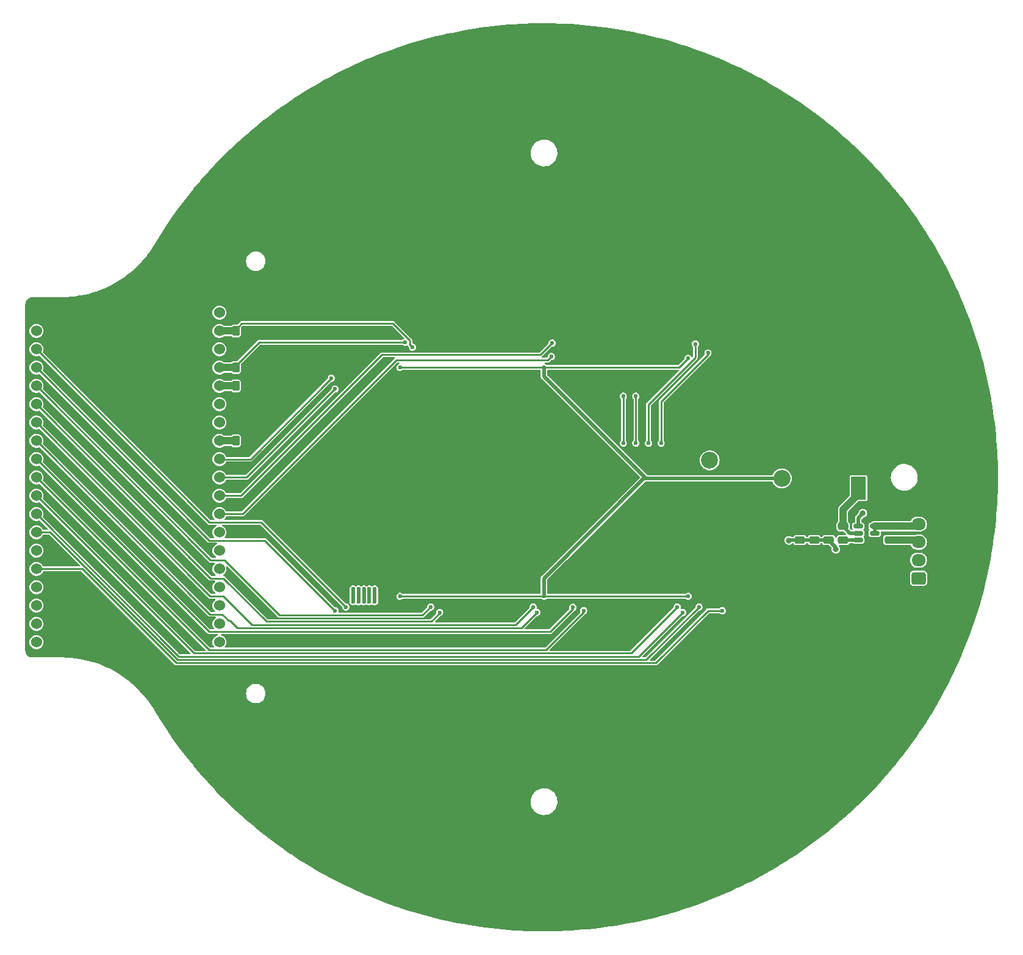
<source format=gbr>
%TF.GenerationSoftware,KiCad,Pcbnew,7.0.8*%
%TF.CreationDate,2023-11-22T21:49:45+11:00*%
%TF.ProjectId,Line 4.3,4c696e65-2034-42e3-932e-6b696361645f,rev?*%
%TF.SameCoordinates,Original*%
%TF.FileFunction,Copper,L1,Top*%
%TF.FilePolarity,Positive*%
%FSLAX46Y46*%
G04 Gerber Fmt 4.6, Leading zero omitted, Abs format (unit mm)*
G04 Created by KiCad (PCBNEW 7.0.8) date 2023-11-22 21:49:45*
%MOMM*%
%LPD*%
G01*
G04 APERTURE LIST*
G04 Aperture macros list*
%AMRoundRect*
0 Rectangle with rounded corners*
0 $1 Rounding radius*
0 $2 $3 $4 $5 $6 $7 $8 $9 X,Y pos of 4 corners*
0 Add a 4 corners polygon primitive as box body*
4,1,4,$2,$3,$4,$5,$6,$7,$8,$9,$2,$3,0*
0 Add four circle primitives for the rounded corners*
1,1,$1+$1,$2,$3*
1,1,$1+$1,$4,$5*
1,1,$1+$1,$6,$7*
1,1,$1+$1,$8,$9*
0 Add four rect primitives between the rounded corners*
20,1,$1+$1,$2,$3,$4,$5,0*
20,1,$1+$1,$4,$5,$6,$7,0*
20,1,$1+$1,$6,$7,$8,$9,0*
20,1,$1+$1,$8,$9,$2,$3,0*%
G04 Aperture macros list end*
%TA.AperFunction,SMDPad,CuDef*%
%ADD10RoundRect,0.250000X-0.262500X-0.450000X0.262500X-0.450000X0.262500X0.450000X-0.262500X0.450000X0*%
%TD*%
%TA.AperFunction,SMDPad,CuDef*%
%ADD11RoundRect,0.250000X-0.475000X0.250000X-0.475000X-0.250000X0.475000X-0.250000X0.475000X0.250000X0*%
%TD*%
%TA.AperFunction,ComponentPad*%
%ADD12R,1.530000X1.530000*%
%TD*%
%TA.AperFunction,ComponentPad*%
%ADD13C,1.530000*%
%TD*%
%TA.AperFunction,SMDPad,CuDef*%
%ADD14RoundRect,0.250000X0.475000X-0.250000X0.475000X0.250000X-0.475000X0.250000X-0.475000X-0.250000X0*%
%TD*%
%TA.AperFunction,SMDPad,CuDef*%
%ADD15R,2.000000X3.200000*%
%TD*%
%TA.AperFunction,SMDPad,CuDef*%
%ADD16RoundRect,0.150000X0.512500X0.150000X-0.512500X0.150000X-0.512500X-0.150000X0.512500X-0.150000X0*%
%TD*%
%TA.AperFunction,ComponentPad*%
%ADD17C,2.340000*%
%TD*%
%TA.AperFunction,ComponentPad*%
%ADD18RoundRect,0.250000X0.725000X-0.600000X0.725000X0.600000X-0.725000X0.600000X-0.725000X-0.600000X0*%
%TD*%
%TA.AperFunction,ComponentPad*%
%ADD19O,1.950000X1.700000*%
%TD*%
%TA.AperFunction,ViaPad*%
%ADD20C,0.600000*%
%TD*%
%TA.AperFunction,ViaPad*%
%ADD21C,0.800000*%
%TD*%
%TA.AperFunction,Conductor*%
%ADD22C,1.000000*%
%TD*%
%TA.AperFunction,Conductor*%
%ADD23C,0.500000*%
%TD*%
%TA.AperFunction,Conductor*%
%ADD24C,0.250000*%
%TD*%
G04 APERTURE END LIST*
D10*
%TO.P,R74,1*%
%TO.N,/SEN24*%
X107217500Y-129690000D03*
%TO.P,R74,2*%
%TO.N,+3V3*%
X109042500Y-129690000D03*
%TD*%
D11*
%TO.P,C2,1*%
%TO.N,Net-(U1-SW)*%
X191500000Y-156800000D03*
%TO.P,C2,2*%
%TO.N,Net-(U1-BST)*%
X191500000Y-158700000D03*
%TD*%
D12*
%TO.P,U9,1,3V3*%
%TO.N,+3V3*%
X79550000Y-127150000D03*
D13*
%TO.P,U9,2,EN*%
%TO.N,unconnected-(U9-EN-Pad2)*%
X79550000Y-129690000D03*
%TO.P,U9,3,SENSOR_VP*%
%TO.N,/SEN20*%
X79550000Y-132230000D03*
%TO.P,U9,4,SENSOR_VN*%
%TO.N,/SEN19*%
X79550000Y-134770000D03*
%TO.P,U9,5,IO34*%
%TO.N,/SEN18*%
X79550000Y-137310000D03*
%TO.P,U9,6,IO35*%
%TO.N,/SEN17*%
X79550000Y-139850000D03*
%TO.P,U9,7,IO32*%
%TO.N,/SEN16*%
X79550000Y-142390000D03*
%TO.P,U9,8,IO33*%
%TO.N,/SEN15*%
X79550000Y-144930000D03*
%TO.P,U9,9,IO25*%
%TO.N,/SEN14*%
X79550000Y-147470000D03*
%TO.P,U9,10,IO26*%
%TO.N,/SEN13*%
X79550000Y-150010000D03*
%TO.P,U9,11,IO27*%
%TO.N,/SEN12*%
X79550000Y-152550000D03*
%TO.P,U9,12,IO14*%
%TO.N,/SEN11*%
X79550000Y-155090000D03*
%TO.P,U9,13,IO12*%
%TO.N,/SEN10*%
X79550000Y-157630000D03*
%TO.P,U9,14,GND1*%
%TO.N,GND*%
X79550000Y-160170000D03*
%TO.P,U9,15,IO13*%
%TO.N,/SEN9*%
X79550000Y-162710000D03*
%TO.P,U9,16,SD2*%
%TO.N,unconnected-(U9-SD2-Pad16)*%
X79550000Y-165250000D03*
%TO.P,U9,17,SD3*%
%TO.N,unconnected-(U9-SD3-Pad17)*%
X79550000Y-167790000D03*
%TO.P,U9,18,CMD*%
%TO.N,unconnected-(U9-CMD-Pad18)*%
X79550000Y-170330000D03*
%TO.P,U9,19,EXT_5V*%
%TO.N,unconnected-(U9-EXT_5V-Pad19)*%
X79550000Y-172870000D03*
%TO.P,U9,20,CLK*%
%TO.N,unconnected-(U9-CLK-Pad20)*%
X104950000Y-172870000D03*
%TO.P,U9,21,SD0*%
%TO.N,unconnected-(U9-SD0-Pad21)*%
X104950000Y-170330000D03*
%TO.P,U9,22,SD1*%
%TO.N,unconnected-(U9-SD1-Pad22)*%
X104950000Y-167790000D03*
%TO.P,U9,23,IO15*%
%TO.N,/SEN8*%
X104950000Y-165250000D03*
%TO.P,U9,24,IO2*%
%TO.N,/SEN7*%
X104950000Y-162710000D03*
%TO.P,U9,25,IO0*%
%TO.N,/SEN6*%
X104950000Y-160170000D03*
%TO.P,U9,26,IO4*%
%TO.N,/SEN5*%
X104950000Y-157630000D03*
%TO.P,U9,27,IO16*%
%TO.N,/SEN4*%
X104950000Y-155090000D03*
%TO.P,U9,28,IO17*%
%TO.N,/SEN3*%
X104950000Y-152550000D03*
%TO.P,U9,29,IO5*%
%TO.N,/SEN2*%
X104950000Y-150010000D03*
%TO.P,U9,30,IO18*%
%TO.N,/SEN1*%
X104950000Y-147470000D03*
%TO.P,U9,31,IO19*%
%TO.N,/SEN21*%
X104950000Y-144930000D03*
%TO.P,U9,32,GND2*%
%TO.N,GND*%
X104950000Y-142390000D03*
%TO.P,U9,33,IO21*%
%TO.N,/SDA*%
X104950000Y-139850000D03*
%TO.P,U9,34,RXD0*%
%TO.N,/SEN22*%
X104950000Y-137310000D03*
%TO.P,U9,35,TXD0*%
%TO.N,/SEN23*%
X104950000Y-134770000D03*
%TO.P,U9,36,IO22*%
%TO.N,/SCL*%
X104950000Y-132230000D03*
%TO.P,U9,37,IO23*%
%TO.N,/SEN24*%
X104950000Y-129690000D03*
%TO.P,U9,38,GND3*%
%TO.N,GND*%
X104950000Y-127150000D03*
%TD*%
D14*
%TO.P,C3,1*%
%TO.N,GND*%
X187500000Y-158700000D03*
%TO.P,C3,2*%
%TO.N,+3V3*%
X187500000Y-156800000D03*
%TD*%
D15*
%TO.P,L1,1*%
%TO.N,Net-(U1-SW)*%
X193650000Y-151500000D03*
%TO.P,L1,2*%
%TO.N,+3V3*%
X185850000Y-151500000D03*
%TD*%
D14*
%TO.P,C4,1*%
%TO.N,GND*%
X185500000Y-158700000D03*
%TO.P,C4,2*%
%TO.N,+3V3*%
X185500000Y-156800000D03*
%TD*%
D10*
%TO.P,R72,1*%
%TO.N,/SEN22*%
X107217500Y-137310000D03*
%TO.P,R72,2*%
%TO.N,+3V3*%
X109042500Y-137310000D03*
%TD*%
%TO.P,R73,1*%
%TO.N,/SEN23*%
X107217500Y-134770000D03*
%TO.P,R73,2*%
%TO.N,+3V3*%
X109042500Y-134770000D03*
%TD*%
D14*
%TO.P,C5,1*%
%TO.N,GND*%
X189500000Y-158700000D03*
%TO.P,C5,2*%
%TO.N,+3V3*%
X189500000Y-156800000D03*
%TD*%
%TO.P,C1,1*%
%TO.N,GND*%
X198000000Y-158700000D03*
%TO.P,C1,2*%
%TO.N,+15V*%
X198000000Y-156800000D03*
%TD*%
D16*
%TO.P,U1,1,FB*%
%TO.N,+3V3*%
X195887500Y-158700000D03*
%TO.P,U1,2,EN*%
%TO.N,+15V*%
X195887500Y-157750000D03*
%TO.P,U1,3,IN*%
X195887500Y-156800000D03*
%TO.P,U1,4,GND*%
%TO.N,GND*%
X193612500Y-156800000D03*
%TO.P,U1,5,SW*%
%TO.N,Net-(U1-SW)*%
X193612500Y-157750000D03*
%TO.P,U1,6,BST*%
%TO.N,Net-(U1-BST)*%
X193612500Y-158700000D03*
%TD*%
D10*
%TO.P,R71,1*%
%TO.N,/SEN21*%
X107217500Y-144930000D03*
%TO.P,R71,2*%
%TO.N,+3V3*%
X109042500Y-144930000D03*
%TD*%
D17*
%TO.P,RV1,1,1*%
%TO.N,+3V3*%
X173000000Y-152650000D03*
%TO.P,RV1,2,2*%
%TO.N,/VREF*%
X183000000Y-150150000D03*
%TO.P,RV1,3,3*%
%TO.N,GND*%
X173000000Y-147650000D03*
%TD*%
D18*
%TO.P,J1,1,Pin_1*%
%TO.N,/SCL*%
X201975000Y-164000000D03*
D19*
%TO.P,J1,2,Pin_2*%
%TO.N,/SDA*%
X201975000Y-161500000D03*
%TO.P,J1,3,Pin_3*%
%TO.N,GND*%
X201975000Y-159000000D03*
%TO.P,J1,4,Pin_4*%
%TO.N,+15V*%
X201975000Y-156500000D03*
%TD*%
D20*
%TO.N,+3V3*%
X90950000Y-145050000D03*
X170064597Y-94243234D03*
X175238174Y-203613800D03*
X209050000Y-154950000D03*
X208319074Y-139498068D03*
X205756766Y-170064597D03*
X111745523Y-104745166D03*
X83152500Y-131097500D03*
X116188174Y-198663800D03*
X160501932Y-208319074D03*
X198663800Y-183811826D03*
X146050000Y-130650000D03*
X101336200Y-116188174D03*
X129935403Y-205756766D03*
X203613800Y-124761826D03*
X104745166Y-188254477D03*
X91680926Y-160501932D03*
X188254477Y-195254834D03*
X126050000Y-130650000D03*
X173950000Y-169350000D03*
X139498068Y-91680926D03*
X145050000Y-209050000D03*
X195254834Y-111745523D03*
X166050000Y-130650000D03*
X183811826Y-101336200D03*
X94243234Y-129935403D03*
X154000000Y-169350000D03*
X101337500Y-146337500D03*
X134150000Y-169350000D03*
X124761826Y-96386200D03*
X154950000Y-90950000D03*
X96386200Y-175238174D03*
%TO.N,GND*%
X124250000Y-167250000D03*
X123500000Y-167250000D03*
X125000000Y-167250000D03*
D21*
X190500000Y-160000000D03*
D20*
X125000000Y-165500000D03*
X126500000Y-167250000D03*
X123500000Y-165500000D03*
X125750000Y-165500000D03*
X124250000Y-165500000D03*
X126500000Y-165500000D03*
D21*
X184000000Y-158750000D03*
X194250000Y-155000000D03*
D20*
X125750000Y-167250000D03*
%TO.N,/SEN2*%
X121000000Y-137750000D03*
%TO.N,/SEN1*%
X120500000Y-136250000D03*
%TO.N,/SEN3*%
X151125000Y-131375000D03*
%TO.N,/SEN4*%
X151000000Y-133250000D03*
%TO.N,/VREF*%
X150000000Y-134750000D03*
X130000000Y-166500000D03*
X130000000Y-134750000D03*
X170000000Y-133500000D03*
X150000000Y-166500000D03*
X170000000Y-166500000D03*
%TO.N,/SEN5*%
X161000000Y-145250000D03*
X161000000Y-138750000D03*
%TO.N,/SEN6*%
X162750000Y-138750000D03*
X162750000Y-145250000D03*
%TO.N,/SEN7*%
X171000000Y-131500000D03*
X164500000Y-145250000D03*
%TO.N,/SEN8*%
X166250000Y-145250000D03*
X172750000Y-132750000D03*
%TO.N,/SEN9*%
X174750000Y-168500000D03*
%TO.N,/SEN10*%
X171500000Y-168000000D03*
%TO.N,/SEN11*%
X169250000Y-168750000D03*
%TO.N,/SEN12*%
X168500000Y-168000000D03*
%TO.N,/SEN13*%
X155500000Y-168500000D03*
%TO.N,/SEN14*%
X154000000Y-168050000D03*
%TO.N,/SEN15*%
X149000000Y-168750000D03*
%TO.N,/SEN16*%
X148500000Y-168000000D03*
%TO.N,/SEN17*%
X135500000Y-168750000D03*
%TO.N,/SEN18*%
X134250000Y-168000000D03*
%TO.N,/SEN19*%
X121000000Y-168500000D03*
%TO.N,/SEN20*%
X122500000Y-168000000D03*
%TO.N,/SEN23*%
X130750000Y-131250000D03*
%TO.N,/SEN24*%
X131750000Y-131950000D03*
%TD*%
D22*
%TO.N,GND*%
X201675000Y-158700000D02*
X201975000Y-159000000D01*
D23*
X184050000Y-158700000D02*
X185500000Y-158700000D01*
X126500000Y-167250000D02*
X126500000Y-165500000D01*
X125750000Y-167250000D02*
X125750000Y-165500000D01*
X193612500Y-156800000D02*
X193612500Y-155637500D01*
X124250000Y-167250000D02*
X124250000Y-165500000D01*
X190500000Y-159700000D02*
X189500000Y-158700000D01*
X184000000Y-158750000D02*
X184050000Y-158700000D01*
X189500000Y-158700000D02*
X185500000Y-158700000D01*
X193612500Y-155637500D02*
X194250000Y-155000000D01*
X123500000Y-167250000D02*
X123500000Y-165500000D01*
X190500000Y-160000000D02*
X190500000Y-159700000D01*
X125000000Y-167250000D02*
X125000000Y-165500000D01*
D22*
X198000000Y-158700000D02*
X201675000Y-158700000D01*
D23*
%TO.N,Net-(U1-BST)*%
X191500000Y-158700000D02*
X193612500Y-158700000D01*
%TO.N,Net-(U1-SW)*%
X193612500Y-157750000D02*
X192450000Y-157750000D01*
D22*
X191500000Y-154500000D02*
X191500000Y-156800000D01*
X193650000Y-152350000D02*
X191500000Y-154500000D01*
D23*
X192450000Y-157750000D02*
X191500000Y-156800000D01*
D22*
X193650000Y-151500000D02*
X193650000Y-152350000D01*
D24*
%TO.N,/SEN2*%
X121000000Y-137750000D02*
X108740000Y-150010000D01*
X108740000Y-150010000D02*
X104950000Y-150010000D01*
%TO.N,/SEN1*%
X120500000Y-136250000D02*
X109250000Y-147500000D01*
X104980000Y-147500000D02*
X104950000Y-147470000D01*
X109250000Y-147500000D02*
X104980000Y-147500000D01*
%TO.N,/SEN3*%
X107950000Y-152550000D02*
X104950000Y-152550000D01*
X149500000Y-133000000D02*
X127500000Y-133000000D01*
X127500000Y-133000000D02*
X107950000Y-152550000D01*
X151125000Y-131375000D02*
X149500000Y-133000000D01*
%TO.N,/SEN4*%
X108160000Y-155090000D02*
X104950000Y-155090000D01*
X151000000Y-133250000D02*
X150500000Y-133750000D01*
X150500000Y-133750000D02*
X129500000Y-133750000D01*
X129500000Y-133750000D02*
X108160000Y-155090000D01*
%TO.N,/VREF*%
X150000000Y-134750000D02*
X130000000Y-134750000D01*
D23*
X150000000Y-134750000D02*
X150000000Y-136000000D01*
X183000000Y-150150000D02*
X163850000Y-150150000D01*
X163850000Y-150150000D02*
X150000000Y-164000000D01*
D24*
X168750000Y-134750000D02*
X170000000Y-133500000D01*
D23*
X164150000Y-150150000D02*
X183000000Y-150150000D01*
D24*
X130000000Y-166500000D02*
X150000000Y-166500000D01*
D23*
X150000000Y-136000000D02*
X164150000Y-150150000D01*
X150000000Y-164000000D02*
X150000000Y-166500000D01*
D24*
X150000000Y-134750000D02*
X168750000Y-134750000D01*
X150000000Y-166500000D02*
X170000000Y-166500000D01*
%TO.N,/SEN5*%
X161000000Y-138750000D02*
X161000000Y-145250000D01*
%TO.N,/SEN6*%
X162750000Y-138750000D02*
X162750000Y-145250000D01*
%TO.N,/SEN7*%
X164500000Y-145250000D02*
X164500000Y-139883884D01*
X171000000Y-133383884D02*
X171000000Y-131500000D01*
X164500000Y-139883884D02*
X171000000Y-133383884D01*
%TO.N,/SEN8*%
X166250000Y-145250000D02*
X166250000Y-139500000D01*
X172750000Y-133000000D02*
X172750000Y-132750000D01*
X166250000Y-139500000D02*
X172750000Y-133000000D01*
%TO.N,/SEN9*%
X85897208Y-162710000D02*
X79550000Y-162710000D01*
X172750000Y-168500000D02*
X165490000Y-175760000D01*
X98947208Y-175760000D02*
X85897208Y-162710000D01*
X165490000Y-175760000D02*
X98947208Y-175760000D01*
X174750000Y-168500000D02*
X172750000Y-168500000D01*
%TO.N,/SEN10*%
X99133604Y-175310000D02*
X81453604Y-157630000D01*
X171500000Y-168000000D02*
X164190000Y-175310000D01*
X81453604Y-157630000D02*
X79550000Y-157630000D01*
X164190000Y-175310000D02*
X99133604Y-175310000D01*
%TO.N,/SEN11*%
X99320000Y-174860000D02*
X79550000Y-155090000D01*
X169250000Y-168750000D02*
X163140000Y-174860000D01*
X163140000Y-174860000D02*
X99320000Y-174860000D01*
%TO.N,/SEN12*%
X168500000Y-168000000D02*
X162090000Y-174410000D01*
X101410000Y-174410000D02*
X79550000Y-152550000D01*
X162090000Y-174410000D02*
X101410000Y-174410000D01*
%TO.N,/SEN13*%
X155500000Y-168500000D02*
X155500000Y-168733884D01*
X155500000Y-168733884D02*
X150273884Y-173960000D01*
X103500000Y-173960000D02*
X79550000Y-150010000D01*
X150273884Y-173960000D02*
X103500000Y-173960000D01*
%TO.N,/SEN14*%
X150830000Y-171420000D02*
X103500000Y-171420000D01*
X103500000Y-171420000D02*
X79550000Y-147470000D01*
X154000000Y-168250000D02*
X150830000Y-171420000D01*
X154000000Y-168050000D02*
X154000000Y-168250000D01*
%TO.N,/SEN15*%
X106212654Y-169885308D02*
X105327346Y-169000000D01*
X105327346Y-169000000D02*
X103620000Y-169000000D01*
X149000000Y-168750000D02*
X146850000Y-170900000D01*
X103620000Y-169000000D02*
X79550000Y-144930000D01*
X146850000Y-170900000D02*
X107400000Y-170900000D01*
X107400000Y-170900000D02*
X106385308Y-169885308D01*
X106385308Y-169885308D02*
X106212654Y-169885308D01*
%TO.N,/SEN16*%
X105500000Y-166500000D02*
X103660000Y-166500000D01*
X146050000Y-170450000D02*
X109450000Y-170450000D01*
X148500000Y-168000000D02*
X146050000Y-170450000D01*
X103660000Y-166500000D02*
X79550000Y-142390000D01*
X109450000Y-170450000D02*
X105500000Y-166500000D01*
%TO.N,/SEN17*%
X103700000Y-164000000D02*
X79550000Y-139850000D01*
X134383884Y-170000000D02*
X111500000Y-170000000D01*
X111500000Y-170000000D02*
X105500000Y-164000000D01*
X135500000Y-168750000D02*
X135500000Y-168883884D01*
X105500000Y-164000000D02*
X103700000Y-164000000D01*
X135500000Y-168883884D02*
X134383884Y-170000000D01*
%TO.N,/SEN18*%
X134250000Y-168000000D02*
X133125000Y-169125000D01*
X105634692Y-161500000D02*
X103740000Y-161500000D01*
X113259692Y-169125000D02*
X105634692Y-161500000D01*
X103740000Y-161500000D02*
X79550000Y-137310000D01*
X133125000Y-169125000D02*
X113259692Y-169125000D01*
D22*
%TO.N,+15V*%
X201675000Y-156800000D02*
X201975000Y-156500000D01*
D23*
X195887500Y-156800000D02*
X195887500Y-157700000D01*
D22*
X195887500Y-156800000D02*
X201675000Y-156800000D01*
D24*
%TO.N,/SEN19*%
X111250000Y-158750000D02*
X103530000Y-158750000D01*
X121000000Y-168500000D02*
X111250000Y-158750000D01*
X103530000Y-158750000D02*
X79550000Y-134770000D01*
%TO.N,/SEN20*%
X122500000Y-168000000D02*
X110750000Y-156250000D01*
X103570000Y-156250000D02*
X79550000Y-132230000D01*
X110750000Y-156250000D02*
X103570000Y-156250000D01*
D22*
%TO.N,/SEN21*%
X107217500Y-144930000D02*
X104950000Y-144930000D01*
%TO.N,/SEN22*%
X107217500Y-137310000D02*
X104950000Y-137310000D01*
D24*
%TO.N,/SEN23*%
X110468750Y-131275000D02*
X107217500Y-134526250D01*
X130750000Y-131250000D02*
X126333884Y-131250000D01*
X126308884Y-131275000D02*
X110468750Y-131275000D01*
X107217500Y-134526250D02*
X107217500Y-134770000D01*
X126333884Y-131250000D02*
X126308884Y-131275000D01*
D22*
X107217500Y-134770000D02*
X104950000Y-134770000D01*
D24*
%TO.N,/SEN24*%
X131375000Y-130991116D02*
X129048884Y-128665000D01*
X131341942Y-131541942D02*
X131375000Y-131508884D01*
D22*
X107217500Y-129690000D02*
X104950000Y-129690000D01*
D24*
X107217500Y-129486250D02*
X107217500Y-129690000D01*
X131750000Y-131950000D02*
X131341942Y-131541942D01*
X131375000Y-131508884D02*
X131375000Y-130991116D01*
X129048884Y-128665000D02*
X108038750Y-128665000D01*
X108038750Y-128665000D02*
X107217500Y-129486250D01*
%TD*%
%TA.AperFunction,Conductor*%
%TO.N,+3V3*%
G36*
X150652630Y-87008325D02*
G01*
X151328058Y-87016050D01*
X152230688Y-87044445D01*
X152907627Y-87069223D01*
X153807331Y-87120091D01*
X154485369Y-87162005D01*
X155381768Y-87235231D01*
X156060313Y-87294338D01*
X156952820Y-87389786D01*
X157631369Y-87466129D01*
X158485574Y-87579168D01*
X158519559Y-87583666D01*
X159197706Y-87677289D01*
X160081206Y-87816786D01*
X160758193Y-87927666D01*
X161636463Y-88088961D01*
X162311906Y-88217107D01*
X163184440Y-88400035D01*
X163857888Y-88545438D01*
X164724297Y-88749845D01*
X165395091Y-88912432D01*
X166254928Y-89138149D01*
X166922644Y-89317883D01*
X167758336Y-89559773D01*
X167775396Y-89564711D01*
X168439540Y-89761523D01*
X169191698Y-89999791D01*
X169284632Y-90029231D01*
X169944921Y-90243107D01*
X170781806Y-90531453D01*
X171437653Y-90762268D01*
X172266143Y-91071128D01*
X172916837Y-91318691D01*
X173736434Y-91647826D01*
X174381655Y-91912067D01*
X175139520Y-92238669D01*
X175191800Y-92261199D01*
X175831103Y-92541991D01*
X176631467Y-92910925D01*
X177264315Y-93208086D01*
X178016329Y-93577826D01*
X178054341Y-93596516D01*
X178680385Y-93909934D01*
X179459669Y-94317610D01*
X180078375Y-94647068D01*
X180846544Y-95073748D01*
X181457405Y-95419021D01*
X182054545Y-95770541D01*
X182213896Y-95864347D01*
X182816688Y-96225356D01*
X183561145Y-96689069D01*
X184155256Y-97065496D01*
X184887276Y-97547302D01*
X185039946Y-97649503D01*
X185472370Y-97938978D01*
X186191472Y-98438516D01*
X186767137Y-98845210D01*
X187473022Y-99362230D01*
X187609807Y-99464118D01*
X188038757Y-99783631D01*
X188730912Y-100317716D01*
X189286443Y-100753658D01*
X189964536Y-101304511D01*
X190509395Y-101754672D01*
X191173038Y-102321937D01*
X191706844Y-102786041D01*
X192355663Y-103369361D01*
X192532859Y-103531422D01*
X192878047Y-103847125D01*
X192955547Y-103920390D01*
X193511697Y-104446155D01*
X194022239Y-104937229D01*
X194557569Y-105469305D01*
X194640358Y-105551590D01*
X195138770Y-106055735D01*
X195736190Y-106680014D01*
X195740897Y-106684932D01*
X195896546Y-106850500D01*
X196226869Y-107201872D01*
X196812778Y-107845633D01*
X197285867Y-108374935D01*
X197855172Y-109032800D01*
X198315116Y-109574204D01*
X198867519Y-110245798D01*
X199313925Y-110798873D01*
X199849084Y-111483743D01*
X200281757Y-112048283D01*
X200799323Y-112745951D01*
X201217892Y-113321510D01*
X201717637Y-114031630D01*
X202121812Y-114617842D01*
X202603415Y-115339927D01*
X202992907Y-115936404D01*
X203456173Y-116670137D01*
X203830639Y-117276378D01*
X204275240Y-118021212D01*
X204634537Y-118637014D01*
X205060179Y-119392425D01*
X205404036Y-120017360D01*
X205810492Y-120782911D01*
X206138663Y-121416564D01*
X206525714Y-122191811D01*
X206837943Y-122833715D01*
X207205400Y-123618257D01*
X207501466Y-124267982D01*
X207849066Y-125061231D01*
X208128806Y-125718449D01*
X208456368Y-126519961D01*
X208719558Y-127184174D01*
X209026869Y-127993401D01*
X209273375Y-128664301D01*
X209560258Y-129480742D01*
X209789871Y-130157798D01*
X210056178Y-130981002D01*
X210268744Y-131663786D01*
X210514329Y-132493274D01*
X210709680Y-133181270D01*
X210934399Y-134016536D01*
X211112430Y-134709397D01*
X211316133Y-135549857D01*
X211476707Y-136247076D01*
X211659305Y-137092339D01*
X211802304Y-137793425D01*
X211812861Y-137848998D01*
X211963658Y-138642824D01*
X212034908Y-139043329D01*
X212089025Y-139347536D01*
X212229042Y-140200536D01*
X212336654Y-140908224D01*
X212455281Y-141764478D01*
X212545061Y-142474642D01*
X212642220Y-143333589D01*
X212714114Y-144045796D01*
X212789740Y-144906851D01*
X212843709Y-145620762D01*
X212897752Y-146483280D01*
X212933757Y-147198465D01*
X212966195Y-148062023D01*
X212984202Y-148777837D01*
X212995018Y-149641975D01*
X212995018Y-150358024D01*
X212984202Y-151222162D01*
X212966195Y-151937976D01*
X212933757Y-152801534D01*
X212897752Y-153516719D01*
X212843709Y-154379237D01*
X212789740Y-155093148D01*
X212714114Y-155954203D01*
X212642220Y-156666410D01*
X212545061Y-157525357D01*
X212455281Y-158235521D01*
X212336654Y-159091775D01*
X212229042Y-159799463D01*
X212089025Y-160652463D01*
X212042579Y-160913547D01*
X211963657Y-161357177D01*
X211876174Y-161817710D01*
X211802304Y-162206574D01*
X211659305Y-162907660D01*
X211476707Y-163752923D01*
X211316133Y-164450142D01*
X211112430Y-165290602D01*
X210934399Y-165983463D01*
X210709680Y-166818729D01*
X210514329Y-167506725D01*
X210268744Y-168336213D01*
X210056178Y-169018997D01*
X209789871Y-169842201D01*
X209560258Y-170519257D01*
X209273375Y-171335698D01*
X209026869Y-172006598D01*
X208719558Y-172815825D01*
X208456368Y-173480038D01*
X208128806Y-174281550D01*
X207849066Y-174938768D01*
X207501466Y-175732017D01*
X207205400Y-176381742D01*
X206837943Y-177166284D01*
X206525714Y-177808188D01*
X206138663Y-178583435D01*
X205810492Y-179217088D01*
X205404036Y-179982639D01*
X205060179Y-180607574D01*
X204634537Y-181362985D01*
X204275240Y-181978787D01*
X203830639Y-182723621D01*
X203456173Y-183329862D01*
X202992907Y-184063595D01*
X202603415Y-184660072D01*
X202121812Y-185382157D01*
X201717637Y-185968369D01*
X201217892Y-186678489D01*
X200799323Y-187254048D01*
X200281757Y-187951716D01*
X199849084Y-188516256D01*
X199313925Y-189201126D01*
X198867519Y-189754201D01*
X198315116Y-190425795D01*
X197855172Y-190967199D01*
X197285867Y-191625064D01*
X196812778Y-192154366D01*
X196226869Y-192798127D01*
X195740920Y-193315043D01*
X195138771Y-193944263D01*
X194640358Y-194448409D01*
X194022239Y-195062770D01*
X193511697Y-195553844D01*
X192878056Y-196152866D01*
X192355663Y-196630638D01*
X191706844Y-197213958D01*
X191173038Y-197678062D01*
X190509395Y-198245327D01*
X189964536Y-198695488D01*
X189286443Y-199246341D01*
X188730912Y-199682283D01*
X188038757Y-200216368D01*
X187472973Y-200637805D01*
X186767137Y-201154789D01*
X186191472Y-201561483D01*
X185472370Y-202061021D01*
X184887260Y-202452708D01*
X184155267Y-202934496D01*
X183561099Y-203310959D01*
X182816687Y-203774644D01*
X182213896Y-204135652D01*
X181457421Y-204580969D01*
X180846464Y-204926296D01*
X180078363Y-205352938D01*
X179459669Y-205682389D01*
X178680385Y-206090065D01*
X178054341Y-206403483D01*
X177264350Y-206791896D01*
X176631439Y-207089087D01*
X175831145Y-207457989D01*
X175191838Y-207738784D01*
X174381678Y-208087922D01*
X173736425Y-208352177D01*
X172916878Y-208681292D01*
X172266089Y-208928891D01*
X171437657Y-209237729D01*
X170781806Y-209468546D01*
X169944921Y-209756892D01*
X169284632Y-209970768D01*
X168439574Y-210238465D01*
X167775396Y-210435288D01*
X166922681Y-210682106D01*
X166254914Y-210861854D01*
X165395135Y-211087555D01*
X164724234Y-211250168D01*
X163857919Y-211454554D01*
X163184402Y-211599972D01*
X162311937Y-211782886D01*
X161636394Y-211911050D01*
X160758195Y-212072333D01*
X160081107Y-212183229D01*
X159197734Y-212322706D01*
X158519559Y-212416333D01*
X157631391Y-212533867D01*
X156952815Y-212610214D01*
X156060314Y-212705660D01*
X155381682Y-212764775D01*
X154485390Y-212837992D01*
X153807280Y-212879911D01*
X152907662Y-212930774D01*
X152230544Y-212955559D01*
X151328077Y-212983949D01*
X150652605Y-212991674D01*
X149747650Y-212997482D01*
X149074269Y-212988246D01*
X148167407Y-212971365D01*
X147496676Y-212945283D01*
X146588276Y-212905613D01*
X145920757Y-212862822D01*
X145011326Y-212800271D01*
X144347521Y-212740924D01*
X143437490Y-212655402D01*
X142777891Y-212579667D01*
X141867827Y-212471102D01*
X141212895Y-212379162D01*
X140303251Y-212247481D01*
X139653724Y-212139579D01*
X138744735Y-211984675D01*
X138101306Y-211861083D01*
X137193321Y-211682857D01*
X136556416Y-211543824D01*
X135649989Y-211342222D01*
X135020131Y-211188036D01*
X134115661Y-210962971D01*
X133493627Y-210794012D01*
X132591300Y-210545342D01*
X131977725Y-210361992D01*
X131077924Y-210089612D01*
X130473251Y-209892227D01*
X129576468Y-209596065D01*
X129216751Y-209468546D01*
X128981245Y-209385059D01*
X128087840Y-209064999D01*
X127502908Y-208840928D01*
X126613013Y-208496759D01*
X126038987Y-208260146D01*
X125152884Y-207891693D01*
X124590319Y-207643073D01*
X123708457Y-207250218D01*
X123157825Y-206990128D01*
X122280531Y-206572688D01*
X121944464Y-206403483D01*
X121742854Y-206301975D01*
X120870037Y-205859543D01*
X120346048Y-205578987D01*
X119477882Y-205111242D01*
X118968447Y-204821764D01*
X118104917Y-204328241D01*
X117610979Y-204030893D01*
X116752046Y-203511057D01*
X116274374Y-203206877D01*
X115420089Y-202660183D01*
X114959744Y-202350496D01*
X114716643Y-202186207D01*
X114109911Y-201776173D01*
X113667929Y-201462411D01*
X112822295Y-200859556D01*
X112400099Y-200543576D01*
X111558101Y-199910942D01*
X111535715Y-199893293D01*
X111157006Y-199594710D01*
X110318098Y-198930910D01*
X109939724Y-198616845D01*
X109103045Y-197920058D01*
X108749335Y-197611116D01*
X107913774Y-196879080D01*
X107586856Y-196578715D01*
X107242955Y-196261864D01*
X106750954Y-195808562D01*
X106453772Y-195521404D01*
X105985488Y-195067765D01*
X148145788Y-195067765D01*
X148175414Y-195337020D01*
X148243927Y-195599085D01*
X148243928Y-195599088D01*
X148349870Y-195848390D01*
X148421999Y-195966577D01*
X148490983Y-196079612D01*
X148580252Y-196186880D01*
X148664255Y-196287820D01*
X148865998Y-196468582D01*
X149088624Y-196615870D01*
X149091913Y-196618046D01*
X149224100Y-196680012D01*
X149337176Y-196733020D01*
X149482628Y-196776780D01*
X149596555Y-196811056D01*
X149596559Y-196811057D01*
X149596569Y-196811060D01*
X149763840Y-196835677D01*
X149864560Y-196850500D01*
X149864561Y-196850500D01*
X150067633Y-196850500D01*
X150125495Y-196846264D01*
X150270156Y-196835677D01*
X150534553Y-196776780D01*
X150787558Y-196680014D01*
X151023777Y-196547441D01*
X151238177Y-196381888D01*
X151426186Y-196186881D01*
X151583799Y-195966579D01*
X151707656Y-195725675D01*
X151795118Y-195469305D01*
X151844319Y-195202933D01*
X151854212Y-194932235D01*
X151824586Y-194662982D01*
X151756072Y-194400912D01*
X151650130Y-194151610D01*
X151509018Y-193920390D01*
X151335745Y-193712180D01*
X151230754Y-193618108D01*
X151134007Y-193531422D01*
X151134004Y-193531420D01*
X151134002Y-193531418D01*
X150984489Y-193432501D01*
X150908086Y-193381953D01*
X150662822Y-193266979D01*
X150403444Y-193188943D01*
X150403428Y-193188939D01*
X150135440Y-193149500D01*
X150135439Y-193149500D01*
X149932369Y-193149500D01*
X149932367Y-193149500D01*
X149729848Y-193164322D01*
X149465450Y-193223219D01*
X149212439Y-193319987D01*
X148976219Y-193452561D01*
X148761826Y-193618108D01*
X148573814Y-193813119D01*
X148416199Y-194033422D01*
X148292342Y-194274328D01*
X148204884Y-194530687D01*
X148204881Y-194530698D01*
X148155680Y-194797069D01*
X148145788Y-195067765D01*
X105985488Y-195067765D01*
X105615366Y-194709218D01*
X105351720Y-194441322D01*
X105312044Y-194400914D01*
X104734904Y-193813119D01*
X104507714Y-193581735D01*
X104282372Y-193340936D01*
X103428691Y-192426816D01*
X103248318Y-192224083D01*
X102378980Y-191245191D01*
X102253182Y-191096428D01*
X101359222Y-190037581D01*
X101303141Y-189967774D01*
X100370931Y-188805829D01*
X99415266Y-187551585D01*
X98491291Y-186273816D01*
X97599584Y-184973323D01*
X96740705Y-183650920D01*
X95915771Y-182308378D01*
X95915192Y-182307435D01*
X95915150Y-182307368D01*
X95914935Y-182307006D01*
X95914934Y-182307006D01*
X95895390Y-182274177D01*
X95894704Y-182273183D01*
X95726047Y-181990861D01*
X95317159Y-181377028D01*
X95035600Y-180996314D01*
X95024957Y-180981275D01*
X95023202Y-180979549D01*
X94878610Y-180784037D01*
X94791674Y-180677828D01*
X94411438Y-180213295D01*
X94218592Y-180000004D01*
X108644341Y-180000004D01*
X108664935Y-180235400D01*
X108726098Y-180463667D01*
X108825959Y-180677818D01*
X108825963Y-180677826D01*
X108825964Y-180677828D01*
X108825965Y-180677829D01*
X108961505Y-180871401D01*
X109128599Y-181038495D01*
X109322171Y-181174035D01*
X109322172Y-181174035D01*
X109322173Y-181174036D01*
X109322181Y-181174040D01*
X109536333Y-181273901D01*
X109536337Y-181273903D01*
X109764592Y-181335063D01*
X109764596Y-181335063D01*
X109764599Y-181335064D01*
X109941028Y-181350500D01*
X109941034Y-181350500D01*
X110058972Y-181350500D01*
X110235400Y-181335064D01*
X110235401Y-181335063D01*
X110235408Y-181335063D01*
X110463663Y-181273903D01*
X110677829Y-181174035D01*
X110871401Y-181038495D01*
X111038495Y-180871401D01*
X111174035Y-180677830D01*
X111273903Y-180463663D01*
X111335063Y-180235408D01*
X111336998Y-180213295D01*
X111355659Y-180000004D01*
X111355659Y-179999995D01*
X111335064Y-179764599D01*
X111335063Y-179764596D01*
X111335063Y-179764592D01*
X111273903Y-179536337D01*
X111174035Y-179322171D01*
X111038495Y-179128599D01*
X110871401Y-178961505D01*
X110871397Y-178961502D01*
X110871396Y-178961501D01*
X110677826Y-178825963D01*
X110677818Y-178825959D01*
X110463666Y-178726098D01*
X110463667Y-178726098D01*
X110387578Y-178705710D01*
X110235408Y-178664937D01*
X110235407Y-178664936D01*
X110235400Y-178664935D01*
X110058972Y-178649500D01*
X110058966Y-178649500D01*
X109941034Y-178649500D01*
X109941028Y-178649500D01*
X109764599Y-178664935D01*
X109536332Y-178726098D01*
X109322181Y-178825959D01*
X109322173Y-178825963D01*
X109128603Y-178961501D01*
X108961501Y-179128603D01*
X108825964Y-179322171D01*
X108726097Y-179536337D01*
X108664935Y-179764599D01*
X108644341Y-179999995D01*
X108644341Y-180000004D01*
X94218592Y-180000004D01*
X94218588Y-180000000D01*
X93916796Y-179666213D01*
X93395862Y-179144090D01*
X93395859Y-179144087D01*
X92849900Y-178648195D01*
X92849893Y-178648189D01*
X92849893Y-178648188D01*
X92280233Y-178179730D01*
X91688232Y-177739821D01*
X91075331Y-177329536D01*
X91075330Y-177329536D01*
X90443021Y-176949869D01*
X90443020Y-176949869D01*
X90443015Y-176949866D01*
X89792802Y-176601724D01*
X89792796Y-176601721D01*
X89126275Y-176285956D01*
X88445022Y-176003316D01*
X88005819Y-175845919D01*
X87750709Y-175754496D01*
X87045009Y-175540095D01*
X86691133Y-175451319D01*
X86329644Y-175360633D01*
X86329645Y-175360633D01*
X86329635Y-175360631D01*
X86329627Y-175360629D01*
X85606290Y-175216533D01*
X85606280Y-175216531D01*
X85606281Y-175216531D01*
X84979483Y-175123417D01*
X84876746Y-175108155D01*
X84708896Y-175091598D01*
X84634738Y-175084284D01*
X84633520Y-175083751D01*
X84613907Y-175082229D01*
X84350339Y-175056232D01*
X84142758Y-175035757D01*
X84142750Y-175035756D01*
X84142744Y-175035756D01*
X84142743Y-175035756D01*
X83881420Y-175022898D01*
X83878231Y-175021685D01*
X83833093Y-175020521D01*
X83512216Y-175004734D01*
X83406099Y-174999514D01*
X83037423Y-174999500D01*
X79002162Y-174999500D01*
X78997845Y-174999311D01*
X78954554Y-174995523D01*
X78826201Y-174982881D01*
X78810284Y-174979985D01*
X78763909Y-174967560D01*
X78741669Y-174961601D01*
X78701271Y-174949347D01*
X78646739Y-174932804D01*
X78633639Y-174927791D01*
X78564308Y-174895462D01*
X78561893Y-174894255D01*
X78477009Y-174848883D01*
X78471946Y-174845773D01*
X78404777Y-174798740D01*
X78401765Y-174796455D01*
X78328723Y-174736512D01*
X78325121Y-174733247D01*
X78266751Y-174674877D01*
X78263486Y-174671275D01*
X78203543Y-174598233D01*
X78201258Y-174595221D01*
X78158740Y-174534500D01*
X78154222Y-174528048D01*
X78151115Y-174522989D01*
X78141769Y-174505504D01*
X78105733Y-174438085D01*
X78104536Y-174435690D01*
X78072207Y-174366359D01*
X78067194Y-174353259D01*
X78038400Y-174258339D01*
X78020012Y-174189710D01*
X78017118Y-174173804D01*
X78004482Y-174045519D01*
X78000687Y-174002140D01*
X78000500Y-173997840D01*
X78000500Y-172870003D01*
X78579828Y-172870003D01*
X78598468Y-173059266D01*
X78598469Y-173059271D01*
X78653678Y-173241269D01*
X78653680Y-173241274D01*
X78743329Y-173408996D01*
X78743331Y-173408999D01*
X78863985Y-173556015D01*
X79011001Y-173676669D01*
X79178731Y-173766322D01*
X79305520Y-173804782D01*
X79360728Y-173821530D01*
X79360733Y-173821531D01*
X79549997Y-173840172D01*
X79550000Y-173840172D01*
X79550003Y-173840172D01*
X79739266Y-173821531D01*
X79739271Y-173821530D01*
X79921269Y-173766322D01*
X80088999Y-173676669D01*
X80236015Y-173556015D01*
X80356669Y-173408999D01*
X80446322Y-173241269D01*
X80501530Y-173059271D01*
X80501531Y-173059266D01*
X80520172Y-172870003D01*
X80520172Y-172869996D01*
X80501531Y-172680733D01*
X80501530Y-172680728D01*
X80484782Y-172625520D01*
X80446322Y-172498731D01*
X80356669Y-172331001D01*
X80236015Y-172183985D01*
X80088999Y-172063331D01*
X80088998Y-172063330D01*
X80088996Y-172063329D01*
X79921274Y-171973680D01*
X79921269Y-171973678D01*
X79739271Y-171918469D01*
X79739266Y-171918468D01*
X79550003Y-171899828D01*
X79549997Y-171899828D01*
X79360733Y-171918468D01*
X79360728Y-171918469D01*
X79178730Y-171973678D01*
X79178725Y-171973680D01*
X79011003Y-172063329D01*
X79011001Y-172063330D01*
X78863989Y-172183981D01*
X78863981Y-172183989D01*
X78743330Y-172331001D01*
X78743329Y-172331003D01*
X78653680Y-172498725D01*
X78653678Y-172498730D01*
X78598469Y-172680728D01*
X78598468Y-172680733D01*
X78579828Y-172869996D01*
X78579828Y-172870003D01*
X78000500Y-172870003D01*
X78000500Y-170330003D01*
X78579828Y-170330003D01*
X78598468Y-170519266D01*
X78598469Y-170519271D01*
X78653678Y-170701269D01*
X78653680Y-170701274D01*
X78743329Y-170868996D01*
X78743331Y-170868999D01*
X78863985Y-171016015D01*
X79011001Y-171136669D01*
X79178731Y-171226322D01*
X79305520Y-171264782D01*
X79360728Y-171281530D01*
X79360733Y-171281531D01*
X79549997Y-171300172D01*
X79550000Y-171300172D01*
X79550003Y-171300172D01*
X79739266Y-171281531D01*
X79739271Y-171281530D01*
X79921269Y-171226322D01*
X80088999Y-171136669D01*
X80236015Y-171016015D01*
X80356669Y-170868999D01*
X80446322Y-170701269D01*
X80501530Y-170519271D01*
X80501531Y-170519266D01*
X80520172Y-170330003D01*
X80520172Y-170329996D01*
X80501531Y-170140733D01*
X80501530Y-170140728D01*
X80461878Y-170010013D01*
X80446322Y-169958731D01*
X80356669Y-169791001D01*
X80236015Y-169643985D01*
X80088999Y-169523331D01*
X80088998Y-169523330D01*
X80088996Y-169523329D01*
X79921274Y-169433680D01*
X79921269Y-169433678D01*
X79739271Y-169378469D01*
X79739266Y-169378468D01*
X79550003Y-169359828D01*
X79549997Y-169359828D01*
X79360733Y-169378468D01*
X79360728Y-169378469D01*
X79178730Y-169433678D01*
X79178725Y-169433680D01*
X79011003Y-169523329D01*
X79011001Y-169523330D01*
X78863989Y-169643981D01*
X78863981Y-169643989D01*
X78743330Y-169791001D01*
X78743329Y-169791003D01*
X78653680Y-169958725D01*
X78653678Y-169958730D01*
X78598469Y-170140728D01*
X78598468Y-170140733D01*
X78579828Y-170329996D01*
X78579828Y-170330003D01*
X78000500Y-170330003D01*
X78000500Y-167790003D01*
X78579828Y-167790003D01*
X78598468Y-167979266D01*
X78598469Y-167979271D01*
X78653678Y-168161269D01*
X78653680Y-168161274D01*
X78743329Y-168328996D01*
X78743330Y-168328998D01*
X78786946Y-168382144D01*
X78863985Y-168476015D01*
X79011001Y-168596669D01*
X79031345Y-168607543D01*
X79148020Y-168669907D01*
X79178731Y-168686322D01*
X79297243Y-168722272D01*
X79360728Y-168741530D01*
X79360733Y-168741531D01*
X79549997Y-168760172D01*
X79550000Y-168760172D01*
X79550003Y-168760172D01*
X79739266Y-168741531D01*
X79739271Y-168741530D01*
X79773677Y-168731093D01*
X79921269Y-168686322D01*
X80088999Y-168596669D01*
X80236015Y-168476015D01*
X80356669Y-168328999D01*
X80446322Y-168161269D01*
X80501530Y-167979271D01*
X80501531Y-167979266D01*
X80520172Y-167790003D01*
X80520172Y-167789996D01*
X80501531Y-167600733D01*
X80501530Y-167600728D01*
X80480501Y-167531406D01*
X80446322Y-167418731D01*
X80432278Y-167392457D01*
X80356670Y-167251003D01*
X80356669Y-167251001D01*
X80355845Y-167249997D01*
X80236015Y-167103985D01*
X80088999Y-166983331D01*
X80088998Y-166983330D01*
X80088996Y-166983329D01*
X79921274Y-166893680D01*
X79921269Y-166893678D01*
X79739271Y-166838469D01*
X79739266Y-166838468D01*
X79550003Y-166819828D01*
X79549997Y-166819828D01*
X79360733Y-166838468D01*
X79360728Y-166838469D01*
X79178730Y-166893678D01*
X79178725Y-166893680D01*
X79011003Y-166983329D01*
X79011001Y-166983330D01*
X78863989Y-167103981D01*
X78863981Y-167103989D01*
X78743330Y-167251001D01*
X78743329Y-167251003D01*
X78653680Y-167418725D01*
X78653678Y-167418730D01*
X78598469Y-167600728D01*
X78598468Y-167600733D01*
X78579828Y-167789996D01*
X78579828Y-167790003D01*
X78000500Y-167790003D01*
X78000500Y-165250003D01*
X78579828Y-165250003D01*
X78598468Y-165439266D01*
X78598469Y-165439271D01*
X78653678Y-165621269D01*
X78653680Y-165621274D01*
X78743329Y-165788996D01*
X78743331Y-165788999D01*
X78863985Y-165936015D01*
X78863989Y-165936018D01*
X79011001Y-166056669D01*
X79011003Y-166056670D01*
X79177200Y-166145504D01*
X79178731Y-166146322D01*
X79296063Y-166181914D01*
X79360728Y-166201530D01*
X79360733Y-166201531D01*
X79549997Y-166220172D01*
X79550000Y-166220172D01*
X79550003Y-166220172D01*
X79739266Y-166201531D01*
X79739271Y-166201530D01*
X79921269Y-166146322D01*
X80088999Y-166056669D01*
X80236015Y-165936015D01*
X80356669Y-165788999D01*
X80446322Y-165621269D01*
X80501530Y-165439271D01*
X80501531Y-165439266D01*
X80520172Y-165250003D01*
X80520172Y-165249996D01*
X80501531Y-165060733D01*
X80501530Y-165060728D01*
X80459494Y-164922154D01*
X80446322Y-164878731D01*
X80356669Y-164711001D01*
X80236015Y-164563985D01*
X80088999Y-164443331D01*
X80088998Y-164443330D01*
X80088996Y-164443329D01*
X79921274Y-164353680D01*
X79921269Y-164353678D01*
X79739271Y-164298469D01*
X79739266Y-164298468D01*
X79550003Y-164279828D01*
X79549997Y-164279828D01*
X79360733Y-164298468D01*
X79360728Y-164298469D01*
X79178730Y-164353678D01*
X79178725Y-164353680D01*
X79011003Y-164443329D01*
X79011001Y-164443330D01*
X78863989Y-164563981D01*
X78863981Y-164563989D01*
X78743330Y-164711001D01*
X78743329Y-164711003D01*
X78653680Y-164878725D01*
X78653678Y-164878730D01*
X78598469Y-165060728D01*
X78598468Y-165060733D01*
X78579828Y-165249996D01*
X78579828Y-165250003D01*
X78000500Y-165250003D01*
X78000500Y-162710003D01*
X78579828Y-162710003D01*
X78598468Y-162899266D01*
X78598469Y-162899271D01*
X78653678Y-163081269D01*
X78653680Y-163081274D01*
X78710254Y-163187116D01*
X78743331Y-163248999D01*
X78863985Y-163396015D01*
X79011001Y-163516669D01*
X79178731Y-163606322D01*
X79294145Y-163641332D01*
X79360728Y-163661530D01*
X79360733Y-163661531D01*
X79549997Y-163680172D01*
X79550000Y-163680172D01*
X79550003Y-163680172D01*
X79739266Y-163661531D01*
X79739271Y-163661530D01*
X79748007Y-163658880D01*
X79921269Y-163606322D01*
X80088999Y-163516669D01*
X80236015Y-163396015D01*
X80356669Y-163248999D01*
X80389746Y-163187116D01*
X80442815Y-163087832D01*
X80486920Y-163045425D01*
X80530125Y-163035500D01*
X85721374Y-163035500D01*
X85779565Y-163054407D01*
X85791378Y-163064496D01*
X98705465Y-175978584D01*
X98708383Y-175981769D01*
X98726464Y-176003316D01*
X98734753Y-176013194D01*
X98770281Y-176033706D01*
X98773920Y-176036025D01*
X98807519Y-176059551D01*
X98807521Y-176059552D01*
X98807524Y-176059554D01*
X98808975Y-176059942D01*
X98832867Y-176069840D01*
X98833394Y-176070143D01*
X98834163Y-176070588D01*
X98874559Y-176077710D01*
X98878756Y-176078640D01*
X98918401Y-176089264D01*
X98959281Y-176085687D01*
X98963582Y-176085500D01*
X165473626Y-176085500D01*
X165477926Y-176085687D01*
X165518807Y-176089264D01*
X165558452Y-176078640D01*
X165562650Y-176077710D01*
X165603045Y-176070588D01*
X165603047Y-176070587D01*
X165604345Y-176069838D01*
X165628236Y-176059942D01*
X165628464Y-176059880D01*
X165629684Y-176059554D01*
X165663303Y-176036012D01*
X165666911Y-176033714D01*
X165702455Y-176013194D01*
X165728827Y-175981763D01*
X165731726Y-175978598D01*
X172855831Y-168854496D01*
X172910348Y-168826719D01*
X172925835Y-168825500D01*
X174324579Y-168825500D01*
X174382770Y-168844407D01*
X174399399Y-168859670D01*
X174418871Y-168882142D01*
X174418872Y-168882143D01*
X174510416Y-168940975D01*
X174539947Y-168959953D01*
X174646403Y-168991211D01*
X174678035Y-169000499D01*
X174678036Y-169000499D01*
X174678039Y-169000500D01*
X174678041Y-169000500D01*
X174821959Y-169000500D01*
X174821961Y-169000500D01*
X174960053Y-168959953D01*
X175081128Y-168882143D01*
X175175377Y-168773373D01*
X175235165Y-168642457D01*
X175241992Y-168594971D01*
X175255647Y-168500002D01*
X175255647Y-168499997D01*
X175235165Y-168357543D01*
X175196725Y-168273373D01*
X175175377Y-168226627D01*
X175081128Y-168117857D01*
X175081127Y-168117856D01*
X175081126Y-168117855D01*
X174960057Y-168040049D01*
X174960054Y-168040047D01*
X174960053Y-168040047D01*
X174958609Y-168039623D01*
X174821964Y-167999500D01*
X174821961Y-167999500D01*
X174678039Y-167999500D01*
X174678035Y-167999500D01*
X174539949Y-168040046D01*
X174539942Y-168040049D01*
X174418872Y-168117856D01*
X174418871Y-168117857D01*
X174399399Y-168140330D01*
X174347003Y-168171927D01*
X174324579Y-168174500D01*
X172766362Y-168174500D01*
X172762061Y-168174312D01*
X172721193Y-168170737D01*
X172721186Y-168170737D01*
X172681575Y-168181351D01*
X172677360Y-168182285D01*
X172636958Y-168189410D01*
X172636951Y-168189413D01*
X172635632Y-168190175D01*
X172611790Y-168200050D01*
X172610326Y-168200442D01*
X172610312Y-168200448D01*
X172576720Y-168223969D01*
X172573079Y-168226289D01*
X172537546Y-168246804D01*
X172511186Y-168278218D01*
X172508268Y-168281402D01*
X165384170Y-175405504D01*
X165329653Y-175433281D01*
X165314166Y-175434500D01*
X164764834Y-175434500D01*
X164706643Y-175415593D01*
X164670679Y-175366093D01*
X164670679Y-175304907D01*
X164694830Y-175265496D01*
X171430830Y-168529496D01*
X171485347Y-168501719D01*
X171500834Y-168500500D01*
X171571959Y-168500500D01*
X171571961Y-168500500D01*
X171710053Y-168459953D01*
X171831128Y-168382143D01*
X171925377Y-168273373D01*
X171985165Y-168142457D01*
X172005647Y-168000000D01*
X172005575Y-167999500D01*
X171985165Y-167857543D01*
X171948211Y-167776627D01*
X171925377Y-167726627D01*
X171831128Y-167617857D01*
X171831127Y-167617856D01*
X171831126Y-167617855D01*
X171710057Y-167540049D01*
X171710054Y-167540047D01*
X171710053Y-167540047D01*
X171710050Y-167540046D01*
X171571964Y-167499500D01*
X171571961Y-167499500D01*
X171428039Y-167499500D01*
X171428035Y-167499500D01*
X171289949Y-167540046D01*
X171289942Y-167540049D01*
X171168873Y-167617855D01*
X171074622Y-167726628D01*
X171014834Y-167857543D01*
X170994353Y-167999997D01*
X170994353Y-168004312D01*
X170975446Y-168062503D01*
X170965357Y-168074316D01*
X164084170Y-174955504D01*
X164029653Y-174983281D01*
X164014166Y-174984500D01*
X163714834Y-174984500D01*
X163656643Y-174965593D01*
X163620679Y-174916093D01*
X163620679Y-174854907D01*
X163644830Y-174815496D01*
X169180830Y-169279496D01*
X169235347Y-169251719D01*
X169250834Y-169250500D01*
X169321959Y-169250500D01*
X169321961Y-169250500D01*
X169460053Y-169209953D01*
X169581128Y-169132143D01*
X169675377Y-169023373D01*
X169735165Y-168892457D01*
X169749950Y-168789623D01*
X169755647Y-168750002D01*
X169755647Y-168749997D01*
X169735165Y-168607543D01*
X169700080Y-168530719D01*
X169675377Y-168476627D01*
X169581128Y-168367857D01*
X169581127Y-168367856D01*
X169581126Y-168367855D01*
X169460057Y-168290049D01*
X169460054Y-168290047D01*
X169460053Y-168290047D01*
X169460050Y-168290046D01*
X169321964Y-168249500D01*
X169321961Y-168249500D01*
X169178039Y-168249500D01*
X169178035Y-168249500D01*
X169106531Y-168270496D01*
X169045371Y-168268748D01*
X168996918Y-168231385D01*
X168979680Y-168172678D01*
X168983652Y-168147608D01*
X168985162Y-168142461D01*
X168985165Y-168142457D01*
X168999889Y-168040047D01*
X169005647Y-168000002D01*
X169005647Y-167999997D01*
X168985165Y-167857543D01*
X168948211Y-167776627D01*
X168925377Y-167726627D01*
X168831128Y-167617857D01*
X168831127Y-167617856D01*
X168831126Y-167617855D01*
X168710057Y-167540049D01*
X168710054Y-167540047D01*
X168710053Y-167540047D01*
X168710050Y-167540046D01*
X168571964Y-167499500D01*
X168571961Y-167499500D01*
X168428039Y-167499500D01*
X168428035Y-167499500D01*
X168289949Y-167540046D01*
X168289942Y-167540049D01*
X168168873Y-167617855D01*
X168074622Y-167726628D01*
X168014834Y-167857543D01*
X167994353Y-167999997D01*
X167994353Y-168004312D01*
X167975446Y-168062503D01*
X167965357Y-168074316D01*
X161984170Y-174055504D01*
X161929653Y-174083281D01*
X161914166Y-174084500D01*
X150848718Y-174084500D01*
X150790527Y-174065593D01*
X150754563Y-174016093D01*
X150754563Y-173954907D01*
X150778714Y-173915496D01*
X155718583Y-168975626D01*
X155721760Y-168972713D01*
X155753194Y-168946339D01*
X155754135Y-168944708D01*
X155757694Y-168940975D01*
X155758765Y-168939700D01*
X155758845Y-168939767D01*
X155786355Y-168910916D01*
X155831125Y-168882145D01*
X155831125Y-168882144D01*
X155831128Y-168882143D01*
X155925377Y-168773373D01*
X155985165Y-168642457D01*
X155991992Y-168594971D01*
X156005647Y-168500002D01*
X156005647Y-168499997D01*
X155985165Y-168357543D01*
X155946725Y-168273373D01*
X155925377Y-168226627D01*
X155831128Y-168117857D01*
X155831127Y-168117856D01*
X155831126Y-168117855D01*
X155710057Y-168040049D01*
X155710054Y-168040047D01*
X155710053Y-168040047D01*
X155708609Y-168039623D01*
X155571964Y-167999500D01*
X155571961Y-167999500D01*
X155428039Y-167999500D01*
X155428035Y-167999500D01*
X155289949Y-168040046D01*
X155289942Y-168040049D01*
X155168873Y-168117855D01*
X155074622Y-168226628D01*
X155014834Y-168357543D01*
X154994353Y-168499997D01*
X154994353Y-168500002D01*
X155014833Y-168642452D01*
X155014835Y-168642458D01*
X155022731Y-168659749D01*
X155029703Y-168720536D01*
X155002680Y-168770876D01*
X150168054Y-173605504D01*
X150113537Y-173633281D01*
X150098050Y-173634500D01*
X105780923Y-173634500D01*
X105722732Y-173615593D01*
X105686768Y-173566093D01*
X105686768Y-173504907D01*
X105704395Y-173472695D01*
X105722289Y-173450890D01*
X105756669Y-173408999D01*
X105846322Y-173241269D01*
X105901530Y-173059271D01*
X105901531Y-173059266D01*
X105920172Y-172870003D01*
X105920172Y-172869996D01*
X105901531Y-172680733D01*
X105901530Y-172680728D01*
X105884782Y-172625520D01*
X105846322Y-172498731D01*
X105756669Y-172331001D01*
X105636015Y-172183985D01*
X105488999Y-172063331D01*
X105488998Y-172063330D01*
X105488996Y-172063329D01*
X105321274Y-171973680D01*
X105321269Y-171973678D01*
X105207731Y-171939237D01*
X105157534Y-171904252D01*
X105137488Y-171846444D01*
X105155249Y-171787893D01*
X105204034Y-171750964D01*
X105236469Y-171745500D01*
X150813626Y-171745500D01*
X150817926Y-171745687D01*
X150858807Y-171749264D01*
X150898452Y-171738640D01*
X150902650Y-171737710D01*
X150943045Y-171730588D01*
X150943047Y-171730587D01*
X150944345Y-171729838D01*
X150968236Y-171719942D01*
X150968464Y-171719880D01*
X150969684Y-171719554D01*
X151003303Y-171696012D01*
X151006911Y-171693714D01*
X151042455Y-171673194D01*
X151068838Y-171641750D01*
X151071726Y-171638598D01*
X154179608Y-168530716D01*
X154208493Y-168510665D01*
X154210049Y-168509953D01*
X154210053Y-168509953D01*
X154331128Y-168432143D01*
X154425377Y-168323373D01*
X154485165Y-168192457D01*
X154502151Y-168074315D01*
X154505647Y-168050002D01*
X154505647Y-168049997D01*
X154485165Y-167907543D01*
X154475524Y-167886433D01*
X154425377Y-167776627D01*
X154331128Y-167667857D01*
X154331127Y-167667856D01*
X154331126Y-167667855D01*
X154210057Y-167590049D01*
X154210054Y-167590047D01*
X154210053Y-167590047D01*
X154210050Y-167590046D01*
X154071964Y-167549500D01*
X154071961Y-167549500D01*
X153928039Y-167549500D01*
X153928035Y-167549500D01*
X153789949Y-167590046D01*
X153789942Y-167590049D01*
X153668873Y-167667855D01*
X153574622Y-167776628D01*
X153514834Y-167907543D01*
X153494353Y-168049997D01*
X153494353Y-168050002D01*
X153514834Y-168192455D01*
X153516829Y-168199249D01*
X153513670Y-168200176D01*
X153519092Y-168247224D01*
X153492058Y-168297614D01*
X150724170Y-171065504D01*
X150669653Y-171093281D01*
X150654166Y-171094500D01*
X147354834Y-171094500D01*
X147296643Y-171075593D01*
X147260679Y-171026093D01*
X147260679Y-170964907D01*
X147284830Y-170925496D01*
X148043207Y-170167120D01*
X148930831Y-169279496D01*
X148985348Y-169251719D01*
X149000835Y-169250500D01*
X149071959Y-169250500D01*
X149071961Y-169250500D01*
X149210053Y-169209953D01*
X149331128Y-169132143D01*
X149425377Y-169023373D01*
X149485165Y-168892457D01*
X149499950Y-168789623D01*
X149505647Y-168750002D01*
X149505647Y-168749997D01*
X149485165Y-168607543D01*
X149450080Y-168530719D01*
X149425377Y-168476627D01*
X149331128Y-168367857D01*
X149331127Y-168367856D01*
X149331126Y-168367855D01*
X149210057Y-168290049D01*
X149210054Y-168290047D01*
X149210053Y-168290047D01*
X149210050Y-168290046D01*
X149071957Y-168249498D01*
X149069837Y-168249194D01*
X149068232Y-168248405D01*
X149065167Y-168247505D01*
X149065322Y-168246974D01*
X149014929Y-168222198D01*
X148986376Y-168168084D01*
X148985934Y-168137113D01*
X149005647Y-168000002D01*
X149005647Y-167999997D01*
X148985165Y-167857543D01*
X148948211Y-167776627D01*
X148925377Y-167726627D01*
X148831128Y-167617857D01*
X148831127Y-167617856D01*
X148831126Y-167617855D01*
X148710057Y-167540049D01*
X148710054Y-167540047D01*
X148710053Y-167540047D01*
X148710050Y-167540046D01*
X148571964Y-167499500D01*
X148571961Y-167499500D01*
X148428039Y-167499500D01*
X148428035Y-167499500D01*
X148289949Y-167540046D01*
X148289942Y-167540049D01*
X148168873Y-167617855D01*
X148074622Y-167726628D01*
X148014834Y-167857543D01*
X147994353Y-167999997D01*
X147994353Y-168004311D01*
X147975446Y-168062502D01*
X147965357Y-168074315D01*
X145944170Y-170095504D01*
X145889653Y-170123281D01*
X145874166Y-170124500D01*
X134958718Y-170124500D01*
X134900527Y-170105593D01*
X134864563Y-170056093D01*
X134864563Y-169994907D01*
X134888714Y-169955496D01*
X135234931Y-169609279D01*
X135584886Y-169259323D01*
X135626996Y-169234340D01*
X135710053Y-169209953D01*
X135831128Y-169132143D01*
X135925377Y-169023373D01*
X135985165Y-168892457D01*
X135999950Y-168789623D01*
X136005647Y-168750002D01*
X136005647Y-168749997D01*
X135985165Y-168607543D01*
X135950080Y-168530719D01*
X135925377Y-168476627D01*
X135831128Y-168367857D01*
X135831127Y-168367856D01*
X135831126Y-168367855D01*
X135710057Y-168290049D01*
X135710054Y-168290047D01*
X135710053Y-168290047D01*
X135710050Y-168290046D01*
X135571964Y-168249500D01*
X135571961Y-168249500D01*
X135428039Y-168249500D01*
X135428035Y-168249500D01*
X135289949Y-168290046D01*
X135289942Y-168290049D01*
X135168873Y-168367855D01*
X135074622Y-168476628D01*
X135014834Y-168607543D01*
X134994353Y-168749997D01*
X134994353Y-168750003D01*
X135009826Y-168857625D01*
X134999393Y-168917915D01*
X134981838Y-168941717D01*
X134278055Y-169645503D01*
X134223538Y-169673281D01*
X134208051Y-169674500D01*
X111675835Y-169674500D01*
X111617644Y-169655593D01*
X111605831Y-169645504D01*
X105741741Y-163781414D01*
X105738822Y-163778229D01*
X105712456Y-163746806D01*
X105689818Y-163733736D01*
X105676918Y-163726288D01*
X105673288Y-163723975D01*
X105639684Y-163700446D01*
X105639679Y-163700443D01*
X105638224Y-163700054D01*
X105614348Y-163690164D01*
X105613045Y-163689411D01*
X105576323Y-163682936D01*
X105572648Y-163682288D01*
X105568433Y-163681353D01*
X105543441Y-163674656D01*
X105492127Y-163641332D01*
X105470201Y-163584210D01*
X105486037Y-163525110D01*
X105506256Y-163502506D01*
X105636015Y-163396015D01*
X105756669Y-163248999D01*
X105846322Y-163081269D01*
X105901530Y-162899271D01*
X105901531Y-162899266D01*
X105920172Y-162710003D01*
X105920172Y-162709996D01*
X105901531Y-162520733D01*
X105901530Y-162520732D01*
X105901530Y-162520729D01*
X105888431Y-162477547D01*
X105889632Y-162416375D01*
X105926560Y-162367591D01*
X105985111Y-162349829D01*
X106042919Y-162369875D01*
X106053172Y-162378806D01*
X113017960Y-169343596D01*
X113020879Y-169346782D01*
X113047237Y-169378194D01*
X113082775Y-169398711D01*
X113086408Y-169401026D01*
X113120008Y-169424553D01*
X113121458Y-169424941D01*
X113145341Y-169434834D01*
X113146647Y-169435588D01*
X113187058Y-169442713D01*
X113191247Y-169443641D01*
X113230885Y-169454263D01*
X113271757Y-169450687D01*
X113276057Y-169450500D01*
X133108626Y-169450500D01*
X133112926Y-169450687D01*
X133153807Y-169454264D01*
X133193452Y-169443640D01*
X133197650Y-169442710D01*
X133238045Y-169435588D01*
X133238047Y-169435587D01*
X133239345Y-169434838D01*
X133263236Y-169424942D01*
X133263464Y-169424880D01*
X133264684Y-169424554D01*
X133298303Y-169401012D01*
X133301911Y-169398714D01*
X133337455Y-169378194D01*
X133363843Y-169346744D01*
X133366720Y-169343604D01*
X134180831Y-168529496D01*
X134235347Y-168501719D01*
X134250834Y-168500500D01*
X134321959Y-168500500D01*
X134321961Y-168500500D01*
X134460053Y-168459953D01*
X134581128Y-168382143D01*
X134675377Y-168273373D01*
X134735165Y-168142457D01*
X134755647Y-168000000D01*
X134755575Y-167999500D01*
X134735165Y-167857543D01*
X134698211Y-167776627D01*
X134675377Y-167726627D01*
X134581128Y-167617857D01*
X134581127Y-167617856D01*
X134581126Y-167617855D01*
X134460057Y-167540049D01*
X134460054Y-167540047D01*
X134460053Y-167540047D01*
X134460050Y-167540046D01*
X134321964Y-167499500D01*
X134321961Y-167499500D01*
X134178039Y-167499500D01*
X134178035Y-167499500D01*
X134039949Y-167540046D01*
X134039942Y-167540049D01*
X133918873Y-167617855D01*
X133824622Y-167726628D01*
X133764834Y-167857543D01*
X133744353Y-167999997D01*
X133744353Y-168004312D01*
X133725446Y-168062503D01*
X133715357Y-168074315D01*
X133541268Y-168248405D01*
X133182130Y-168607544D01*
X133019171Y-168770503D01*
X132964654Y-168798281D01*
X132949167Y-168799500D01*
X121567493Y-168799500D01*
X121509302Y-168780593D01*
X121473338Y-168731093D01*
X121473338Y-168669907D01*
X121477440Y-168659373D01*
X121483773Y-168645504D01*
X121485165Y-168642457D01*
X121491992Y-168594971D01*
X121505647Y-168500002D01*
X121505647Y-168499997D01*
X121485165Y-168357543D01*
X121446725Y-168273373D01*
X121425377Y-168226627D01*
X121331128Y-168117857D01*
X121331127Y-168117856D01*
X121331126Y-168117855D01*
X121210057Y-168040049D01*
X121210054Y-168040047D01*
X121210053Y-168040047D01*
X121208609Y-168039623D01*
X121071964Y-167999500D01*
X121071961Y-167999500D01*
X121000835Y-167999500D01*
X120942644Y-167980593D01*
X120930831Y-167970504D01*
X111491741Y-158531414D01*
X111488822Y-158528229D01*
X111462456Y-158496806D01*
X111439818Y-158483736D01*
X111426918Y-158476288D01*
X111423288Y-158473975D01*
X111389684Y-158450446D01*
X111389679Y-158450443D01*
X111388224Y-158450054D01*
X111364348Y-158440164D01*
X111363045Y-158439411D01*
X111322652Y-158432289D01*
X111318436Y-158431354D01*
X111292153Y-158424312D01*
X111278807Y-158420736D01*
X111278806Y-158420736D01*
X111274381Y-158421123D01*
X111237926Y-158424312D01*
X111233626Y-158424500D01*
X105756302Y-158424500D01*
X105698111Y-158405593D01*
X105662147Y-158356093D01*
X105662147Y-158294907D01*
X105679774Y-158262695D01*
X105698000Y-158240487D01*
X105756669Y-158168999D01*
X105846322Y-158001269D01*
X105901530Y-157819271D01*
X105901531Y-157819266D01*
X105920172Y-157630003D01*
X105920172Y-157629996D01*
X105901531Y-157440733D01*
X105901530Y-157440728D01*
X105862117Y-157310802D01*
X105846322Y-157258731D01*
X105839738Y-157246414D01*
X105770775Y-157117392D01*
X105756669Y-157091001D01*
X105636015Y-156943985D01*
X105488999Y-156823331D01*
X105488998Y-156823330D01*
X105488996Y-156823329D01*
X105373902Y-156761810D01*
X105331495Y-156717705D01*
X105323112Y-156657096D01*
X105351954Y-156603136D01*
X105407006Y-156576434D01*
X105420570Y-156575500D01*
X110574166Y-156575500D01*
X110632357Y-156594407D01*
X110644169Y-156604495D01*
X121965358Y-167925685D01*
X121993134Y-167980200D01*
X121994353Y-167995687D01*
X121994353Y-168000002D01*
X122014834Y-168142456D01*
X122063720Y-168249500D01*
X122074623Y-168273373D01*
X122156493Y-168367857D01*
X122168873Y-168382144D01*
X122289942Y-168459950D01*
X122289947Y-168459953D01*
X122358903Y-168480200D01*
X122428035Y-168500499D01*
X122428036Y-168500499D01*
X122428039Y-168500500D01*
X122428041Y-168500500D01*
X122571959Y-168500500D01*
X122571961Y-168500500D01*
X122710053Y-168459953D01*
X122831128Y-168382143D01*
X122925377Y-168273373D01*
X122985165Y-168142457D01*
X123005647Y-168000000D01*
X123005575Y-167999500D01*
X122985165Y-167857543D01*
X122948211Y-167776627D01*
X122925377Y-167726627D01*
X122831128Y-167617857D01*
X122831127Y-167617856D01*
X122831126Y-167617855D01*
X122710057Y-167540049D01*
X122710054Y-167540047D01*
X122710053Y-167540047D01*
X122710050Y-167540046D01*
X122571964Y-167499500D01*
X122571961Y-167499500D01*
X122500835Y-167499500D01*
X122442644Y-167480593D01*
X122430831Y-167470504D01*
X122210329Y-167250002D01*
X122994353Y-167250002D01*
X123014834Y-167392456D01*
X123026834Y-167418731D01*
X123074623Y-167523373D01*
X123156493Y-167617857D01*
X123168873Y-167632144D01*
X123224441Y-167667855D01*
X123289947Y-167709953D01*
X123396403Y-167741211D01*
X123428035Y-167750499D01*
X123428036Y-167750499D01*
X123428039Y-167750500D01*
X123428041Y-167750500D01*
X123571959Y-167750500D01*
X123571961Y-167750500D01*
X123710053Y-167709953D01*
X123821478Y-167638344D01*
X123880652Y-167622790D01*
X123928521Y-167638344D01*
X124039947Y-167709953D01*
X124146403Y-167741211D01*
X124178035Y-167750499D01*
X124178036Y-167750499D01*
X124178039Y-167750500D01*
X124178041Y-167750500D01*
X124321959Y-167750500D01*
X124321961Y-167750500D01*
X124460053Y-167709953D01*
X124571478Y-167638344D01*
X124630652Y-167622790D01*
X124678521Y-167638344D01*
X124789947Y-167709953D01*
X124896403Y-167741211D01*
X124928035Y-167750499D01*
X124928036Y-167750499D01*
X124928039Y-167750500D01*
X124928041Y-167750500D01*
X125071959Y-167750500D01*
X125071961Y-167750500D01*
X125210053Y-167709953D01*
X125321478Y-167638344D01*
X125380652Y-167622790D01*
X125428521Y-167638344D01*
X125539947Y-167709953D01*
X125646403Y-167741211D01*
X125678035Y-167750499D01*
X125678036Y-167750499D01*
X125678039Y-167750500D01*
X125678041Y-167750500D01*
X125821959Y-167750500D01*
X125821961Y-167750500D01*
X125960053Y-167709953D01*
X126071478Y-167638344D01*
X126130652Y-167622790D01*
X126178521Y-167638344D01*
X126289947Y-167709953D01*
X126396403Y-167741211D01*
X126428035Y-167750499D01*
X126428036Y-167750499D01*
X126428039Y-167750500D01*
X126428041Y-167750500D01*
X126571959Y-167750500D01*
X126571961Y-167750500D01*
X126710053Y-167709953D01*
X126831128Y-167632143D01*
X126925377Y-167523373D01*
X126985165Y-167392457D01*
X127005647Y-167250000D01*
X126985165Y-167107543D01*
X126959447Y-167051229D01*
X126950500Y-167010102D01*
X126950500Y-165739897D01*
X126959446Y-165698771D01*
X126985165Y-165642457D01*
X126985165Y-165642455D01*
X126985166Y-165642454D01*
X127005647Y-165500002D01*
X127005647Y-165499997D01*
X126985165Y-165357543D01*
X126925377Y-165226627D01*
X126831128Y-165117857D01*
X126831127Y-165117856D01*
X126831126Y-165117855D01*
X126710057Y-165040049D01*
X126710054Y-165040047D01*
X126710053Y-165040047D01*
X126710050Y-165040046D01*
X126571964Y-164999500D01*
X126571961Y-164999500D01*
X126428039Y-164999500D01*
X126428035Y-164999500D01*
X126289949Y-165040046D01*
X126289942Y-165040049D01*
X126178523Y-165111654D01*
X126119348Y-165127209D01*
X126071477Y-165111654D01*
X125960057Y-165040049D01*
X125960054Y-165040047D01*
X125960053Y-165040047D01*
X125960050Y-165040046D01*
X125821964Y-164999500D01*
X125821961Y-164999500D01*
X125678039Y-164999500D01*
X125678035Y-164999500D01*
X125539949Y-165040046D01*
X125539942Y-165040049D01*
X125428523Y-165111654D01*
X125369348Y-165127209D01*
X125321477Y-165111654D01*
X125210057Y-165040049D01*
X125210054Y-165040047D01*
X125210053Y-165040047D01*
X125210050Y-165040046D01*
X125071964Y-164999500D01*
X125071961Y-164999500D01*
X124928039Y-164999500D01*
X124928035Y-164999500D01*
X124789949Y-165040046D01*
X124789942Y-165040049D01*
X124678523Y-165111654D01*
X124619348Y-165127209D01*
X124571477Y-165111654D01*
X124460057Y-165040049D01*
X124460054Y-165040047D01*
X124460053Y-165040047D01*
X124460050Y-165040046D01*
X124321964Y-164999500D01*
X124321961Y-164999500D01*
X124178039Y-164999500D01*
X124178035Y-164999500D01*
X124039949Y-165040046D01*
X124039942Y-165040049D01*
X123928523Y-165111654D01*
X123869348Y-165127209D01*
X123821477Y-165111654D01*
X123710057Y-165040049D01*
X123710054Y-165040047D01*
X123710053Y-165040047D01*
X123710050Y-165040046D01*
X123571964Y-164999500D01*
X123571961Y-164999500D01*
X123428039Y-164999500D01*
X123428035Y-164999500D01*
X123289949Y-165040046D01*
X123289942Y-165040049D01*
X123168873Y-165117855D01*
X123074622Y-165226628D01*
X123014834Y-165357543D01*
X122994353Y-165499997D01*
X122994353Y-165500002D01*
X123014833Y-165642454D01*
X123028286Y-165671911D01*
X123040553Y-165698771D01*
X123049500Y-165739897D01*
X123049500Y-167010102D01*
X123040553Y-167051229D01*
X123014834Y-167107543D01*
X122994353Y-167249997D01*
X122994353Y-167250002D01*
X122210329Y-167250002D01*
X110991741Y-156031414D01*
X110988822Y-156028229D01*
X110962456Y-155996806D01*
X110939818Y-155983736D01*
X110926918Y-155976288D01*
X110923288Y-155973975D01*
X110889684Y-155950446D01*
X110889679Y-155950443D01*
X110888224Y-155950054D01*
X110864348Y-155940164D01*
X110863045Y-155939411D01*
X110822652Y-155932289D01*
X110818436Y-155931354D01*
X110792153Y-155924312D01*
X110778807Y-155920736D01*
X110778806Y-155920736D01*
X110774381Y-155921123D01*
X110737926Y-155924312D01*
X110733626Y-155924500D01*
X105723474Y-155924500D01*
X105665283Y-155905593D01*
X105629319Y-155856093D01*
X105629319Y-155794907D01*
X105646944Y-155762696D01*
X105756669Y-155628999D01*
X105793547Y-155560005D01*
X105842815Y-155467832D01*
X105886920Y-155425425D01*
X105930125Y-155415500D01*
X108143626Y-155415500D01*
X108147926Y-155415687D01*
X108188807Y-155419264D01*
X108228452Y-155408640D01*
X108232650Y-155407710D01*
X108273045Y-155400588D01*
X108274345Y-155399838D01*
X108298236Y-155389942D01*
X108298464Y-155389880D01*
X108299684Y-155389554D01*
X108333303Y-155366012D01*
X108336911Y-155363714D01*
X108372455Y-155343194D01*
X108398838Y-155311750D01*
X108401726Y-155308598D01*
X129605831Y-134104496D01*
X129660348Y-134076719D01*
X129675835Y-134075500D01*
X129832068Y-134075500D01*
X129890259Y-134094407D01*
X129926223Y-134143907D01*
X129926223Y-134205093D01*
X129890259Y-134254593D01*
X129859959Y-134269490D01*
X129789949Y-134290046D01*
X129789942Y-134290049D01*
X129668873Y-134367855D01*
X129574622Y-134476628D01*
X129514834Y-134607543D01*
X129494353Y-134749997D01*
X129494353Y-134750002D01*
X129514834Y-134892456D01*
X129545346Y-134959266D01*
X129574623Y-135023373D01*
X129636174Y-135094407D01*
X129668873Y-135132144D01*
X129789942Y-135209950D01*
X129789947Y-135209953D01*
X129868061Y-135232889D01*
X129928035Y-135250499D01*
X129928036Y-135250499D01*
X129928039Y-135250500D01*
X129928041Y-135250500D01*
X130071959Y-135250500D01*
X130071961Y-135250500D01*
X130210053Y-135209953D01*
X130331128Y-135132143D01*
X130350601Y-135109670D01*
X130402997Y-135078073D01*
X130425421Y-135075500D01*
X149450500Y-135075500D01*
X149508691Y-135094407D01*
X149544655Y-135143907D01*
X149549500Y-135174500D01*
X149549500Y-135971913D01*
X149549189Y-135977459D01*
X149544730Y-136017034D01*
X149544730Y-136017036D01*
X149555788Y-136075479D01*
X149564652Y-136134287D01*
X149566840Y-136141381D01*
X149566417Y-136141511D01*
X149567109Y-136143613D01*
X149567526Y-136143468D01*
X149569975Y-136150468D01*
X149597777Y-136203073D01*
X149623574Y-136256641D01*
X149627753Y-136262770D01*
X149627389Y-136263017D01*
X149628677Y-136264831D01*
X149629030Y-136264571D01*
X149633431Y-136270535D01*
X149675496Y-136312600D01*
X149715944Y-136356194D01*
X149721743Y-136360818D01*
X149721467Y-136361163D01*
X149732600Y-136369704D01*
X163292891Y-149929995D01*
X163320668Y-149984512D01*
X163311097Y-150044944D01*
X163292891Y-150070003D01*
X149701301Y-163661593D01*
X149697160Y-163665294D01*
X149666031Y-163690119D01*
X149632519Y-163739271D01*
X149597207Y-163787116D01*
X149593742Y-163793674D01*
X149593353Y-163793468D01*
X149592350Y-163795455D01*
X149592746Y-163795646D01*
X149589528Y-163802327D01*
X149571992Y-163859177D01*
X149552355Y-163915297D01*
X149550976Y-163922587D01*
X149550544Y-163922505D01*
X149550171Y-163924700D01*
X149550605Y-163924766D01*
X149549500Y-163932099D01*
X149549500Y-163991572D01*
X149547276Y-164051010D01*
X149548107Y-164058385D01*
X149547668Y-164058434D01*
X149549500Y-164072344D01*
X149549500Y-166075500D01*
X149530593Y-166133691D01*
X149481093Y-166169655D01*
X149450500Y-166174500D01*
X130425421Y-166174500D01*
X130367230Y-166155593D01*
X130350601Y-166140330D01*
X130331128Y-166117857D01*
X130331127Y-166117856D01*
X130210057Y-166040049D01*
X130210054Y-166040047D01*
X130210053Y-166040047D01*
X130210050Y-166040046D01*
X130071964Y-165999500D01*
X130071961Y-165999500D01*
X129928039Y-165999500D01*
X129928035Y-165999500D01*
X129789949Y-166040046D01*
X129789942Y-166040049D01*
X129668873Y-166117855D01*
X129574622Y-166226628D01*
X129514834Y-166357543D01*
X129494353Y-166499997D01*
X129494353Y-166500002D01*
X129514834Y-166642456D01*
X129549601Y-166718584D01*
X129574623Y-166773373D01*
X129636174Y-166844407D01*
X129668873Y-166882144D01*
X129789942Y-166959950D01*
X129789947Y-166959953D01*
X129896403Y-166991211D01*
X129928035Y-167000499D01*
X129928036Y-167000499D01*
X129928039Y-167000500D01*
X129928041Y-167000500D01*
X130071959Y-167000500D01*
X130071961Y-167000500D01*
X130210053Y-166959953D01*
X130331128Y-166882143D01*
X130350601Y-166859670D01*
X130402997Y-166828073D01*
X130425421Y-166825500D01*
X149574579Y-166825500D01*
X149632770Y-166844407D01*
X149649399Y-166859670D01*
X149668871Y-166882142D01*
X149668872Y-166882143D01*
X149782384Y-166955093D01*
X149789947Y-166959953D01*
X149896403Y-166991211D01*
X149928035Y-167000499D01*
X149928036Y-167000499D01*
X149928039Y-167000500D01*
X149928041Y-167000500D01*
X150071959Y-167000500D01*
X150071961Y-167000500D01*
X150210053Y-166959953D01*
X150331128Y-166882143D01*
X150350601Y-166859670D01*
X150402997Y-166828073D01*
X150425421Y-166825500D01*
X169574579Y-166825500D01*
X169632770Y-166844407D01*
X169649399Y-166859670D01*
X169668871Y-166882142D01*
X169668872Y-166882143D01*
X169782384Y-166955093D01*
X169789947Y-166959953D01*
X169896403Y-166991211D01*
X169928035Y-167000499D01*
X169928036Y-167000499D01*
X169928039Y-167000500D01*
X169928041Y-167000500D01*
X170071959Y-167000500D01*
X170071961Y-167000500D01*
X170210053Y-166959953D01*
X170331128Y-166882143D01*
X170425377Y-166773373D01*
X170485165Y-166642457D01*
X170505647Y-166500000D01*
X170485165Y-166357543D01*
X170425377Y-166226627D01*
X170331128Y-166117857D01*
X170331127Y-166117856D01*
X170331126Y-166117855D01*
X170210057Y-166040049D01*
X170210054Y-166040047D01*
X170210053Y-166040047D01*
X170210050Y-166040046D01*
X170071964Y-165999500D01*
X170071961Y-165999500D01*
X169928039Y-165999500D01*
X169928035Y-165999500D01*
X169789949Y-166040046D01*
X169789942Y-166040049D01*
X169668872Y-166117856D01*
X169668871Y-166117857D01*
X169649399Y-166140330D01*
X169597003Y-166171927D01*
X169574579Y-166174500D01*
X150549500Y-166174500D01*
X150491309Y-166155593D01*
X150455345Y-166106093D01*
X150450500Y-166075500D01*
X150450500Y-164654274D01*
X200799500Y-164654274D01*
X200802353Y-164684694D01*
X200802355Y-164684703D01*
X200847207Y-164812883D01*
X200927845Y-164922144D01*
X200927847Y-164922146D01*
X200927850Y-164922150D01*
X200927853Y-164922152D01*
X200927855Y-164922154D01*
X201037116Y-165002792D01*
X201037117Y-165002792D01*
X201037118Y-165002793D01*
X201165301Y-165047646D01*
X201195725Y-165050499D01*
X201195727Y-165050500D01*
X201195734Y-165050500D01*
X202754273Y-165050500D01*
X202754273Y-165050499D01*
X202784699Y-165047646D01*
X202912882Y-165002793D01*
X203022150Y-164922150D01*
X203102793Y-164812882D01*
X203147646Y-164684699D01*
X203150499Y-164654273D01*
X203150500Y-164654273D01*
X203150500Y-163345727D01*
X203150499Y-163345725D01*
X203147646Y-163315305D01*
X203147646Y-163315301D01*
X203102793Y-163187118D01*
X203024673Y-163081269D01*
X203022154Y-163077855D01*
X203022152Y-163077853D01*
X203022150Y-163077850D01*
X203022146Y-163077847D01*
X203022144Y-163077845D01*
X202912883Y-162997207D01*
X202784703Y-162952355D01*
X202784694Y-162952353D01*
X202754274Y-162949500D01*
X202754266Y-162949500D01*
X201195734Y-162949500D01*
X201195725Y-162949500D01*
X201165305Y-162952353D01*
X201165296Y-162952355D01*
X201037116Y-162997207D01*
X200927855Y-163077845D01*
X200927845Y-163077855D01*
X200847207Y-163187116D01*
X200802355Y-163315296D01*
X200802353Y-163315305D01*
X200799500Y-163345725D01*
X200799500Y-164654274D01*
X150450500Y-164654274D01*
X150450500Y-164227611D01*
X150469407Y-164169420D01*
X150479496Y-164157607D01*
X153137100Y-161500003D01*
X200794417Y-161500003D01*
X200814698Y-161705929D01*
X200814699Y-161705934D01*
X200874768Y-161903954D01*
X200972316Y-162086452D01*
X201078220Y-162215496D01*
X201103590Y-162246410D01*
X201103595Y-162246414D01*
X201263547Y-162377683D01*
X201263548Y-162377683D01*
X201263550Y-162377685D01*
X201446046Y-162475232D01*
X201583997Y-162517078D01*
X201644065Y-162535300D01*
X201644071Y-162535301D01*
X201773312Y-162548029D01*
X201798392Y-162550500D01*
X201798393Y-162550500D01*
X202151607Y-162550500D01*
X202151608Y-162550500D01*
X202181554Y-162547550D01*
X202305928Y-162535301D01*
X202305934Y-162535300D01*
X202320396Y-162530913D01*
X202503954Y-162475232D01*
X202686450Y-162377685D01*
X202846410Y-162246410D01*
X202977685Y-162086450D01*
X203075232Y-161903954D01*
X203135300Y-161705934D01*
X203135301Y-161705929D01*
X203155583Y-161500003D01*
X203155583Y-161499996D01*
X203135301Y-161294070D01*
X203135300Y-161294065D01*
X203103554Y-161189412D01*
X203075232Y-161096046D01*
X202977685Y-160913550D01*
X202930463Y-160856010D01*
X202846414Y-160753595D01*
X202846410Y-160753590D01*
X202846404Y-160753585D01*
X202686452Y-160622316D01*
X202503954Y-160524768D01*
X202305934Y-160464699D01*
X202305928Y-160464698D01*
X202161689Y-160450492D01*
X202151608Y-160449500D01*
X201798392Y-160449500D01*
X201788928Y-160450432D01*
X201644071Y-160464698D01*
X201644065Y-160464699D01*
X201446045Y-160524768D01*
X201263547Y-160622316D01*
X201103595Y-160753585D01*
X201103585Y-160753595D01*
X200972316Y-160913547D01*
X200874768Y-161096045D01*
X200814699Y-161294065D01*
X200814698Y-161294070D01*
X200794417Y-161499996D01*
X200794417Y-161500003D01*
X153137100Y-161500003D01*
X155887103Y-158750000D01*
X183394318Y-158750000D01*
X183414955Y-158906758D01*
X183414957Y-158906766D01*
X183475462Y-159052838D01*
X183475462Y-159052839D01*
X183571713Y-159178276D01*
X183571718Y-159178282D01*
X183697159Y-159274536D01*
X183843238Y-159335044D01*
X183960809Y-159350522D01*
X183999999Y-159355682D01*
X184000000Y-159355682D01*
X184000001Y-159355682D01*
X184031352Y-159351554D01*
X184156762Y-159335044D01*
X184302841Y-159274536D01*
X184428282Y-159178282D01*
X184428281Y-159178282D01*
X184433430Y-159174332D01*
X184434490Y-159175713D01*
X184481584Y-159151719D01*
X184497071Y-159150500D01*
X184563091Y-159150500D01*
X184621282Y-159169407D01*
X184642746Y-159190712D01*
X184702846Y-159272145D01*
X184702850Y-159272150D01*
X184702853Y-159272152D01*
X184702855Y-159272154D01*
X184812116Y-159352792D01*
X184812117Y-159352792D01*
X184812118Y-159352793D01*
X184940301Y-159397646D01*
X184970725Y-159400499D01*
X184970727Y-159400500D01*
X184970734Y-159400500D01*
X186029273Y-159400500D01*
X186029273Y-159400499D01*
X186059699Y-159397646D01*
X186187882Y-159352793D01*
X186297150Y-159272150D01*
X186336769Y-159218468D01*
X186357254Y-159190712D01*
X186407021Y-159155119D01*
X186436909Y-159150500D01*
X186563091Y-159150500D01*
X186621282Y-159169407D01*
X186642746Y-159190712D01*
X186702846Y-159272145D01*
X186702850Y-159272150D01*
X186702853Y-159272152D01*
X186702855Y-159272154D01*
X186812116Y-159352792D01*
X186812117Y-159352792D01*
X186812118Y-159352793D01*
X186940301Y-159397646D01*
X186970725Y-159400499D01*
X186970727Y-159400500D01*
X186970734Y-159400500D01*
X188029273Y-159400500D01*
X188029273Y-159400499D01*
X188059699Y-159397646D01*
X188187882Y-159352793D01*
X188297150Y-159272150D01*
X188336769Y-159218468D01*
X188357254Y-159190712D01*
X188407021Y-159155119D01*
X188436909Y-159150500D01*
X188563091Y-159150500D01*
X188621282Y-159169407D01*
X188642746Y-159190712D01*
X188702846Y-159272145D01*
X188702850Y-159272150D01*
X188702853Y-159272152D01*
X188702855Y-159272154D01*
X188812116Y-159352792D01*
X188812117Y-159352792D01*
X188812118Y-159352793D01*
X188940301Y-159397646D01*
X188970725Y-159400499D01*
X188970727Y-159400500D01*
X188970734Y-159400500D01*
X189522389Y-159400500D01*
X189580580Y-159419407D01*
X189592392Y-159429496D01*
X189749348Y-159586452D01*
X189894885Y-159731988D01*
X189922663Y-159786505D01*
X189916351Y-159839866D01*
X189914957Y-159843230D01*
X189914956Y-159843235D01*
X189894318Y-159999999D01*
X189894318Y-160000000D01*
X189914955Y-160156758D01*
X189914957Y-160156766D01*
X189975462Y-160302838D01*
X189975462Y-160302839D01*
X189975464Y-160302841D01*
X190071718Y-160428282D01*
X190197159Y-160524536D01*
X190343238Y-160585044D01*
X190460809Y-160600522D01*
X190499999Y-160605682D01*
X190500000Y-160605682D01*
X190500001Y-160605682D01*
X190531352Y-160601554D01*
X190656762Y-160585044D01*
X190802841Y-160524536D01*
X190928282Y-160428282D01*
X191024536Y-160302841D01*
X191085044Y-160156762D01*
X191105682Y-160000000D01*
X191103145Y-159980733D01*
X191089579Y-159877685D01*
X191085044Y-159843238D01*
X191044938Y-159746414D01*
X191024537Y-159697161D01*
X191024537Y-159697160D01*
X190953748Y-159604906D01*
X190939800Y-159572104D01*
X190937535Y-159572803D01*
X190933161Y-159558622D01*
X190933582Y-159558492D01*
X190932889Y-159556386D01*
X190932474Y-159556532D01*
X190930024Y-159549530D01*
X190930024Y-159549529D01*
X190928030Y-159545757D01*
X190917557Y-159485477D01*
X190944516Y-159430551D01*
X190998611Y-159401961D01*
X191015559Y-159400500D01*
X192029273Y-159400500D01*
X192029273Y-159400499D01*
X192059699Y-159397646D01*
X192187882Y-159352793D01*
X192297150Y-159272150D01*
X192336769Y-159218468D01*
X192357254Y-159190712D01*
X192407021Y-159155119D01*
X192436909Y-159150500D01*
X192893732Y-159150500D01*
X192937212Y-159160559D01*
X192998607Y-159190573D01*
X193066740Y-159200500D01*
X193066743Y-159200500D01*
X194158257Y-159200500D01*
X194158260Y-159200500D01*
X194226393Y-159190573D01*
X194331483Y-159139198D01*
X194414198Y-159056483D01*
X194439721Y-159004274D01*
X197074500Y-159004274D01*
X197077353Y-159034694D01*
X197077355Y-159034703D01*
X197122207Y-159162883D01*
X197202845Y-159272144D01*
X197202846Y-159272145D01*
X197202850Y-159272150D01*
X197202853Y-159272152D01*
X197202855Y-159272154D01*
X197312116Y-159352792D01*
X197312117Y-159352792D01*
X197312118Y-159352793D01*
X197440301Y-159397646D01*
X197470725Y-159400499D01*
X197470727Y-159400500D01*
X197470734Y-159400500D01*
X197957628Y-159400500D01*
X200813584Y-159400500D01*
X200871775Y-159419407D01*
X200900892Y-159452829D01*
X200961231Y-159565713D01*
X200972316Y-159586452D01*
X201091754Y-159731988D01*
X201103590Y-159746410D01*
X201103595Y-159746414D01*
X201263547Y-159877683D01*
X201263548Y-159877683D01*
X201263550Y-159877685D01*
X201446046Y-159975232D01*
X201583997Y-160017078D01*
X201644065Y-160035300D01*
X201644071Y-160035301D01*
X201773312Y-160048029D01*
X201798392Y-160050500D01*
X201798393Y-160050500D01*
X202151607Y-160050500D01*
X202151608Y-160050500D01*
X202181554Y-160047550D01*
X202305928Y-160035301D01*
X202305934Y-160035300D01*
X202503954Y-159975232D01*
X202686450Y-159877685D01*
X202846410Y-159746410D01*
X202977685Y-159586450D01*
X203075232Y-159403954D01*
X203135300Y-159205934D01*
X203135301Y-159205929D01*
X203155583Y-159000003D01*
X203155583Y-158999996D01*
X203135301Y-158794070D01*
X203135300Y-158794065D01*
X203090473Y-158646291D01*
X203075232Y-158596046D01*
X202977685Y-158413550D01*
X202963056Y-158395725D01*
X202846414Y-158253595D01*
X202846410Y-158253590D01*
X202830549Y-158240573D01*
X202686452Y-158122316D01*
X202503954Y-158024768D01*
X202305934Y-157964699D01*
X202305928Y-157964698D01*
X202161689Y-157950492D01*
X202151608Y-157949500D01*
X201798392Y-157949500D01*
X201788928Y-157950432D01*
X201644071Y-157964698D01*
X201644065Y-157964699D01*
X201543397Y-157995237D01*
X201514659Y-157999500D01*
X197470725Y-157999500D01*
X197440305Y-158002353D01*
X197440296Y-158002355D01*
X197312116Y-158047207D01*
X197202855Y-158127845D01*
X197202845Y-158127855D01*
X197122207Y-158237116D01*
X197077355Y-158365296D01*
X197077353Y-158365305D01*
X197074500Y-158395725D01*
X197074500Y-159004274D01*
X194439721Y-159004274D01*
X194465573Y-158951393D01*
X194475500Y-158883260D01*
X194475500Y-158516740D01*
X194465573Y-158448607D01*
X194464866Y-158447161D01*
X194414198Y-158343518D01*
X194414198Y-158343517D01*
X194365682Y-158295001D01*
X194337907Y-158240487D01*
X194347478Y-158180055D01*
X194365681Y-158154999D01*
X194414198Y-158106483D01*
X194465573Y-158001393D01*
X194475500Y-157933260D01*
X195024500Y-157933260D01*
X195030495Y-157974407D01*
X195034427Y-158001395D01*
X195085801Y-158106481D01*
X195085802Y-158106483D01*
X195168517Y-158189198D01*
X195209612Y-158209288D01*
X195273604Y-158240572D01*
X195273605Y-158240572D01*
X195273607Y-158240573D01*
X195341740Y-158250500D01*
X195341743Y-158250500D01*
X196433257Y-158250500D01*
X196433260Y-158250500D01*
X196501393Y-158240573D01*
X196606483Y-158189198D01*
X196689198Y-158106483D01*
X196740573Y-158001393D01*
X196750500Y-157933260D01*
X196750500Y-157599500D01*
X196769407Y-157541309D01*
X196818907Y-157505345D01*
X196849500Y-157500500D01*
X197470734Y-157500500D01*
X198529266Y-157500500D01*
X201514659Y-157500500D01*
X201543397Y-157504763D01*
X201644065Y-157535300D01*
X201644071Y-157535301D01*
X201773312Y-157548029D01*
X201798392Y-157550500D01*
X201798393Y-157550500D01*
X202151607Y-157550500D01*
X202151608Y-157550500D01*
X202181554Y-157547550D01*
X202305928Y-157535301D01*
X202305934Y-157535300D01*
X202338712Y-157525357D01*
X202503954Y-157475232D01*
X202686450Y-157377685D01*
X202846410Y-157246410D01*
X202977685Y-157086450D01*
X203075232Y-156903954D01*
X203135300Y-156705934D01*
X203135301Y-156705929D01*
X203155583Y-156500003D01*
X203155583Y-156499996D01*
X203135301Y-156294070D01*
X203135300Y-156294065D01*
X203115214Y-156227850D01*
X203075232Y-156096046D01*
X202977685Y-155913550D01*
X202963831Y-155896669D01*
X202864814Y-155776015D01*
X202846410Y-155753590D01*
X202776096Y-155695885D01*
X202686452Y-155622316D01*
X202503954Y-155524768D01*
X202305934Y-155464699D01*
X202305928Y-155464698D01*
X202161689Y-155450492D01*
X202151608Y-155449500D01*
X201798392Y-155449500D01*
X201788928Y-155450432D01*
X201644071Y-155464698D01*
X201644065Y-155464699D01*
X201446045Y-155524768D01*
X201263547Y-155622316D01*
X201103595Y-155753585D01*
X201103585Y-155753595D01*
X200972316Y-155913547D01*
X200950585Y-155954203D01*
X200903908Y-156041531D01*
X200900894Y-156047169D01*
X200856788Y-156089575D01*
X200813584Y-156099500D01*
X195845118Y-156099500D01*
X195718628Y-156114860D01*
X195559570Y-156175182D01*
X195419572Y-156271816D01*
X195416427Y-156274603D01*
X195360333Y-156299038D01*
X195350778Y-156299500D01*
X195341740Y-156299500D01*
X195307673Y-156304463D01*
X195273604Y-156309427D01*
X195168518Y-156360801D01*
X195085801Y-156443518D01*
X195034427Y-156548604D01*
X195031589Y-156568085D01*
X195024500Y-156616740D01*
X195024500Y-156983260D01*
X195031118Y-157028682D01*
X195034427Y-157051395D01*
X195075154Y-157134703D01*
X195085802Y-157156483D01*
X195134317Y-157204998D01*
X195162093Y-157259513D01*
X195152522Y-157319945D01*
X195134318Y-157345000D01*
X195107175Y-157372144D01*
X195085801Y-157393518D01*
X195034427Y-157498604D01*
X195029926Y-157529496D01*
X195024500Y-157566740D01*
X195024500Y-157933260D01*
X194475500Y-157933260D01*
X194475500Y-157566740D01*
X194465573Y-157498607D01*
X194465103Y-157497646D01*
X194414198Y-157393518D01*
X194414198Y-157393517D01*
X194365682Y-157345001D01*
X194337907Y-157290487D01*
X194347478Y-157230055D01*
X194365681Y-157204999D01*
X194414198Y-157156483D01*
X194465573Y-157051393D01*
X194475500Y-156983260D01*
X194475500Y-156616740D01*
X194465573Y-156548607D01*
X194454533Y-156526025D01*
X194414198Y-156443518D01*
X194414198Y-156443517D01*
X194331483Y-156360802D01*
X194331481Y-156360801D01*
X194226395Y-156309427D01*
X194199139Y-156305456D01*
X194158260Y-156299500D01*
X194158257Y-156299500D01*
X194154837Y-156299252D01*
X194098167Y-156276184D01*
X194065879Y-156224211D01*
X194063000Y-156200511D01*
X194063000Y-155865111D01*
X194081907Y-155806920D01*
X194091996Y-155795108D01*
X194262422Y-155624681D01*
X194316939Y-155596903D01*
X194319474Y-155596535D01*
X194406762Y-155585044D01*
X194552841Y-155524536D01*
X194678282Y-155428282D01*
X194774536Y-155302841D01*
X194835044Y-155156762D01*
X194855682Y-155000000D01*
X194854046Y-154987577D01*
X194842613Y-154900729D01*
X194835044Y-154843238D01*
X194790419Y-154735504D01*
X194774537Y-154697161D01*
X194774537Y-154697160D01*
X194678286Y-154571723D01*
X194678285Y-154571722D01*
X194678282Y-154571718D01*
X194678277Y-154571714D01*
X194678276Y-154571713D01*
X194552838Y-154475462D01*
X194406766Y-154414957D01*
X194406758Y-154414955D01*
X194250001Y-154394318D01*
X194249999Y-154394318D01*
X194093241Y-154414955D01*
X194093233Y-154414957D01*
X193947161Y-154475462D01*
X193947160Y-154475462D01*
X193821723Y-154571713D01*
X193821713Y-154571723D01*
X193725462Y-154697160D01*
X193725462Y-154697161D01*
X193664956Y-154843237D01*
X193653467Y-154930496D01*
X193627125Y-154985721D01*
X193625318Y-154987577D01*
X193313801Y-155299093D01*
X193309660Y-155302794D01*
X193278531Y-155327619D01*
X193245019Y-155376771D01*
X193209707Y-155424616D01*
X193206242Y-155431174D01*
X193205853Y-155430968D01*
X193204850Y-155432955D01*
X193205246Y-155433146D01*
X193202028Y-155439827D01*
X193184492Y-155496677D01*
X193164855Y-155552797D01*
X193163476Y-155560087D01*
X193163044Y-155560005D01*
X193162671Y-155562200D01*
X193163105Y-155562266D01*
X193162000Y-155569599D01*
X193162000Y-155629072D01*
X193159776Y-155688510D01*
X193160607Y-155695885D01*
X193160168Y-155695934D01*
X193162000Y-155709844D01*
X193162000Y-156200511D01*
X193143093Y-156258702D01*
X193093593Y-156294666D01*
X193070163Y-156299252D01*
X193066742Y-156299500D01*
X193066740Y-156299500D01*
X193039486Y-156303470D01*
X192998604Y-156309427D01*
X192893518Y-156360801D01*
X192810801Y-156443518D01*
X192759427Y-156548604D01*
X192756589Y-156568085D01*
X192749500Y-156616740D01*
X192749500Y-156983260D01*
X192757441Y-157037766D01*
X192759427Y-157051394D01*
X192765040Y-157062875D01*
X192810802Y-157156483D01*
X192810803Y-157156484D01*
X192811065Y-157157019D01*
X192819636Y-157217601D01*
X192790961Y-157271651D01*
X192735993Y-157298524D01*
X192722124Y-157299500D01*
X192677612Y-157299500D01*
X192619421Y-157280593D01*
X192607608Y-157270504D01*
X192454496Y-157117392D01*
X192426719Y-157062875D01*
X192425500Y-157047388D01*
X192425500Y-156495727D01*
X192425499Y-156495725D01*
X192422646Y-156465301D01*
X192377793Y-156337118D01*
X192357356Y-156309427D01*
X192297149Y-156227849D01*
X192297147Y-156227847D01*
X192240712Y-156186196D01*
X192205119Y-156136429D01*
X192200500Y-156106541D01*
X192200500Y-154831165D01*
X192219407Y-154772974D01*
X192229496Y-154761161D01*
X193661161Y-153329496D01*
X193715678Y-153301719D01*
X193731165Y-153300500D01*
X194669747Y-153300500D01*
X194669748Y-153300500D01*
X194728231Y-153288867D01*
X194794552Y-153244552D01*
X194838867Y-153178231D01*
X194850500Y-153119748D01*
X194850500Y-150067765D01*
X198145788Y-150067765D01*
X198175414Y-150337020D01*
X198230833Y-150548999D01*
X198243928Y-150599088D01*
X198349870Y-150848390D01*
X198453519Y-151018225D01*
X198490983Y-151079612D01*
X198559353Y-151161767D01*
X198664255Y-151287820D01*
X198865998Y-151468582D01*
X199062324Y-151598470D01*
X199091913Y-151618046D01*
X199167924Y-151653678D01*
X199337176Y-151733020D01*
X199482628Y-151776780D01*
X199596555Y-151811056D01*
X199596559Y-151811057D01*
X199596569Y-151811060D01*
X199763840Y-151835677D01*
X199864560Y-151850500D01*
X199864561Y-151850500D01*
X200067633Y-151850500D01*
X200125495Y-151846264D01*
X200270156Y-151835677D01*
X200534553Y-151776780D01*
X200787558Y-151680014D01*
X201023777Y-151547441D01*
X201238177Y-151381888D01*
X201426186Y-151186881D01*
X201583799Y-150966579D01*
X201707656Y-150725675D01*
X201795118Y-150469305D01*
X201844319Y-150202933D01*
X201854212Y-149932235D01*
X201824586Y-149662982D01*
X201756072Y-149400912D01*
X201650130Y-149151610D01*
X201509018Y-148920390D01*
X201499846Y-148909369D01*
X201335746Y-148712181D01*
X201134007Y-148531422D01*
X201134004Y-148531420D01*
X201134002Y-148531418D01*
X200925108Y-148393215D01*
X200908086Y-148381953D01*
X200662822Y-148266979D01*
X200403444Y-148188943D01*
X200403428Y-148188939D01*
X200135440Y-148149500D01*
X200135439Y-148149500D01*
X199932369Y-148149500D01*
X199932367Y-148149500D01*
X199729848Y-148164322D01*
X199465450Y-148223219D01*
X199212439Y-148319987D01*
X198976219Y-148452561D01*
X198761826Y-148618108D01*
X198573814Y-148813119D01*
X198416199Y-149033422D01*
X198292342Y-149274328D01*
X198204884Y-149530687D01*
X198204881Y-149530698D01*
X198155680Y-149797069D01*
X198145788Y-150067765D01*
X194850500Y-150067765D01*
X194850500Y-149880252D01*
X194838867Y-149821769D01*
X194794552Y-149755448D01*
X194794548Y-149755445D01*
X194728233Y-149711134D01*
X194728231Y-149711133D01*
X194728228Y-149711132D01*
X194728227Y-149711132D01*
X194669758Y-149699501D01*
X194669748Y-149699500D01*
X192630252Y-149699500D01*
X192630251Y-149699500D01*
X192630241Y-149699501D01*
X192571772Y-149711132D01*
X192571766Y-149711134D01*
X192505451Y-149755445D01*
X192505445Y-149755451D01*
X192461134Y-149821766D01*
X192461132Y-149821772D01*
X192449501Y-149880241D01*
X192449500Y-149880253D01*
X192449500Y-152518834D01*
X192430593Y-152577025D01*
X192420504Y-152588838D01*
X191020686Y-153988655D01*
X191018509Y-153990704D01*
X190971816Y-154032071D01*
X190953066Y-154059235D01*
X190936360Y-154083436D01*
X190934611Y-154085813D01*
X190907964Y-154119828D01*
X190896121Y-154134944D01*
X190896120Y-154134944D01*
X190891028Y-154146259D01*
X190882230Y-154161858D01*
X190875181Y-154172070D01*
X190875180Y-154172071D01*
X190853063Y-154230390D01*
X190851919Y-154233152D01*
X190826305Y-154290066D01*
X190826302Y-154290074D01*
X190824065Y-154302282D01*
X190819258Y-154319527D01*
X190814860Y-154331125D01*
X190807341Y-154393045D01*
X190806891Y-154395999D01*
X190795641Y-154457395D01*
X190796735Y-154475464D01*
X190799410Y-154519692D01*
X190799500Y-154522658D01*
X190799500Y-156106541D01*
X190780593Y-156164732D01*
X190759288Y-156186196D01*
X190702852Y-156227847D01*
X190702850Y-156227849D01*
X190622207Y-156337116D01*
X190577355Y-156465296D01*
X190577353Y-156465305D01*
X190574500Y-156495725D01*
X190574500Y-157104274D01*
X190577353Y-157134694D01*
X190577355Y-157134703D01*
X190622207Y-157262883D01*
X190702845Y-157372144D01*
X190702847Y-157372146D01*
X190702850Y-157372150D01*
X190702853Y-157372152D01*
X190702855Y-157372154D01*
X190812116Y-157452792D01*
X190812117Y-157452792D01*
X190812118Y-157452793D01*
X190940301Y-157497646D01*
X190970725Y-157500499D01*
X190970727Y-157500500D01*
X190970734Y-157500500D01*
X191414944Y-157500500D01*
X191522388Y-157500500D01*
X191580579Y-157519407D01*
X191592391Y-157529496D01*
X191893392Y-157830496D01*
X191921170Y-157885013D01*
X191911599Y-157945445D01*
X191868334Y-157988710D01*
X191823389Y-157999500D01*
X190970725Y-157999500D01*
X190940305Y-158002353D01*
X190940296Y-158002355D01*
X190812116Y-158047207D01*
X190702855Y-158127845D01*
X190702845Y-158127855D01*
X190622207Y-158237116D01*
X190593444Y-158319317D01*
X190556379Y-158367997D01*
X190497778Y-158385594D01*
X190440027Y-158365386D01*
X190406556Y-158319317D01*
X190386080Y-158260802D01*
X190377793Y-158237118D01*
X190376614Y-158235521D01*
X190297154Y-158127855D01*
X190297152Y-158127853D01*
X190297150Y-158127850D01*
X190297146Y-158127847D01*
X190297144Y-158127845D01*
X190187883Y-158047207D01*
X190059703Y-158002355D01*
X190059694Y-158002353D01*
X190029274Y-157999500D01*
X190029266Y-157999500D01*
X188970734Y-157999500D01*
X188970725Y-157999500D01*
X188940305Y-158002353D01*
X188940296Y-158002355D01*
X188812116Y-158047207D01*
X188702855Y-158127845D01*
X188702846Y-158127854D01*
X188642746Y-158209288D01*
X188592979Y-158244881D01*
X188563091Y-158249500D01*
X188436909Y-158249500D01*
X188378718Y-158230593D01*
X188357254Y-158209288D01*
X188297153Y-158127854D01*
X188297152Y-158127853D01*
X188297150Y-158127850D01*
X188297146Y-158127847D01*
X188297144Y-158127845D01*
X188187883Y-158047207D01*
X188059703Y-158002355D01*
X188059694Y-158002353D01*
X188029274Y-157999500D01*
X188029266Y-157999500D01*
X186970734Y-157999500D01*
X186970725Y-157999500D01*
X186940305Y-158002353D01*
X186940296Y-158002355D01*
X186812116Y-158047207D01*
X186702855Y-158127845D01*
X186702846Y-158127854D01*
X186642746Y-158209288D01*
X186592979Y-158244881D01*
X186563091Y-158249500D01*
X186436909Y-158249500D01*
X186378718Y-158230593D01*
X186357254Y-158209288D01*
X186297153Y-158127854D01*
X186297152Y-158127853D01*
X186297150Y-158127850D01*
X186297146Y-158127847D01*
X186297144Y-158127845D01*
X186187883Y-158047207D01*
X186059703Y-158002355D01*
X186059694Y-158002353D01*
X186029274Y-157999500D01*
X186029266Y-157999500D01*
X184970734Y-157999500D01*
X184970725Y-157999500D01*
X184940305Y-158002353D01*
X184940296Y-158002355D01*
X184812116Y-158047207D01*
X184702855Y-158127845D01*
X184702846Y-158127854D01*
X184642746Y-158209288D01*
X184592979Y-158244881D01*
X184563091Y-158249500D01*
X184367772Y-158249500D01*
X184309581Y-158230593D01*
X184307506Y-158229043D01*
X184302842Y-158225464D01*
X184302838Y-158225462D01*
X184156766Y-158164957D01*
X184156758Y-158164955D01*
X184000001Y-158144318D01*
X183999999Y-158144318D01*
X183843241Y-158164955D01*
X183843233Y-158164957D01*
X183697161Y-158225462D01*
X183697160Y-158225462D01*
X183571723Y-158321713D01*
X183571713Y-158321723D01*
X183475462Y-158447160D01*
X183475462Y-158447161D01*
X183414957Y-158593233D01*
X183414955Y-158593241D01*
X183394318Y-158749999D01*
X183394318Y-158750000D01*
X155887103Y-158750000D01*
X164007607Y-150629496D01*
X164062124Y-150601719D01*
X164077611Y-150600500D01*
X164082098Y-150600500D01*
X164141573Y-150600500D01*
X164143642Y-150600577D01*
X164201010Y-150602724D01*
X164201015Y-150602722D01*
X164208385Y-150601893D01*
X164208434Y-150602331D01*
X164222344Y-150600500D01*
X181636378Y-150600500D01*
X181694569Y-150619407D01*
X181727039Y-150659730D01*
X181790550Y-150804521D01*
X181914776Y-150994663D01*
X182068604Y-151161765D01*
X182247839Y-151301269D01*
X182447590Y-151409369D01*
X182662409Y-151483116D01*
X182886437Y-151520500D01*
X183113563Y-151520500D01*
X183337591Y-151483116D01*
X183552410Y-151409369D01*
X183752161Y-151301269D01*
X183931396Y-151161765D01*
X184085224Y-150994663D01*
X184209450Y-150804521D01*
X184300685Y-150596526D01*
X184356441Y-150376350D01*
X184375197Y-150150000D01*
X184356441Y-149923650D01*
X184300685Y-149703474D01*
X184209450Y-149495479D01*
X184085224Y-149305337D01*
X183931396Y-149138235D01*
X183828914Y-149058470D01*
X183752164Y-148998733D01*
X183752161Y-148998731D01*
X183552413Y-148890632D01*
X183536480Y-148885162D01*
X183337591Y-148816884D01*
X183337588Y-148816883D01*
X183337587Y-148816883D01*
X183113563Y-148779500D01*
X182886437Y-148779500D01*
X182662412Y-148816883D01*
X182447586Y-148890632D01*
X182247838Y-148998731D01*
X182247835Y-148998733D01*
X182068607Y-149138232D01*
X182068604Y-149138234D01*
X182068604Y-149138235D01*
X182056286Y-149151616D01*
X181914775Y-149305338D01*
X181902590Y-149323989D01*
X181790550Y-149495479D01*
X181727715Y-149638730D01*
X181727040Y-149640268D01*
X181686350Y-149685962D01*
X181636378Y-149699500D01*
X164377612Y-149699500D01*
X164319421Y-149680593D01*
X164307608Y-149670504D01*
X162287104Y-147650000D01*
X171624803Y-147650000D01*
X171643558Y-147876348D01*
X171677149Y-148008996D01*
X171699315Y-148096526D01*
X171790550Y-148304521D01*
X171914776Y-148494663D01*
X172068604Y-148661765D01*
X172133379Y-148712181D01*
X172217733Y-148777837D01*
X172247839Y-148801269D01*
X172447590Y-148909369D01*
X172662409Y-148983116D01*
X172886437Y-149020500D01*
X173113563Y-149020500D01*
X173337591Y-148983116D01*
X173552410Y-148909369D01*
X173752161Y-148801269D01*
X173931396Y-148661765D01*
X174085224Y-148494663D01*
X174209450Y-148304521D01*
X174300685Y-148096526D01*
X174356441Y-147876350D01*
X174375197Y-147650000D01*
X174356441Y-147423650D01*
X174300685Y-147203474D01*
X174209450Y-146995479D01*
X174085224Y-146805337D01*
X173931396Y-146638235D01*
X173777522Y-146518470D01*
X173752164Y-146498733D01*
X173752161Y-146498731D01*
X173552413Y-146390632D01*
X173536480Y-146385162D01*
X173337591Y-146316884D01*
X173337588Y-146316883D01*
X173337587Y-146316883D01*
X173113563Y-146279500D01*
X172886437Y-146279500D01*
X172662412Y-146316883D01*
X172447586Y-146390632D01*
X172247838Y-146498731D01*
X172247835Y-146498733D01*
X172068607Y-146638232D01*
X172068604Y-146638234D01*
X172068604Y-146638235D01*
X172045502Y-146663331D01*
X171914775Y-146805338D01*
X171790549Y-146995481D01*
X171699315Y-147203473D01*
X171643558Y-147423651D01*
X171624803Y-147650000D01*
X162287104Y-147650000D01*
X159887106Y-145250002D01*
X160494353Y-145250002D01*
X160514834Y-145392456D01*
X160549790Y-145468998D01*
X160574623Y-145523373D01*
X160668872Y-145632143D01*
X160668873Y-145632144D01*
X160777796Y-145702144D01*
X160789947Y-145709953D01*
X160880938Y-145736670D01*
X160928035Y-145750499D01*
X160928036Y-145750499D01*
X160928039Y-145750500D01*
X160928041Y-145750500D01*
X161071959Y-145750500D01*
X161071961Y-145750500D01*
X161210053Y-145709953D01*
X161331128Y-145632143D01*
X161425377Y-145523373D01*
X161485165Y-145392457D01*
X161505647Y-145250002D01*
X162244353Y-145250002D01*
X162264834Y-145392456D01*
X162299790Y-145468998D01*
X162324623Y-145523373D01*
X162418872Y-145632143D01*
X162418873Y-145632144D01*
X162527796Y-145702144D01*
X162539947Y-145709953D01*
X162630938Y-145736670D01*
X162678035Y-145750499D01*
X162678036Y-145750499D01*
X162678039Y-145750500D01*
X162678041Y-145750500D01*
X162821959Y-145750500D01*
X162821961Y-145750500D01*
X162960053Y-145709953D01*
X163081128Y-145632143D01*
X163175377Y-145523373D01*
X163235165Y-145392457D01*
X163255647Y-145250000D01*
X163236850Y-145119266D01*
X163235165Y-145107543D01*
X163175377Y-144976628D01*
X163175377Y-144976627D01*
X163099680Y-144889267D01*
X163075863Y-144832907D01*
X163075500Y-144824436D01*
X163075500Y-139175562D01*
X163094407Y-139117371D01*
X163099681Y-139110731D01*
X163158083Y-139043331D01*
X163175377Y-139023373D01*
X163235165Y-138892457D01*
X163255647Y-138750000D01*
X163235165Y-138607543D01*
X163175377Y-138476627D01*
X163081128Y-138367857D01*
X163081127Y-138367856D01*
X163081126Y-138367855D01*
X162960057Y-138290049D01*
X162960054Y-138290047D01*
X162960053Y-138290047D01*
X162960050Y-138290046D01*
X162821964Y-138249500D01*
X162821961Y-138249500D01*
X162678039Y-138249500D01*
X162678035Y-138249500D01*
X162539949Y-138290046D01*
X162539942Y-138290049D01*
X162418873Y-138367855D01*
X162324622Y-138476628D01*
X162264834Y-138607543D01*
X162244353Y-138749997D01*
X162244353Y-138750002D01*
X162264834Y-138892456D01*
X162324623Y-139023373D01*
X162400319Y-139110731D01*
X162424137Y-139167090D01*
X162424500Y-139175562D01*
X162424500Y-144824436D01*
X162405593Y-144882627D01*
X162400320Y-144889267D01*
X162324622Y-144976628D01*
X162264834Y-145107543D01*
X162244353Y-145249997D01*
X162244353Y-145250002D01*
X161505647Y-145250002D01*
X161505647Y-145250000D01*
X161486850Y-145119266D01*
X161485165Y-145107543D01*
X161425377Y-144976628D01*
X161425377Y-144976627D01*
X161349680Y-144889267D01*
X161325863Y-144832907D01*
X161325500Y-144824436D01*
X161325500Y-139175562D01*
X161344407Y-139117371D01*
X161349681Y-139110731D01*
X161408083Y-139043331D01*
X161425377Y-139023373D01*
X161485165Y-138892457D01*
X161505647Y-138750000D01*
X161485165Y-138607543D01*
X161425377Y-138476627D01*
X161331128Y-138367857D01*
X161331127Y-138367856D01*
X161331126Y-138367855D01*
X161210057Y-138290049D01*
X161210054Y-138290047D01*
X161210053Y-138290047D01*
X161210050Y-138290046D01*
X161071964Y-138249500D01*
X161071961Y-138249500D01*
X160928039Y-138249500D01*
X160928035Y-138249500D01*
X160789949Y-138290046D01*
X160789942Y-138290049D01*
X160668873Y-138367855D01*
X160574622Y-138476628D01*
X160514834Y-138607543D01*
X160494353Y-138749997D01*
X160494353Y-138750002D01*
X160514834Y-138892456D01*
X160574623Y-139023373D01*
X160650319Y-139110731D01*
X160674137Y-139167090D01*
X160674500Y-139175562D01*
X160674500Y-144824436D01*
X160655593Y-144882627D01*
X160650320Y-144889267D01*
X160574622Y-144976628D01*
X160514834Y-145107543D01*
X160494353Y-145249997D01*
X160494353Y-145250002D01*
X159887106Y-145250002D01*
X150479496Y-135842392D01*
X150451719Y-135787875D01*
X150450500Y-135772388D01*
X150450500Y-135174500D01*
X150469407Y-135116309D01*
X150518907Y-135080345D01*
X150549500Y-135075500D01*
X168609049Y-135075500D01*
X168667240Y-135094407D01*
X168703204Y-135143907D01*
X168703204Y-135205093D01*
X168679053Y-135244504D01*
X164281413Y-139642143D01*
X164278229Y-139645060D01*
X164246807Y-139671426D01*
X164246806Y-139671428D01*
X164226292Y-139706959D01*
X164223972Y-139710600D01*
X164200446Y-139744200D01*
X164200442Y-139744208D01*
X164200051Y-139745670D01*
X164190170Y-139769524D01*
X164189414Y-139770832D01*
X164189410Y-139770844D01*
X164182287Y-139811233D01*
X164181353Y-139815448D01*
X164170736Y-139855071D01*
X164170736Y-139855077D01*
X164174312Y-139895956D01*
X164174500Y-139900257D01*
X164174500Y-144824436D01*
X164155593Y-144882627D01*
X164150320Y-144889267D01*
X164074622Y-144976628D01*
X164014834Y-145107543D01*
X163994353Y-145249997D01*
X163994353Y-145250002D01*
X164014834Y-145392456D01*
X164049790Y-145468998D01*
X164074623Y-145523373D01*
X164168872Y-145632143D01*
X164168873Y-145632144D01*
X164277796Y-145702144D01*
X164289947Y-145709953D01*
X164380938Y-145736670D01*
X164428035Y-145750499D01*
X164428036Y-145750499D01*
X164428039Y-145750500D01*
X164428041Y-145750500D01*
X164571959Y-145750500D01*
X164571961Y-145750500D01*
X164710053Y-145709953D01*
X164831128Y-145632143D01*
X164925377Y-145523373D01*
X164985165Y-145392457D01*
X165005647Y-145250002D01*
X165744353Y-145250002D01*
X165764834Y-145392456D01*
X165799790Y-145468998D01*
X165824623Y-145523373D01*
X165918872Y-145632143D01*
X165918873Y-145632144D01*
X166027796Y-145702144D01*
X166039947Y-145709953D01*
X166130938Y-145736670D01*
X166178035Y-145750499D01*
X166178036Y-145750499D01*
X166178039Y-145750500D01*
X166178041Y-145750500D01*
X166321959Y-145750500D01*
X166321961Y-145750500D01*
X166460053Y-145709953D01*
X166581128Y-145632143D01*
X166675377Y-145523373D01*
X166735165Y-145392457D01*
X166755647Y-145250000D01*
X166736850Y-145119266D01*
X166735165Y-145107543D01*
X166675377Y-144976628D01*
X166675377Y-144976627D01*
X166599680Y-144889267D01*
X166575863Y-144832907D01*
X166575500Y-144824436D01*
X166575500Y-139675834D01*
X166594407Y-139617643D01*
X166604496Y-139605830D01*
X172968589Y-133241737D01*
X172971766Y-133238824D01*
X173003194Y-133212455D01*
X173018932Y-133185194D01*
X173051143Y-133151412D01*
X173081128Y-133132143D01*
X173175377Y-133023373D01*
X173235165Y-132892457D01*
X173251589Y-132778224D01*
X173255647Y-132750002D01*
X173255647Y-132749997D01*
X173235165Y-132607543D01*
X173229047Y-132594147D01*
X173175377Y-132476627D01*
X173081128Y-132367857D01*
X173081127Y-132367856D01*
X173081126Y-132367855D01*
X172960057Y-132290049D01*
X172960054Y-132290047D01*
X172960053Y-132290047D01*
X172960050Y-132290046D01*
X172821964Y-132249500D01*
X172821961Y-132249500D01*
X172678039Y-132249500D01*
X172678035Y-132249500D01*
X172539949Y-132290046D01*
X172539942Y-132290049D01*
X172418873Y-132367855D01*
X172324622Y-132476628D01*
X172264834Y-132607543D01*
X172244353Y-132749997D01*
X172244353Y-132750002D01*
X172264834Y-132892456D01*
X172277782Y-132920807D01*
X172284757Y-132981593D01*
X172257733Y-133031938D01*
X166031413Y-139258259D01*
X166028229Y-139261176D01*
X165996807Y-139287542D01*
X165996806Y-139287544D01*
X165976292Y-139323075D01*
X165973972Y-139326716D01*
X165950446Y-139360316D01*
X165950442Y-139360324D01*
X165950051Y-139361786D01*
X165940170Y-139385640D01*
X165939414Y-139386948D01*
X165939410Y-139386960D01*
X165932287Y-139427349D01*
X165931353Y-139431564D01*
X165920736Y-139471187D01*
X165920736Y-139471193D01*
X165924312Y-139512072D01*
X165924500Y-139516373D01*
X165924500Y-144824436D01*
X165905593Y-144882627D01*
X165900320Y-144889267D01*
X165824622Y-144976628D01*
X165764834Y-145107543D01*
X165744353Y-145249997D01*
X165744353Y-145250002D01*
X165005647Y-145250002D01*
X165005647Y-145250000D01*
X164986850Y-145119266D01*
X164985165Y-145107543D01*
X164925377Y-144976628D01*
X164925377Y-144976627D01*
X164849680Y-144889267D01*
X164825863Y-144832907D01*
X164825500Y-144824436D01*
X164825500Y-140059718D01*
X164844407Y-140001527D01*
X164854496Y-139989714D01*
X171218589Y-133625621D01*
X171221766Y-133622708D01*
X171253194Y-133596339D01*
X171273712Y-133560798D01*
X171276017Y-133557180D01*
X171299554Y-133523568D01*
X171299942Y-133522120D01*
X171309838Y-133498229D01*
X171310586Y-133496932D01*
X171310585Y-133496932D01*
X171310588Y-133496929D01*
X171317713Y-133456512D01*
X171318641Y-133452327D01*
X171329263Y-133412691D01*
X171325687Y-133371818D01*
X171325500Y-133367518D01*
X171325500Y-131925562D01*
X171344407Y-131867371D01*
X171349681Y-131860731D01*
X171351415Y-131858730D01*
X171425377Y-131773373D01*
X171485165Y-131642457D01*
X171495891Y-131567855D01*
X171505647Y-131500002D01*
X171505647Y-131499997D01*
X171485165Y-131357543D01*
X171449053Y-131278470D01*
X171425377Y-131226627D01*
X171331128Y-131117857D01*
X171331127Y-131117856D01*
X171331126Y-131117855D01*
X171210057Y-131040049D01*
X171210054Y-131040047D01*
X171210053Y-131040047D01*
X171210050Y-131040046D01*
X171071964Y-130999500D01*
X171071961Y-130999500D01*
X170928039Y-130999500D01*
X170928035Y-130999500D01*
X170789949Y-131040046D01*
X170789942Y-131040049D01*
X170668873Y-131117855D01*
X170574622Y-131226628D01*
X170514834Y-131357543D01*
X170494353Y-131499997D01*
X170494353Y-131500002D01*
X170514834Y-131642456D01*
X170555031Y-131730474D01*
X170574623Y-131773373D01*
X170648580Y-131858725D01*
X170650319Y-131860731D01*
X170674137Y-131917090D01*
X170674500Y-131925562D01*
X170674500Y-133208049D01*
X170655593Y-133266240D01*
X170645503Y-133278054D01*
X170611335Y-133312221D01*
X170556818Y-133339997D01*
X170496386Y-133330425D01*
X170453122Y-133287160D01*
X170451279Y-133283343D01*
X170436050Y-133249997D01*
X170425377Y-133226627D01*
X170331128Y-133117857D01*
X170331127Y-133117856D01*
X170331126Y-133117855D01*
X170210057Y-133040049D01*
X170210054Y-133040047D01*
X170210053Y-133040047D01*
X170198552Y-133036670D01*
X170071964Y-132999500D01*
X170071961Y-132999500D01*
X169928039Y-132999500D01*
X169928035Y-132999500D01*
X169789949Y-133040046D01*
X169789942Y-133040049D01*
X169668873Y-133117855D01*
X169574622Y-133226628D01*
X169514834Y-133357543D01*
X169494353Y-133499997D01*
X169494353Y-133504312D01*
X169475446Y-133562503D01*
X169465357Y-133574316D01*
X168644170Y-134395504D01*
X168589653Y-134423281D01*
X168574166Y-134424500D01*
X150425421Y-134424500D01*
X150367230Y-134405593D01*
X150350601Y-134390330D01*
X150331128Y-134367857D01*
X150331127Y-134367856D01*
X150210057Y-134290049D01*
X150210054Y-134290047D01*
X150210053Y-134290047D01*
X150140040Y-134269489D01*
X150089534Y-134234954D01*
X150068972Y-134177327D01*
X150086210Y-134118620D01*
X150134663Y-134081258D01*
X150167932Y-134075500D01*
X150483626Y-134075500D01*
X150487926Y-134075687D01*
X150528807Y-134079264D01*
X150568452Y-134068640D01*
X150572650Y-134067710D01*
X150613045Y-134060588D01*
X150614345Y-134059838D01*
X150638236Y-134049942D01*
X150638464Y-134049880D01*
X150639684Y-134049554D01*
X150673303Y-134026012D01*
X150676911Y-134023714D01*
X150712455Y-134003194D01*
X150738832Y-133971757D01*
X150741731Y-133968593D01*
X150930830Y-133779496D01*
X150985347Y-133751719D01*
X151000833Y-133750500D01*
X151071959Y-133750500D01*
X151071961Y-133750500D01*
X151210053Y-133709953D01*
X151331128Y-133632143D01*
X151425377Y-133523373D01*
X151485165Y-133392457D01*
X151498522Y-133299554D01*
X151505647Y-133250002D01*
X151505647Y-133249997D01*
X151485165Y-133107543D01*
X151452798Y-133036670D01*
X151425377Y-132976627D01*
X151331128Y-132867857D01*
X151331127Y-132867856D01*
X151331126Y-132867855D01*
X151210057Y-132790049D01*
X151210054Y-132790047D01*
X151210053Y-132790047D01*
X151210050Y-132790046D01*
X151071964Y-132749500D01*
X151071961Y-132749500D01*
X150928039Y-132749500D01*
X150928035Y-132749500D01*
X150789949Y-132790046D01*
X150789942Y-132790049D01*
X150668873Y-132867855D01*
X150574622Y-132976628D01*
X150514834Y-133107543D01*
X150494353Y-133249997D01*
X150494353Y-133254313D01*
X150475446Y-133312504D01*
X150465357Y-133324316D01*
X150394171Y-133395503D01*
X150339655Y-133423281D01*
X150324167Y-133424500D01*
X149780301Y-133424500D01*
X149722110Y-133405593D01*
X149686146Y-133356093D01*
X149686146Y-133294907D01*
X149708749Y-133261394D01*
X149706886Y-133259831D01*
X149715135Y-133250000D01*
X149738827Y-133221763D01*
X149741726Y-133218598D01*
X151055830Y-131904496D01*
X151110347Y-131876719D01*
X151125834Y-131875500D01*
X151196959Y-131875500D01*
X151196961Y-131875500D01*
X151335053Y-131834953D01*
X151456128Y-131757143D01*
X151550377Y-131648373D01*
X151610165Y-131517457D01*
X151623698Y-131423330D01*
X151630647Y-131375002D01*
X151630647Y-131374997D01*
X151610165Y-131232543D01*
X151550377Y-131101628D01*
X151550377Y-131101627D01*
X151456128Y-130992857D01*
X151456127Y-130992856D01*
X151456126Y-130992855D01*
X151335057Y-130915049D01*
X151335054Y-130915047D01*
X151335053Y-130915047D01*
X151335050Y-130915046D01*
X151196964Y-130874500D01*
X151196961Y-130874500D01*
X151053039Y-130874500D01*
X151053035Y-130874500D01*
X150914949Y-130915046D01*
X150914942Y-130915049D01*
X150793873Y-130992855D01*
X150699622Y-131101628D01*
X150639834Y-131232543D01*
X150619353Y-131374997D01*
X150619353Y-131379312D01*
X150600446Y-131437503D01*
X150590357Y-131449316D01*
X149394170Y-132645504D01*
X149339653Y-132673281D01*
X149324166Y-132674500D01*
X127516366Y-132674500D01*
X127512065Y-132674312D01*
X127475726Y-132671133D01*
X127471194Y-132670737D01*
X127471189Y-132670737D01*
X127431570Y-132681353D01*
X127427354Y-132682288D01*
X127386956Y-132689411D01*
X127386948Y-132689414D01*
X127385640Y-132690170D01*
X127361786Y-132700051D01*
X127360324Y-132700442D01*
X127360316Y-132700446D01*
X127326716Y-132723972D01*
X127323080Y-132726288D01*
X127314875Y-132731025D01*
X127287545Y-132746805D01*
X127261181Y-132778224D01*
X127258263Y-132781408D01*
X107844170Y-152195504D01*
X107789653Y-152223281D01*
X107774166Y-152224500D01*
X105930125Y-152224500D01*
X105871934Y-152205593D01*
X105842815Y-152172168D01*
X105756670Y-152011003D01*
X105756669Y-152011001D01*
X105636018Y-151863989D01*
X105636015Y-151863985D01*
X105488999Y-151743331D01*
X105488998Y-151743330D01*
X105488996Y-151743329D01*
X105321274Y-151653680D01*
X105321269Y-151653678D01*
X105139271Y-151598469D01*
X105139266Y-151598468D01*
X104950003Y-151579828D01*
X104949997Y-151579828D01*
X104760733Y-151598468D01*
X104760728Y-151598469D01*
X104578730Y-151653678D01*
X104578725Y-151653680D01*
X104411003Y-151743329D01*
X104411001Y-151743330D01*
X104263989Y-151863981D01*
X104263981Y-151863989D01*
X104143330Y-152011001D01*
X104143329Y-152011003D01*
X104053680Y-152178725D01*
X104053678Y-152178730D01*
X103998469Y-152360728D01*
X103998468Y-152360733D01*
X103979828Y-152549996D01*
X103979828Y-152550003D01*
X103998468Y-152739266D01*
X103998469Y-152739271D01*
X104053678Y-152921269D01*
X104053680Y-152921274D01*
X104143329Y-153088996D01*
X104143331Y-153088999D01*
X104263985Y-153236015D01*
X104411001Y-153356669D01*
X104578731Y-153446322D01*
X104705520Y-153484782D01*
X104760728Y-153501530D01*
X104760733Y-153501531D01*
X104949997Y-153520172D01*
X104950000Y-153520172D01*
X104950003Y-153520172D01*
X105139266Y-153501531D01*
X105139271Y-153501530D01*
X105321269Y-153446322D01*
X105488999Y-153356669D01*
X105636015Y-153236015D01*
X105756669Y-153088999D01*
X105789607Y-153027375D01*
X105842815Y-152927832D01*
X105886920Y-152885425D01*
X105930125Y-152875500D01*
X107933626Y-152875500D01*
X107937926Y-152875687D01*
X107978807Y-152879264D01*
X108018452Y-152868640D01*
X108022650Y-152867710D01*
X108063045Y-152860588D01*
X108064345Y-152859838D01*
X108088236Y-152849942D01*
X108088464Y-152849880D01*
X108089684Y-152849554D01*
X108123303Y-152826012D01*
X108126911Y-152823714D01*
X108162455Y-152803194D01*
X108188838Y-152771750D01*
X108191726Y-152768598D01*
X127605830Y-133354496D01*
X127660347Y-133326719D01*
X127675834Y-133325500D01*
X129219699Y-133325500D01*
X129277890Y-133344407D01*
X129313854Y-133393907D01*
X129313854Y-133455093D01*
X129291247Y-133488607D01*
X129293112Y-133490172D01*
X129287545Y-133496805D01*
X129287545Y-133496806D01*
X129276875Y-133509521D01*
X129261186Y-133528218D01*
X129258268Y-133531403D01*
X108054170Y-154735504D01*
X107999653Y-154763281D01*
X107984166Y-154764500D01*
X105930125Y-154764500D01*
X105871934Y-154745593D01*
X105842815Y-154712168D01*
X105756670Y-154551003D01*
X105756669Y-154551001D01*
X105679847Y-154457394D01*
X105636015Y-154403985D01*
X105488999Y-154283331D01*
X105488998Y-154283330D01*
X105488996Y-154283329D01*
X105321274Y-154193680D01*
X105321269Y-154193678D01*
X105139271Y-154138469D01*
X105139266Y-154138468D01*
X104950003Y-154119828D01*
X104949997Y-154119828D01*
X104760733Y-154138468D01*
X104760728Y-154138469D01*
X104578730Y-154193678D01*
X104578725Y-154193680D01*
X104411003Y-154283329D01*
X104411001Y-154283330D01*
X104263989Y-154403981D01*
X104263981Y-154403989D01*
X104143330Y-154551001D01*
X104143329Y-154551003D01*
X104053680Y-154718725D01*
X104053678Y-154718730D01*
X103998469Y-154900728D01*
X103998468Y-154900733D01*
X103979828Y-155089996D01*
X103979828Y-155090003D01*
X103998468Y-155279266D01*
X103998469Y-155279271D01*
X104053678Y-155461269D01*
X104053680Y-155461274D01*
X104141023Y-155624681D01*
X104143331Y-155628999D01*
X104253054Y-155762696D01*
X104275354Y-155819671D01*
X104259906Y-155878874D01*
X104212609Y-155917690D01*
X104176526Y-155924500D01*
X103745834Y-155924500D01*
X103687643Y-155905593D01*
X103675830Y-155895504D01*
X97790329Y-150010003D01*
X103979828Y-150010003D01*
X103998468Y-150199266D01*
X103998469Y-150199271D01*
X104053678Y-150381269D01*
X104053680Y-150381274D01*
X104143329Y-150548996D01*
X104143330Y-150548998D01*
X104187422Y-150602724D01*
X104263985Y-150696015D01*
X104411001Y-150816669D01*
X104578731Y-150906322D01*
X104705520Y-150944782D01*
X104760728Y-150961530D01*
X104760733Y-150961531D01*
X104949997Y-150980172D01*
X104950000Y-150980172D01*
X104950003Y-150980172D01*
X105139266Y-150961531D01*
X105139271Y-150961530D01*
X105321269Y-150906322D01*
X105488999Y-150816669D01*
X105636015Y-150696015D01*
X105756669Y-150548999D01*
X105789607Y-150487375D01*
X105842815Y-150387832D01*
X105886920Y-150345425D01*
X105930125Y-150335500D01*
X108723626Y-150335500D01*
X108727926Y-150335687D01*
X108768807Y-150339264D01*
X108808452Y-150328640D01*
X108812650Y-150327710D01*
X108853045Y-150320588D01*
X108854345Y-150319838D01*
X108878236Y-150309942D01*
X108878464Y-150309880D01*
X108879684Y-150309554D01*
X108913303Y-150286012D01*
X108916911Y-150283714D01*
X108952455Y-150263194D01*
X108978838Y-150231750D01*
X108981726Y-150228598D01*
X120930831Y-138279496D01*
X120985348Y-138251719D01*
X121000835Y-138250500D01*
X121071959Y-138250500D01*
X121071961Y-138250500D01*
X121210053Y-138209953D01*
X121331128Y-138132143D01*
X121425377Y-138023373D01*
X121485165Y-137892457D01*
X121496661Y-137812502D01*
X121505647Y-137750002D01*
X121505647Y-137749997D01*
X121485165Y-137607543D01*
X121425377Y-137476628D01*
X121425377Y-137476627D01*
X121331128Y-137367857D01*
X121331127Y-137367856D01*
X121331126Y-137367855D01*
X121210057Y-137290049D01*
X121210054Y-137290047D01*
X121210053Y-137290047D01*
X121210050Y-137290046D01*
X121071964Y-137249500D01*
X121071961Y-137249500D01*
X120928039Y-137249500D01*
X120928035Y-137249500D01*
X120789949Y-137290046D01*
X120789942Y-137290049D01*
X120668873Y-137367855D01*
X120574622Y-137476628D01*
X120514834Y-137607543D01*
X120494353Y-137749997D01*
X120494353Y-137754311D01*
X120475446Y-137812502D01*
X120465357Y-137824315D01*
X108634170Y-149655504D01*
X108579653Y-149683281D01*
X108564166Y-149684500D01*
X105930125Y-149684500D01*
X105871934Y-149665593D01*
X105842815Y-149632168D01*
X105756670Y-149471003D01*
X105756669Y-149471001D01*
X105636015Y-149323985D01*
X105488999Y-149203331D01*
X105488998Y-149203330D01*
X105488996Y-149203329D01*
X105321274Y-149113680D01*
X105321269Y-149113678D01*
X105139271Y-149058469D01*
X105139266Y-149058468D01*
X104950003Y-149039828D01*
X104949997Y-149039828D01*
X104760733Y-149058468D01*
X104760728Y-149058469D01*
X104578730Y-149113678D01*
X104578725Y-149113680D01*
X104411003Y-149203329D01*
X104411001Y-149203330D01*
X104263989Y-149323981D01*
X104263981Y-149323989D01*
X104143330Y-149471001D01*
X104143329Y-149471003D01*
X104053680Y-149638725D01*
X104053678Y-149638730D01*
X103998469Y-149820728D01*
X103998468Y-149820733D01*
X103979828Y-150009996D01*
X103979828Y-150010003D01*
X97790329Y-150010003D01*
X95250329Y-147470003D01*
X103979828Y-147470003D01*
X103998468Y-147659266D01*
X103998469Y-147659271D01*
X104053678Y-147841269D01*
X104053680Y-147841274D01*
X104143329Y-148008996D01*
X104143331Y-148008999D01*
X104263985Y-148156015D01*
X104411001Y-148276669D01*
X104578731Y-148366322D01*
X104705520Y-148404782D01*
X104760728Y-148421530D01*
X104760733Y-148421531D01*
X104949997Y-148440172D01*
X104950000Y-148440172D01*
X104950003Y-148440172D01*
X105139266Y-148421531D01*
X105139271Y-148421530D01*
X105321269Y-148366322D01*
X105488999Y-148276669D01*
X105636015Y-148156015D01*
X105756669Y-148008999D01*
X105808671Y-147911708D01*
X105826779Y-147877832D01*
X105870884Y-147835425D01*
X105914089Y-147825500D01*
X109233626Y-147825500D01*
X109237926Y-147825687D01*
X109278807Y-147829264D01*
X109318452Y-147818640D01*
X109322650Y-147817710D01*
X109363045Y-147810588D01*
X109364345Y-147809838D01*
X109388236Y-147799942D01*
X109388464Y-147799880D01*
X109389684Y-147799554D01*
X109423303Y-147776012D01*
X109426911Y-147773714D01*
X109462455Y-147753194D01*
X109488838Y-147721750D01*
X109491726Y-147718598D01*
X120430830Y-136779496D01*
X120485347Y-136751719D01*
X120500834Y-136750500D01*
X120571959Y-136750500D01*
X120571961Y-136750500D01*
X120710053Y-136709953D01*
X120831128Y-136632143D01*
X120925377Y-136523373D01*
X120985165Y-136392457D01*
X121003552Y-136264571D01*
X121005647Y-136250002D01*
X121005647Y-136249997D01*
X120985165Y-136107543D01*
X120925377Y-135976628D01*
X120925377Y-135976627D01*
X120831128Y-135867857D01*
X120831127Y-135867856D01*
X120831126Y-135867855D01*
X120710057Y-135790049D01*
X120710054Y-135790047D01*
X120710053Y-135790047D01*
X120702656Y-135787875D01*
X120571964Y-135749500D01*
X120571961Y-135749500D01*
X120428039Y-135749500D01*
X120428035Y-135749500D01*
X120289949Y-135790046D01*
X120289942Y-135790049D01*
X120168873Y-135867855D01*
X120074622Y-135976628D01*
X120014834Y-136107543D01*
X119994353Y-136249997D01*
X119994353Y-136254312D01*
X119975446Y-136312503D01*
X119965357Y-136324316D01*
X109144170Y-147145504D01*
X109089653Y-147173281D01*
X109074166Y-147174500D01*
X105942729Y-147174500D01*
X105884538Y-147155593D01*
X105848574Y-147106093D01*
X105848017Y-147104321D01*
X105846322Y-147098731D01*
X105756669Y-146931001D01*
X105636015Y-146783985D01*
X105488999Y-146663331D01*
X105488998Y-146663330D01*
X105488996Y-146663329D01*
X105321274Y-146573680D01*
X105321269Y-146573678D01*
X105139271Y-146518469D01*
X105139266Y-146518468D01*
X104950003Y-146499828D01*
X104949997Y-146499828D01*
X104760733Y-146518468D01*
X104760728Y-146518469D01*
X104578730Y-146573678D01*
X104578725Y-146573680D01*
X104411003Y-146663329D01*
X104411001Y-146663330D01*
X104263989Y-146783981D01*
X104263981Y-146783989D01*
X104143330Y-146931001D01*
X104143329Y-146931003D01*
X104053680Y-147098725D01*
X104053678Y-147098730D01*
X103998469Y-147280728D01*
X103998468Y-147280733D01*
X103979828Y-147469996D01*
X103979828Y-147470003D01*
X95250329Y-147470003D01*
X92710329Y-144930003D01*
X103979828Y-144930003D01*
X103998468Y-145119266D01*
X103998469Y-145119271D01*
X104053678Y-145301269D01*
X104053680Y-145301274D01*
X104143329Y-145468996D01*
X104143331Y-145468999D01*
X104263985Y-145616015D01*
X104283637Y-145632143D01*
X104411001Y-145736669D01*
X104411003Y-145736670D01*
X104497291Y-145782792D01*
X104578731Y-145826322D01*
X104705520Y-145864782D01*
X104760728Y-145881530D01*
X104760733Y-145881531D01*
X104949997Y-145900172D01*
X104950000Y-145900172D01*
X104950003Y-145900172D01*
X105139266Y-145881531D01*
X105139271Y-145881530D01*
X105321269Y-145826322D01*
X105488999Y-145736669D01*
X105590983Y-145652971D01*
X105647959Y-145630672D01*
X105653788Y-145630500D01*
X106529992Y-145630500D01*
X106588183Y-145649407D01*
X106609648Y-145670712D01*
X106632850Y-145702150D01*
X106742116Y-145782792D01*
X106742117Y-145782792D01*
X106742118Y-145782793D01*
X106870301Y-145827646D01*
X106900725Y-145830499D01*
X106900727Y-145830500D01*
X106900734Y-145830500D01*
X107534273Y-145830500D01*
X107534273Y-145830499D01*
X107564699Y-145827646D01*
X107692882Y-145782793D01*
X107802150Y-145702150D01*
X107882793Y-145592882D01*
X107927646Y-145464699D01*
X107930499Y-145434273D01*
X107930500Y-145434273D01*
X107930500Y-144425727D01*
X107930499Y-144425725D01*
X107927646Y-144395305D01*
X107927646Y-144395301D01*
X107882793Y-144267118D01*
X107865723Y-144243989D01*
X107802154Y-144157855D01*
X107802152Y-144157853D01*
X107802150Y-144157850D01*
X107802146Y-144157847D01*
X107802144Y-144157845D01*
X107692883Y-144077207D01*
X107564703Y-144032355D01*
X107564694Y-144032353D01*
X107534274Y-144029500D01*
X107534266Y-144029500D01*
X106900734Y-144029500D01*
X106900725Y-144029500D01*
X106870305Y-144032353D01*
X106870296Y-144032355D01*
X106742116Y-144077207D01*
X106632850Y-144157849D01*
X106609648Y-144189288D01*
X106559880Y-144224881D01*
X106529992Y-144229500D01*
X105653788Y-144229500D01*
X105595597Y-144210593D01*
X105590983Y-144207028D01*
X105488998Y-144123330D01*
X105488996Y-144123329D01*
X105321274Y-144033680D01*
X105321269Y-144033678D01*
X105139271Y-143978469D01*
X105139266Y-143978468D01*
X104950003Y-143959828D01*
X104949997Y-143959828D01*
X104760733Y-143978468D01*
X104760728Y-143978469D01*
X104578730Y-144033678D01*
X104578725Y-144033680D01*
X104411003Y-144123329D01*
X104411001Y-144123330D01*
X104263989Y-144243981D01*
X104263981Y-144243989D01*
X104143330Y-144391001D01*
X104143329Y-144391003D01*
X104053680Y-144558725D01*
X104053678Y-144558730D01*
X103998469Y-144740728D01*
X103998468Y-144740733D01*
X103979828Y-144929996D01*
X103979828Y-144930003D01*
X92710329Y-144930003D01*
X90170329Y-142390003D01*
X103979828Y-142390003D01*
X103998468Y-142579266D01*
X103998469Y-142579271D01*
X104053678Y-142761269D01*
X104053680Y-142761274D01*
X104137646Y-142918363D01*
X104143331Y-142928999D01*
X104263985Y-143076015D01*
X104411001Y-143196669D01*
X104578731Y-143286322D01*
X104705520Y-143324782D01*
X104760728Y-143341530D01*
X104760733Y-143341531D01*
X104949997Y-143360172D01*
X104950000Y-143360172D01*
X104950003Y-143360172D01*
X105139266Y-143341531D01*
X105139271Y-143341530D01*
X105165449Y-143333589D01*
X105321269Y-143286322D01*
X105488999Y-143196669D01*
X105636015Y-143076015D01*
X105756669Y-142928999D01*
X105846322Y-142761269D01*
X105901530Y-142579271D01*
X105901531Y-142579266D01*
X105920172Y-142390003D01*
X105920172Y-142389996D01*
X105901531Y-142200733D01*
X105901530Y-142200728D01*
X105881944Y-142136161D01*
X105846322Y-142018731D01*
X105756669Y-141851001D01*
X105636015Y-141703985D01*
X105488999Y-141583331D01*
X105488998Y-141583330D01*
X105488996Y-141583329D01*
X105321274Y-141493680D01*
X105321269Y-141493678D01*
X105139271Y-141438469D01*
X105139266Y-141438468D01*
X104950003Y-141419828D01*
X104949997Y-141419828D01*
X104760733Y-141438468D01*
X104760728Y-141438469D01*
X104578730Y-141493678D01*
X104578725Y-141493680D01*
X104411003Y-141583329D01*
X104411001Y-141583330D01*
X104263989Y-141703981D01*
X104263981Y-141703989D01*
X104143330Y-141851001D01*
X104143329Y-141851003D01*
X104053680Y-142018725D01*
X104053678Y-142018730D01*
X103998469Y-142200728D01*
X103998468Y-142200733D01*
X103979828Y-142389996D01*
X103979828Y-142390003D01*
X90170329Y-142390003D01*
X87630329Y-139850003D01*
X103979828Y-139850003D01*
X103998468Y-140039266D01*
X103998469Y-140039271D01*
X104053678Y-140221269D01*
X104053680Y-140221274D01*
X104143329Y-140388996D01*
X104143331Y-140388999D01*
X104263985Y-140536015D01*
X104411001Y-140656669D01*
X104578731Y-140746322D01*
X104705520Y-140784782D01*
X104760728Y-140801530D01*
X104760733Y-140801531D01*
X104949997Y-140820172D01*
X104950000Y-140820172D01*
X104950003Y-140820172D01*
X105139266Y-140801531D01*
X105139271Y-140801530D01*
X105321269Y-140746322D01*
X105488999Y-140656669D01*
X105636015Y-140536015D01*
X105756669Y-140388999D01*
X105846322Y-140221269D01*
X105901530Y-140039271D01*
X105901531Y-140039266D01*
X105920172Y-139850003D01*
X105920172Y-139849996D01*
X105901531Y-139660733D01*
X105901530Y-139660728D01*
X105857085Y-139514213D01*
X105846322Y-139478731D01*
X105756669Y-139311001D01*
X105636015Y-139163985D01*
X105488999Y-139043331D01*
X105488998Y-139043330D01*
X105488996Y-139043329D01*
X105321274Y-138953680D01*
X105321269Y-138953678D01*
X105139271Y-138898469D01*
X105139266Y-138898468D01*
X104950003Y-138879828D01*
X104949997Y-138879828D01*
X104760733Y-138898468D01*
X104760728Y-138898469D01*
X104578730Y-138953678D01*
X104578725Y-138953680D01*
X104411003Y-139043329D01*
X104411001Y-139043330D01*
X104263989Y-139163981D01*
X104263981Y-139163989D01*
X104143330Y-139311001D01*
X104143329Y-139311003D01*
X104053680Y-139478725D01*
X104053678Y-139478730D01*
X103998469Y-139660728D01*
X103998468Y-139660733D01*
X103979828Y-139849996D01*
X103979828Y-139850003D01*
X87630329Y-139850003D01*
X85090329Y-137310003D01*
X103979828Y-137310003D01*
X103998468Y-137499266D01*
X103998469Y-137499271D01*
X104053678Y-137681269D01*
X104053680Y-137681274D01*
X104143329Y-137848996D01*
X104143330Y-137848998D01*
X104178996Y-137892457D01*
X104263985Y-137996015D01*
X104297318Y-138023371D01*
X104411001Y-138116669D01*
X104411003Y-138116670D01*
X104497291Y-138162792D01*
X104578731Y-138206322D01*
X104695117Y-138241627D01*
X104760728Y-138261530D01*
X104760733Y-138261531D01*
X104949997Y-138280172D01*
X104950000Y-138280172D01*
X104950003Y-138280172D01*
X105139266Y-138261531D01*
X105139271Y-138261530D01*
X105321269Y-138206322D01*
X105488999Y-138116669D01*
X105590983Y-138032971D01*
X105647959Y-138010672D01*
X105653788Y-138010500D01*
X106529992Y-138010500D01*
X106588183Y-138029407D01*
X106609648Y-138050712D01*
X106632850Y-138082150D01*
X106742116Y-138162792D01*
X106742117Y-138162792D01*
X106742118Y-138162793D01*
X106870301Y-138207646D01*
X106900725Y-138210499D01*
X106900727Y-138210500D01*
X106900734Y-138210500D01*
X107534273Y-138210500D01*
X107534273Y-138210499D01*
X107564699Y-138207646D01*
X107692882Y-138162793D01*
X107802150Y-138082150D01*
X107882793Y-137972882D01*
X107927646Y-137844699D01*
X107930499Y-137814273D01*
X107930500Y-137814273D01*
X107930500Y-136805727D01*
X107930499Y-136805725D01*
X107927646Y-136775305D01*
X107927646Y-136775301D01*
X107882793Y-136647118D01*
X107865723Y-136623989D01*
X107802154Y-136537855D01*
X107802152Y-136537853D01*
X107802150Y-136537850D01*
X107802146Y-136537847D01*
X107802144Y-136537845D01*
X107692883Y-136457207D01*
X107564703Y-136412355D01*
X107564694Y-136412353D01*
X107534274Y-136409500D01*
X107534266Y-136409500D01*
X106900734Y-136409500D01*
X106900725Y-136409500D01*
X106870305Y-136412353D01*
X106870296Y-136412355D01*
X106742116Y-136457207D01*
X106632850Y-136537849D01*
X106609648Y-136569288D01*
X106559880Y-136604881D01*
X106529992Y-136609500D01*
X105653788Y-136609500D01*
X105595597Y-136590593D01*
X105590983Y-136587028D01*
X105488998Y-136503330D01*
X105488996Y-136503329D01*
X105321274Y-136413680D01*
X105321269Y-136413678D01*
X105139271Y-136358469D01*
X105139266Y-136358468D01*
X104950003Y-136339828D01*
X104949997Y-136339828D01*
X104760733Y-136358468D01*
X104760728Y-136358469D01*
X104578730Y-136413678D01*
X104578725Y-136413680D01*
X104411003Y-136503329D01*
X104411001Y-136503330D01*
X104263989Y-136623981D01*
X104263981Y-136623989D01*
X104143330Y-136771001D01*
X104143329Y-136771003D01*
X104053680Y-136938725D01*
X104053678Y-136938730D01*
X103998469Y-137120728D01*
X103998468Y-137120733D01*
X103979828Y-137309996D01*
X103979828Y-137310003D01*
X85090329Y-137310003D01*
X82550329Y-134770003D01*
X103979828Y-134770003D01*
X103998468Y-134959266D01*
X103998469Y-134959271D01*
X104053678Y-135141269D01*
X104053680Y-135141274D01*
X104143329Y-135308996D01*
X104143331Y-135308999D01*
X104263985Y-135456015D01*
X104304673Y-135489407D01*
X104411001Y-135576669D01*
X104411003Y-135576670D01*
X104497291Y-135622792D01*
X104578731Y-135666322D01*
X104705520Y-135704782D01*
X104760728Y-135721530D01*
X104760733Y-135721531D01*
X104949997Y-135740172D01*
X104950000Y-135740172D01*
X104950003Y-135740172D01*
X105139266Y-135721531D01*
X105139271Y-135721530D01*
X105321269Y-135666322D01*
X105488999Y-135576669D01*
X105590983Y-135492971D01*
X105647959Y-135470672D01*
X105653788Y-135470500D01*
X106529992Y-135470500D01*
X106588183Y-135489407D01*
X106609648Y-135510712D01*
X106632850Y-135542150D01*
X106742116Y-135622792D01*
X106742117Y-135622792D01*
X106742118Y-135622793D01*
X106870301Y-135667646D01*
X106900725Y-135670499D01*
X106900727Y-135670500D01*
X106900734Y-135670500D01*
X107534273Y-135670500D01*
X107534273Y-135670499D01*
X107564699Y-135667646D01*
X107692882Y-135622793D01*
X107802150Y-135542150D01*
X107882793Y-135432882D01*
X107927646Y-135304699D01*
X107930499Y-135274273D01*
X107930500Y-135274273D01*
X107930500Y-134314584D01*
X107949407Y-134256393D01*
X107959496Y-134244580D01*
X110574580Y-131629496D01*
X110629097Y-131601719D01*
X110644584Y-131600500D01*
X126292510Y-131600500D01*
X126296810Y-131600687D01*
X126337691Y-131604264D01*
X126377336Y-131593640D01*
X126381534Y-131592710D01*
X126421929Y-131585588D01*
X126430071Y-131582625D01*
X126430895Y-131584890D01*
X126465930Y-131575500D01*
X130324579Y-131575500D01*
X130382770Y-131594407D01*
X130399399Y-131609670D01*
X130418871Y-131632142D01*
X130418872Y-131632143D01*
X130536842Y-131707958D01*
X130539947Y-131709953D01*
X130646403Y-131741211D01*
X130678035Y-131750499D01*
X130678036Y-131750499D01*
X130678039Y-131750500D01*
X130678041Y-131750500D01*
X130821959Y-131750500D01*
X130821961Y-131750500D01*
X130960053Y-131709953D01*
X130960053Y-131709952D01*
X130966847Y-131707958D01*
X130967293Y-131709479D01*
X131019787Y-131703446D01*
X131070148Y-131730474D01*
X131071194Y-131731520D01*
X131071195Y-131731522D01*
X131152362Y-131812689D01*
X131152363Y-131812689D01*
X131215358Y-131875685D01*
X131243134Y-131930199D01*
X131244353Y-131945686D01*
X131244353Y-131950002D01*
X131264834Y-132092456D01*
X131324622Y-132223371D01*
X131324623Y-132223373D01*
X131382395Y-132290046D01*
X131418873Y-132332144D01*
X131474441Y-132367855D01*
X131539947Y-132409953D01*
X131646403Y-132441211D01*
X131678035Y-132450499D01*
X131678036Y-132450499D01*
X131678039Y-132450500D01*
X131678041Y-132450500D01*
X131821959Y-132450500D01*
X131821961Y-132450500D01*
X131960053Y-132409953D01*
X132081128Y-132332143D01*
X132175377Y-132223373D01*
X132235165Y-132092457D01*
X132255647Y-131950000D01*
X132252133Y-131925562D01*
X132235165Y-131807543D01*
X132209114Y-131750500D01*
X132175377Y-131676627D01*
X132081128Y-131567857D01*
X132081127Y-131567856D01*
X132081126Y-131567855D01*
X131960057Y-131490049D01*
X131960054Y-131490047D01*
X131960053Y-131490047D01*
X131960050Y-131490046D01*
X131821964Y-131449500D01*
X131821961Y-131449500D01*
X131799500Y-131449500D01*
X131741309Y-131430593D01*
X131705345Y-131381093D01*
X131700500Y-131350500D01*
X131700500Y-131007489D01*
X131700687Y-131003188D01*
X131704264Y-130962309D01*
X131693640Y-130922664D01*
X131692710Y-130918464D01*
X131692108Y-130915049D01*
X131685588Y-130878071D01*
X131684840Y-130876775D01*
X131674942Y-130852883D01*
X131674554Y-130851432D01*
X131674552Y-130851429D01*
X131674551Y-130851427D01*
X131651025Y-130817828D01*
X131648703Y-130814184D01*
X131628193Y-130778659D01*
X131607069Y-130760935D01*
X131596765Y-130752289D01*
X131593588Y-130749377D01*
X129290625Y-128446414D01*
X129287706Y-128443229D01*
X129261340Y-128411806D01*
X129238702Y-128398736D01*
X129225802Y-128391288D01*
X129222167Y-128388972D01*
X129188568Y-128365446D01*
X129188563Y-128365443D01*
X129187108Y-128365054D01*
X129163232Y-128355164D01*
X129161929Y-128354411D01*
X129121536Y-128347289D01*
X129117320Y-128346354D01*
X129091037Y-128339312D01*
X129077691Y-128335736D01*
X129077690Y-128335736D01*
X129073265Y-128336123D01*
X129036810Y-128339312D01*
X129032510Y-128339500D01*
X108055124Y-128339500D01*
X108050823Y-128339312D01*
X108009943Y-128335736D01*
X108009937Y-128335736D01*
X107970314Y-128346353D01*
X107966099Y-128347287D01*
X107925710Y-128354410D01*
X107925698Y-128354414D01*
X107924390Y-128355170D01*
X107900536Y-128365051D01*
X107899074Y-128365442D01*
X107899066Y-128365446D01*
X107865466Y-128388972D01*
X107861830Y-128391288D01*
X107853625Y-128396025D01*
X107826295Y-128411805D01*
X107799925Y-128443231D01*
X107797007Y-128446415D01*
X107482921Y-128760503D01*
X107428404Y-128788281D01*
X107412917Y-128789500D01*
X106900725Y-128789500D01*
X106870305Y-128792353D01*
X106870296Y-128792355D01*
X106742116Y-128837207D01*
X106632850Y-128917849D01*
X106609648Y-128949288D01*
X106559880Y-128984881D01*
X106529992Y-128989500D01*
X105653788Y-128989500D01*
X105595597Y-128970593D01*
X105590983Y-128967028D01*
X105488998Y-128883330D01*
X105488996Y-128883329D01*
X105321274Y-128793680D01*
X105321269Y-128793678D01*
X105139271Y-128738469D01*
X105139266Y-128738468D01*
X104950003Y-128719828D01*
X104949997Y-128719828D01*
X104760733Y-128738468D01*
X104760728Y-128738469D01*
X104578730Y-128793678D01*
X104578725Y-128793680D01*
X104411003Y-128883329D01*
X104411001Y-128883330D01*
X104263989Y-129003981D01*
X104263981Y-129003989D01*
X104143330Y-129151001D01*
X104143329Y-129151003D01*
X104053680Y-129318725D01*
X104053678Y-129318730D01*
X103998469Y-129500728D01*
X103998468Y-129500733D01*
X103979828Y-129689996D01*
X103979828Y-129690003D01*
X103998468Y-129879266D01*
X103998469Y-129879271D01*
X104053678Y-130061269D01*
X104053680Y-130061274D01*
X104143329Y-130228996D01*
X104143331Y-130228999D01*
X104263985Y-130376015D01*
X104304673Y-130409407D01*
X104411001Y-130496669D01*
X104411003Y-130496670D01*
X104497291Y-130542792D01*
X104578731Y-130586322D01*
X104705520Y-130624782D01*
X104760728Y-130641530D01*
X104760733Y-130641531D01*
X104949997Y-130660172D01*
X104950000Y-130660172D01*
X104950003Y-130660172D01*
X105139266Y-130641531D01*
X105139271Y-130641530D01*
X105160016Y-130635237D01*
X105321269Y-130586322D01*
X105488999Y-130496669D01*
X105590983Y-130412971D01*
X105647959Y-130390672D01*
X105653788Y-130390500D01*
X106529992Y-130390500D01*
X106588183Y-130409407D01*
X106609648Y-130430712D01*
X106632850Y-130462150D01*
X106742116Y-130542792D01*
X106742117Y-130542792D01*
X106742118Y-130542793D01*
X106870301Y-130587646D01*
X106900725Y-130590499D01*
X106900727Y-130590500D01*
X106900734Y-130590500D01*
X107534273Y-130590500D01*
X107534273Y-130590499D01*
X107564699Y-130587646D01*
X107692882Y-130542793D01*
X107802150Y-130462150D01*
X107882793Y-130352882D01*
X107927646Y-130224699D01*
X107930499Y-130194273D01*
X107930500Y-130194273D01*
X107930500Y-129274584D01*
X107949407Y-129216393D01*
X107959496Y-129204580D01*
X108144580Y-129019496D01*
X108199097Y-128991719D01*
X108214584Y-128990500D01*
X128873050Y-128990500D01*
X128931241Y-129009407D01*
X128943054Y-129019496D01*
X130558795Y-130635237D01*
X130586572Y-130689754D01*
X130577001Y-130750186D01*
X130542315Y-130788525D01*
X130418870Y-130867858D01*
X130399399Y-130890330D01*
X130347003Y-130921927D01*
X130324579Y-130924500D01*
X126350247Y-130924500D01*
X126345946Y-130924312D01*
X126305077Y-130920737D01*
X126305073Y-130920737D01*
X126265454Y-130931353D01*
X126261238Y-130932288D01*
X126220840Y-130939411D01*
X126212702Y-130942374D01*
X126211878Y-130940110D01*
X126176840Y-130949500D01*
X110485124Y-130949500D01*
X110480823Y-130949312D01*
X110439943Y-130945736D01*
X110439937Y-130945736D01*
X110400314Y-130956353D01*
X110396099Y-130957287D01*
X110355710Y-130964410D01*
X110355698Y-130964414D01*
X110354390Y-130965170D01*
X110330536Y-130975051D01*
X110329074Y-130975442D01*
X110329066Y-130975446D01*
X110295466Y-130998972D01*
X110291830Y-131001288D01*
X110284833Y-131005329D01*
X110256295Y-131021805D01*
X110229931Y-131053224D01*
X110227013Y-131056408D01*
X107442920Y-133840504D01*
X107388403Y-133868281D01*
X107372916Y-133869500D01*
X106900725Y-133869500D01*
X106870305Y-133872353D01*
X106870296Y-133872355D01*
X106742116Y-133917207D01*
X106632850Y-133997849D01*
X106628905Y-134003195D01*
X106613768Y-134023706D01*
X106609648Y-134029288D01*
X106559880Y-134064881D01*
X106529992Y-134069500D01*
X105653788Y-134069500D01*
X105595597Y-134050593D01*
X105590983Y-134047028D01*
X105488998Y-133963330D01*
X105488996Y-133963329D01*
X105321274Y-133873680D01*
X105321269Y-133873678D01*
X105139271Y-133818469D01*
X105139266Y-133818468D01*
X104950003Y-133799828D01*
X104949997Y-133799828D01*
X104760733Y-133818468D01*
X104760728Y-133818469D01*
X104578730Y-133873678D01*
X104578725Y-133873680D01*
X104411003Y-133963329D01*
X104411001Y-133963330D01*
X104263989Y-134083981D01*
X104263981Y-134083989D01*
X104143330Y-134231001D01*
X104143329Y-134231003D01*
X104053680Y-134398725D01*
X104053678Y-134398730D01*
X103998469Y-134580728D01*
X103998468Y-134580733D01*
X103979828Y-134769996D01*
X103979828Y-134770003D01*
X82550329Y-134770003D01*
X80473215Y-132692889D01*
X80445438Y-132638372D01*
X80448482Y-132594147D01*
X80479082Y-132493274D01*
X80501530Y-132419271D01*
X80501531Y-132419266D01*
X80520172Y-132230003D01*
X103979828Y-132230003D01*
X103998468Y-132419266D01*
X103998469Y-132419271D01*
X104053678Y-132601269D01*
X104053680Y-132601274D01*
X104133177Y-132750002D01*
X104143331Y-132768999D01*
X104263985Y-132916015D01*
X104343891Y-132981593D01*
X104411001Y-133036669D01*
X104411003Y-133036670D01*
X104543597Y-133107543D01*
X104578731Y-133126322D01*
X104705520Y-133164782D01*
X104760728Y-133181530D01*
X104760733Y-133181531D01*
X104949997Y-133200172D01*
X104950000Y-133200172D01*
X104950003Y-133200172D01*
X105139266Y-133181531D01*
X105139271Y-133181530D01*
X105140128Y-133181270D01*
X105321269Y-133126322D01*
X105488999Y-133036669D01*
X105636015Y-132916015D01*
X105756669Y-132768999D01*
X105846322Y-132601269D01*
X105901530Y-132419271D01*
X105901531Y-132419266D01*
X105920172Y-132230003D01*
X105920172Y-132229996D01*
X105901531Y-132040733D01*
X105901530Y-132040728D01*
X105884782Y-131985520D01*
X105846322Y-131858731D01*
X105833612Y-131834953D01*
X105756670Y-131691003D01*
X105756669Y-131691001D01*
X105682396Y-131600500D01*
X105636015Y-131543985D01*
X105509521Y-131440173D01*
X105488998Y-131423330D01*
X105488996Y-131423329D01*
X105321274Y-131333680D01*
X105321269Y-131333678D01*
X105139271Y-131278469D01*
X105139266Y-131278468D01*
X104950003Y-131259828D01*
X104949997Y-131259828D01*
X104760733Y-131278468D01*
X104760728Y-131278469D01*
X104578730Y-131333678D01*
X104578725Y-131333680D01*
X104411003Y-131423329D01*
X104411001Y-131423330D01*
X104263989Y-131543981D01*
X104263981Y-131543989D01*
X104143330Y-131691001D01*
X104143329Y-131691003D01*
X104053680Y-131858725D01*
X104053678Y-131858730D01*
X103998469Y-132040728D01*
X103998468Y-132040733D01*
X103979828Y-132229996D01*
X103979828Y-132230003D01*
X80520172Y-132230003D01*
X80520172Y-132229996D01*
X80501531Y-132040733D01*
X80501530Y-132040728D01*
X80484782Y-131985520D01*
X80446322Y-131858731D01*
X80433612Y-131834953D01*
X80356670Y-131691003D01*
X80356669Y-131691001D01*
X80282396Y-131600500D01*
X80236015Y-131543985D01*
X80109521Y-131440173D01*
X80088998Y-131423330D01*
X80088996Y-131423329D01*
X79921274Y-131333680D01*
X79921269Y-131333678D01*
X79739271Y-131278469D01*
X79739266Y-131278468D01*
X79550003Y-131259828D01*
X79549997Y-131259828D01*
X79360733Y-131278468D01*
X79360728Y-131278469D01*
X79178730Y-131333678D01*
X79178725Y-131333680D01*
X79011003Y-131423329D01*
X79011001Y-131423330D01*
X78863989Y-131543981D01*
X78863981Y-131543989D01*
X78743330Y-131691001D01*
X78743329Y-131691003D01*
X78653680Y-131858725D01*
X78653678Y-131858730D01*
X78598469Y-132040728D01*
X78598468Y-132040733D01*
X78579828Y-132229996D01*
X78579828Y-132230003D01*
X78598468Y-132419266D01*
X78598469Y-132419271D01*
X78653678Y-132601269D01*
X78653680Y-132601274D01*
X78733177Y-132750002D01*
X78743331Y-132768999D01*
X78863985Y-132916015D01*
X78943891Y-132981593D01*
X79011001Y-133036669D01*
X79011003Y-133036670D01*
X79143597Y-133107543D01*
X79178731Y-133126322D01*
X79305520Y-133164782D01*
X79360728Y-133181530D01*
X79360733Y-133181531D01*
X79549997Y-133200172D01*
X79550000Y-133200172D01*
X79550003Y-133200172D01*
X79739266Y-133181531D01*
X79739271Y-133181530D01*
X79760610Y-133175057D01*
X79914148Y-133128482D01*
X79975320Y-133129683D01*
X80012889Y-133153215D01*
X103328257Y-156468584D01*
X103331175Y-156471769D01*
X103354865Y-156500000D01*
X103357545Y-156503194D01*
X103393073Y-156523706D01*
X103396712Y-156526025D01*
X103430311Y-156549551D01*
X103430313Y-156549552D01*
X103430316Y-156549554D01*
X103431767Y-156549942D01*
X103455659Y-156559840D01*
X103456186Y-156560143D01*
X103456955Y-156560588D01*
X103497351Y-156567710D01*
X103501548Y-156568640D01*
X103541193Y-156579264D01*
X103582077Y-156575687D01*
X103586377Y-156575500D01*
X104479430Y-156575500D01*
X104537621Y-156594407D01*
X104573585Y-156643907D01*
X104573585Y-156705093D01*
X104537621Y-156754593D01*
X104526098Y-156761810D01*
X104411003Y-156823329D01*
X104411001Y-156823330D01*
X104263989Y-156943981D01*
X104263981Y-156943989D01*
X104143330Y-157091001D01*
X104143329Y-157091003D01*
X104053680Y-157258725D01*
X104053678Y-157258730D01*
X103998469Y-157440728D01*
X103998468Y-157440733D01*
X103979828Y-157629996D01*
X103979828Y-157630003D01*
X103998468Y-157819266D01*
X103998469Y-157819271D01*
X104053678Y-158001269D01*
X104053680Y-158001274D01*
X104143329Y-158168996D01*
X104143330Y-158168998D01*
X104220226Y-158262695D01*
X104242526Y-158319671D01*
X104227078Y-158378874D01*
X104179781Y-158417690D01*
X104143698Y-158424500D01*
X103705835Y-158424500D01*
X103647644Y-158405593D01*
X103635831Y-158395504D01*
X92087882Y-146847555D01*
X80473214Y-135232888D01*
X80445438Y-135178372D01*
X80448482Y-135134147D01*
X80449091Y-135132142D01*
X80501530Y-134959271D01*
X80501531Y-134959266D01*
X80520172Y-134770003D01*
X80520172Y-134769996D01*
X80501531Y-134580733D01*
X80501530Y-134580728D01*
X80484782Y-134525520D01*
X80446322Y-134398731D01*
X80356669Y-134231001D01*
X80236015Y-134083985D01*
X80163883Y-134024787D01*
X80088998Y-133963330D01*
X80088996Y-133963329D01*
X79921274Y-133873680D01*
X79921269Y-133873678D01*
X79739271Y-133818469D01*
X79739266Y-133818468D01*
X79550003Y-133799828D01*
X79549997Y-133799828D01*
X79360733Y-133818468D01*
X79360728Y-133818469D01*
X79178730Y-133873678D01*
X79178725Y-133873680D01*
X79011003Y-133963329D01*
X79011001Y-133963330D01*
X78863989Y-134083981D01*
X78863981Y-134083989D01*
X78743330Y-134231001D01*
X78743329Y-134231003D01*
X78653680Y-134398725D01*
X78653678Y-134398730D01*
X78598469Y-134580728D01*
X78598468Y-134580733D01*
X78579828Y-134769996D01*
X78579828Y-134770003D01*
X78598468Y-134959266D01*
X78598469Y-134959271D01*
X78653678Y-135141269D01*
X78653680Y-135141274D01*
X78743329Y-135308996D01*
X78743331Y-135308999D01*
X78863985Y-135456015D01*
X78904673Y-135489407D01*
X79011001Y-135576669D01*
X79011003Y-135576670D01*
X79097291Y-135622792D01*
X79178731Y-135666322D01*
X79305520Y-135704782D01*
X79360728Y-135721530D01*
X79360733Y-135721531D01*
X79549997Y-135740172D01*
X79550000Y-135740172D01*
X79550003Y-135740172D01*
X79739266Y-135721531D01*
X79739271Y-135721530D01*
X79914148Y-135668482D01*
X79975320Y-135669683D01*
X80012889Y-135693215D01*
X103288268Y-158968596D01*
X103291187Y-158971782D01*
X103317545Y-159003194D01*
X103353074Y-159023707D01*
X103356709Y-159026022D01*
X103390316Y-159049554D01*
X103391767Y-159049942D01*
X103415659Y-159059840D01*
X103416954Y-159060588D01*
X103425854Y-159062157D01*
X103457365Y-159067713D01*
X103461544Y-159068638D01*
X103501193Y-159079263D01*
X103542065Y-159075687D01*
X103546365Y-159075500D01*
X104564634Y-159075500D01*
X104622825Y-159094407D01*
X104658789Y-159143907D01*
X104658789Y-159205093D01*
X104622825Y-159254593D01*
X104593373Y-159269236D01*
X104586622Y-159271284D01*
X104578730Y-159273678D01*
X104578725Y-159273680D01*
X104411003Y-159363329D01*
X104411001Y-159363330D01*
X104263989Y-159483981D01*
X104263981Y-159483989D01*
X104143330Y-159631001D01*
X104143329Y-159631003D01*
X104053680Y-159798725D01*
X104053678Y-159798730D01*
X103998469Y-159980728D01*
X103998468Y-159980733D01*
X103979828Y-160169996D01*
X103979828Y-160170003D01*
X103998468Y-160359266D01*
X103998469Y-160359271D01*
X104053678Y-160541269D01*
X104053680Y-160541274D01*
X104096998Y-160622316D01*
X104143331Y-160708999D01*
X104263985Y-160856015D01*
X104411001Y-160976669D01*
X104425679Y-160984514D01*
X104432555Y-160988190D01*
X104474961Y-161032296D01*
X104483344Y-161092904D01*
X104454501Y-161146865D01*
X104399450Y-161173566D01*
X104385886Y-161174500D01*
X103915834Y-161174500D01*
X103857643Y-161155593D01*
X103845830Y-161145504D01*
X80473215Y-137772889D01*
X80445438Y-137718372D01*
X80448482Y-137674147D01*
X80501530Y-137499271D01*
X80501531Y-137499266D01*
X80520172Y-137310003D01*
X80520172Y-137309996D01*
X80501531Y-137120733D01*
X80501530Y-137120728D01*
X80484782Y-137065520D01*
X80446322Y-136938731D01*
X80356669Y-136771001D01*
X80236015Y-136623985D01*
X80088999Y-136503331D01*
X80088998Y-136503330D01*
X80088996Y-136503329D01*
X79921274Y-136413680D01*
X79921269Y-136413678D01*
X79739271Y-136358469D01*
X79739266Y-136358468D01*
X79550003Y-136339828D01*
X79549997Y-136339828D01*
X79360733Y-136358468D01*
X79360728Y-136358469D01*
X79178730Y-136413678D01*
X79178725Y-136413680D01*
X79011003Y-136503329D01*
X79011001Y-136503330D01*
X78863989Y-136623981D01*
X78863981Y-136623989D01*
X78743330Y-136771001D01*
X78743329Y-136771003D01*
X78653680Y-136938725D01*
X78653678Y-136938730D01*
X78598469Y-137120728D01*
X78598468Y-137120733D01*
X78579828Y-137309996D01*
X78579828Y-137310003D01*
X78598468Y-137499266D01*
X78598469Y-137499271D01*
X78653678Y-137681269D01*
X78653680Y-137681274D01*
X78743329Y-137848996D01*
X78743330Y-137848998D01*
X78778996Y-137892457D01*
X78863985Y-137996015D01*
X78897318Y-138023371D01*
X79011001Y-138116669D01*
X79011003Y-138116670D01*
X79097291Y-138162792D01*
X79178731Y-138206322D01*
X79295117Y-138241627D01*
X79360728Y-138261530D01*
X79360733Y-138261531D01*
X79549997Y-138280172D01*
X79550000Y-138280172D01*
X79550003Y-138280172D01*
X79739266Y-138261531D01*
X79739271Y-138261530D01*
X79775632Y-138250500D01*
X79914148Y-138208482D01*
X79975320Y-138209683D01*
X80012889Y-138233215D01*
X103498257Y-161718584D01*
X103501175Y-161721769D01*
X103527544Y-161753193D01*
X103527545Y-161753194D01*
X103563073Y-161773706D01*
X103566712Y-161776025D01*
X103600311Y-161799551D01*
X103600313Y-161799552D01*
X103600316Y-161799554D01*
X103601767Y-161799942D01*
X103625659Y-161809840D01*
X103626186Y-161810143D01*
X103626955Y-161810588D01*
X103667351Y-161817710D01*
X103671548Y-161818640D01*
X103711193Y-161829264D01*
X103752073Y-161825687D01*
X103756374Y-161825500D01*
X104229153Y-161825500D01*
X104287344Y-161844407D01*
X104323308Y-161893907D01*
X104323308Y-161955093D01*
X104291960Y-162001026D01*
X104263990Y-162023981D01*
X104263984Y-162023986D01*
X104263981Y-162023989D01*
X104143330Y-162171001D01*
X104143329Y-162171003D01*
X104053680Y-162338725D01*
X104053678Y-162338730D01*
X103998469Y-162520728D01*
X103998468Y-162520733D01*
X103979828Y-162709996D01*
X103979828Y-162710003D01*
X103998468Y-162899266D01*
X103998469Y-162899271D01*
X104053678Y-163081269D01*
X104053680Y-163081274D01*
X104110254Y-163187116D01*
X104143331Y-163248999D01*
X104263985Y-163396015D01*
X104263989Y-163396018D01*
X104389437Y-163498972D01*
X104422424Y-163550504D01*
X104418822Y-163611583D01*
X104380006Y-163658880D01*
X104326632Y-163674500D01*
X103875834Y-163674500D01*
X103817643Y-163655593D01*
X103805830Y-163645504D01*
X80473215Y-140312889D01*
X80445438Y-140258372D01*
X80448482Y-140214147D01*
X80495328Y-140059718D01*
X80501530Y-140039271D01*
X80501531Y-140039266D01*
X80520172Y-139850003D01*
X80520172Y-139849996D01*
X80501531Y-139660733D01*
X80501530Y-139660728D01*
X80457085Y-139514213D01*
X80446322Y-139478731D01*
X80356669Y-139311001D01*
X80236015Y-139163985D01*
X80088999Y-139043331D01*
X80088998Y-139043330D01*
X80088996Y-139043329D01*
X79921274Y-138953680D01*
X79921269Y-138953678D01*
X79739271Y-138898469D01*
X79739266Y-138898468D01*
X79550003Y-138879828D01*
X79549997Y-138879828D01*
X79360733Y-138898468D01*
X79360728Y-138898469D01*
X79178730Y-138953678D01*
X79178725Y-138953680D01*
X79011003Y-139043329D01*
X79011001Y-139043330D01*
X78863989Y-139163981D01*
X78863981Y-139163989D01*
X78743330Y-139311001D01*
X78743329Y-139311003D01*
X78653680Y-139478725D01*
X78653678Y-139478730D01*
X78598469Y-139660728D01*
X78598468Y-139660733D01*
X78579828Y-139849996D01*
X78579828Y-139850003D01*
X78598468Y-140039266D01*
X78598469Y-140039271D01*
X78653678Y-140221269D01*
X78653680Y-140221274D01*
X78743329Y-140388996D01*
X78743331Y-140388999D01*
X78863985Y-140536015D01*
X79011001Y-140656669D01*
X79178731Y-140746322D01*
X79305520Y-140784782D01*
X79360728Y-140801530D01*
X79360733Y-140801531D01*
X79549997Y-140820172D01*
X79550000Y-140820172D01*
X79550003Y-140820172D01*
X79739266Y-140801531D01*
X79739271Y-140801530D01*
X79914148Y-140748482D01*
X79975320Y-140749683D01*
X80012889Y-140773215D01*
X103458257Y-164218584D01*
X103461175Y-164221769D01*
X103487544Y-164253193D01*
X103487545Y-164253194D01*
X103523073Y-164273706D01*
X103526712Y-164276025D01*
X103560311Y-164299551D01*
X103560313Y-164299552D01*
X103560316Y-164299554D01*
X103560318Y-164299554D01*
X103560319Y-164299555D01*
X103561771Y-164299944D01*
X103585651Y-164309835D01*
X103586955Y-164310588D01*
X103627351Y-164317710D01*
X103631552Y-164318641D01*
X103671194Y-164329264D01*
X103712078Y-164325687D01*
X103716378Y-164325500D01*
X104277893Y-164325500D01*
X104336084Y-164344407D01*
X104372048Y-164393907D01*
X104372048Y-164455093D01*
X104340698Y-164501028D01*
X104263989Y-164563981D01*
X104263981Y-164563989D01*
X104143330Y-164711001D01*
X104143329Y-164711003D01*
X104053680Y-164878725D01*
X104053678Y-164878730D01*
X103998469Y-165060728D01*
X103998468Y-165060733D01*
X103979828Y-165249996D01*
X103979828Y-165250003D01*
X103998468Y-165439266D01*
X103998469Y-165439271D01*
X104053678Y-165621269D01*
X104053680Y-165621274D01*
X104143329Y-165788996D01*
X104143331Y-165788999D01*
X104263985Y-165936015D01*
X104263989Y-165936018D01*
X104340698Y-165998972D01*
X104373685Y-166050504D01*
X104370083Y-166111583D01*
X104331267Y-166158880D01*
X104277893Y-166174500D01*
X103835834Y-166174500D01*
X103777643Y-166155593D01*
X103765830Y-166145504D01*
X80473215Y-142852889D01*
X80445438Y-142798372D01*
X80448482Y-142754147D01*
X80501530Y-142579271D01*
X80501531Y-142579266D01*
X80520172Y-142390003D01*
X80520172Y-142389996D01*
X80501531Y-142200733D01*
X80501530Y-142200728D01*
X80481944Y-142136161D01*
X80446322Y-142018731D01*
X80356669Y-141851001D01*
X80236015Y-141703985D01*
X80088999Y-141583331D01*
X80088998Y-141583330D01*
X80088996Y-141583329D01*
X79921274Y-141493680D01*
X79921269Y-141493678D01*
X79739271Y-141438469D01*
X79739266Y-141438468D01*
X79550003Y-141419828D01*
X79549997Y-141419828D01*
X79360733Y-141438468D01*
X79360728Y-141438469D01*
X79178730Y-141493678D01*
X79178725Y-141493680D01*
X79011003Y-141583329D01*
X79011001Y-141583330D01*
X78863989Y-141703981D01*
X78863981Y-141703989D01*
X78743330Y-141851001D01*
X78743329Y-141851003D01*
X78653680Y-142018725D01*
X78653678Y-142018730D01*
X78598469Y-142200728D01*
X78598468Y-142200733D01*
X78579828Y-142389996D01*
X78579828Y-142390003D01*
X78598468Y-142579266D01*
X78598469Y-142579271D01*
X78653678Y-142761269D01*
X78653680Y-142761274D01*
X78737646Y-142918363D01*
X78743331Y-142928999D01*
X78863985Y-143076015D01*
X79011001Y-143196669D01*
X79178731Y-143286322D01*
X79305520Y-143324782D01*
X79360728Y-143341530D01*
X79360733Y-143341531D01*
X79549997Y-143360172D01*
X79550000Y-143360172D01*
X79550003Y-143360172D01*
X79739266Y-143341531D01*
X79739271Y-143341530D01*
X79765449Y-143333589D01*
X79914148Y-143288482D01*
X79975320Y-143289683D01*
X80012889Y-143313215D01*
X103418257Y-166718584D01*
X103421175Y-166721769D01*
X103447544Y-166753193D01*
X103447545Y-166753194D01*
X103483073Y-166773706D01*
X103486712Y-166776025D01*
X103520311Y-166799551D01*
X103520313Y-166799552D01*
X103520316Y-166799554D01*
X103521767Y-166799942D01*
X103545659Y-166809840D01*
X103546186Y-166810143D01*
X103546955Y-166810588D01*
X103587351Y-166817710D01*
X103591548Y-166818640D01*
X103631193Y-166829264D01*
X103672073Y-166825687D01*
X103676374Y-166825500D01*
X104326632Y-166825500D01*
X104384823Y-166844407D01*
X104420787Y-166893907D01*
X104420787Y-166955093D01*
X104389437Y-167001028D01*
X104263989Y-167103981D01*
X104263981Y-167103989D01*
X104143330Y-167251001D01*
X104143329Y-167251003D01*
X104053680Y-167418725D01*
X104053678Y-167418730D01*
X103998469Y-167600728D01*
X103998468Y-167600733D01*
X103979828Y-167789996D01*
X103979828Y-167790003D01*
X103998468Y-167979266D01*
X103998469Y-167979271D01*
X104053678Y-168161269D01*
X104053680Y-168161274D01*
X104143329Y-168328996D01*
X104143330Y-168328998D01*
X104186946Y-168382144D01*
X104263985Y-168476015D01*
X104291960Y-168498973D01*
X104324945Y-168550504D01*
X104321343Y-168611583D01*
X104282527Y-168658880D01*
X104229153Y-168674500D01*
X103795835Y-168674500D01*
X103737644Y-168655593D01*
X103725831Y-168645504D01*
X80473215Y-145392889D01*
X80445438Y-145338372D01*
X80448482Y-145294147D01*
X80461874Y-145250002D01*
X80501530Y-145119271D01*
X80501531Y-145119266D01*
X80520172Y-144930003D01*
X80520172Y-144929996D01*
X80501531Y-144740733D01*
X80501530Y-144740728D01*
X80484782Y-144685520D01*
X80446322Y-144558731D01*
X80356669Y-144391001D01*
X80236015Y-144243985D01*
X80088999Y-144123331D01*
X80088998Y-144123330D01*
X80088996Y-144123329D01*
X79921274Y-144033680D01*
X79921269Y-144033678D01*
X79739271Y-143978469D01*
X79739266Y-143978468D01*
X79550003Y-143959828D01*
X79549997Y-143959828D01*
X79360733Y-143978468D01*
X79360728Y-143978469D01*
X79178730Y-144033678D01*
X79178725Y-144033680D01*
X79011003Y-144123329D01*
X79011001Y-144123330D01*
X78863989Y-144243981D01*
X78863981Y-144243989D01*
X78743330Y-144391001D01*
X78743329Y-144391003D01*
X78653680Y-144558725D01*
X78653678Y-144558730D01*
X78598469Y-144740728D01*
X78598468Y-144740733D01*
X78579828Y-144929996D01*
X78579828Y-144930003D01*
X78598468Y-145119266D01*
X78598469Y-145119271D01*
X78653678Y-145301269D01*
X78653680Y-145301274D01*
X78743329Y-145468996D01*
X78743331Y-145468999D01*
X78863985Y-145616015D01*
X78883637Y-145632143D01*
X79011001Y-145736669D01*
X79011003Y-145736670D01*
X79097291Y-145782792D01*
X79178731Y-145826322D01*
X79305520Y-145864782D01*
X79360728Y-145881530D01*
X79360733Y-145881531D01*
X79549997Y-145900172D01*
X79550000Y-145900172D01*
X79550003Y-145900172D01*
X79739266Y-145881531D01*
X79739271Y-145881530D01*
X79914148Y-145828482D01*
X79975320Y-145829683D01*
X80012889Y-145853215D01*
X103378268Y-169218596D01*
X103381187Y-169221782D01*
X103407545Y-169253194D01*
X103443083Y-169273711D01*
X103446716Y-169276026D01*
X103480316Y-169299553D01*
X103481766Y-169299941D01*
X103505649Y-169309834D01*
X103506955Y-169310588D01*
X103547366Y-169317713D01*
X103551555Y-169318641D01*
X103591193Y-169329263D01*
X103632065Y-169325687D01*
X103636365Y-169325500D01*
X104385886Y-169325500D01*
X104444077Y-169344407D01*
X104480041Y-169393907D01*
X104480041Y-169455093D01*
X104444077Y-169504593D01*
X104432555Y-169511810D01*
X104411000Y-169523331D01*
X104263989Y-169643981D01*
X104263981Y-169643989D01*
X104143330Y-169791001D01*
X104143329Y-169791003D01*
X104053680Y-169958725D01*
X104053678Y-169958730D01*
X103998469Y-170140728D01*
X103998468Y-170140733D01*
X103979828Y-170329996D01*
X103979828Y-170330003D01*
X103998468Y-170519266D01*
X103998469Y-170519271D01*
X104053678Y-170701269D01*
X104053680Y-170701274D01*
X104143329Y-170868996D01*
X104143330Y-170868998D01*
X104195605Y-170932695D01*
X104217905Y-170989672D01*
X104202457Y-171048875D01*
X104155160Y-171087690D01*
X104119077Y-171094500D01*
X103675834Y-171094500D01*
X103617643Y-171075593D01*
X103605830Y-171065504D01*
X80473215Y-147932889D01*
X80445438Y-147878372D01*
X80448482Y-147834147D01*
X80449964Y-147829264D01*
X80501530Y-147659271D01*
X80501531Y-147659266D01*
X80520172Y-147470003D01*
X80520172Y-147469996D01*
X80501531Y-147280733D01*
X80501530Y-147280728D01*
X80468936Y-147173281D01*
X80446322Y-147098731D01*
X80356669Y-146931001D01*
X80236015Y-146783985D01*
X80088999Y-146663331D01*
X80088998Y-146663330D01*
X80088996Y-146663329D01*
X79921274Y-146573680D01*
X79921269Y-146573678D01*
X79739271Y-146518469D01*
X79739266Y-146518468D01*
X79550003Y-146499828D01*
X79549997Y-146499828D01*
X79360733Y-146518468D01*
X79360728Y-146518469D01*
X79178730Y-146573678D01*
X79178725Y-146573680D01*
X79011003Y-146663329D01*
X79011001Y-146663330D01*
X78863989Y-146783981D01*
X78863981Y-146783989D01*
X78743330Y-146931001D01*
X78743329Y-146931003D01*
X78653680Y-147098725D01*
X78653678Y-147098730D01*
X78598469Y-147280728D01*
X78598468Y-147280733D01*
X78579828Y-147469996D01*
X78579828Y-147470003D01*
X78598468Y-147659266D01*
X78598469Y-147659271D01*
X78653678Y-147841269D01*
X78653680Y-147841274D01*
X78743329Y-148008996D01*
X78743331Y-148008999D01*
X78863985Y-148156015D01*
X79011001Y-148276669D01*
X79178731Y-148366322D01*
X79305520Y-148404782D01*
X79360728Y-148421530D01*
X79360733Y-148421531D01*
X79549997Y-148440172D01*
X79550000Y-148440172D01*
X79550003Y-148440172D01*
X79739266Y-148421531D01*
X79739271Y-148421530D01*
X79914148Y-148368482D01*
X79975320Y-148369683D01*
X80012889Y-148393215D01*
X103258257Y-171638584D01*
X103261175Y-171641769D01*
X103287544Y-171673193D01*
X103287545Y-171673194D01*
X103323073Y-171693706D01*
X103326712Y-171696025D01*
X103360311Y-171719551D01*
X103360313Y-171719552D01*
X103360316Y-171719554D01*
X103361767Y-171719942D01*
X103385659Y-171729840D01*
X103386186Y-171730143D01*
X103386955Y-171730588D01*
X103427351Y-171737710D01*
X103431548Y-171738640D01*
X103471193Y-171749264D01*
X103512077Y-171745687D01*
X103516377Y-171745500D01*
X104663531Y-171745500D01*
X104721722Y-171764407D01*
X104757686Y-171813907D01*
X104757686Y-171875093D01*
X104721722Y-171924593D01*
X104692269Y-171939237D01*
X104578730Y-171973678D01*
X104578725Y-171973680D01*
X104411003Y-172063329D01*
X104411001Y-172063330D01*
X104263989Y-172183981D01*
X104263981Y-172183989D01*
X104143330Y-172331001D01*
X104143329Y-172331003D01*
X104053680Y-172498725D01*
X104053678Y-172498730D01*
X103998469Y-172680728D01*
X103998468Y-172680733D01*
X103979828Y-172869996D01*
X103979828Y-172870003D01*
X103998468Y-173059266D01*
X103998469Y-173059271D01*
X104053678Y-173241269D01*
X104053680Y-173241274D01*
X104143329Y-173408996D01*
X104143330Y-173408998D01*
X104195605Y-173472695D01*
X104217905Y-173529672D01*
X104202457Y-173588875D01*
X104155160Y-173627690D01*
X104119077Y-173634500D01*
X103675834Y-173634500D01*
X103617643Y-173615593D01*
X103605830Y-173605504D01*
X80473215Y-150472889D01*
X80445438Y-150418372D01*
X80448482Y-150374147D01*
X80459745Y-150337020D01*
X80501530Y-150199271D01*
X80501531Y-150199266D01*
X80520172Y-150010003D01*
X80520172Y-150009996D01*
X80501531Y-149820733D01*
X80501530Y-149820728D01*
X80468285Y-149711134D01*
X80446322Y-149638731D01*
X80356669Y-149471001D01*
X80236015Y-149323985D01*
X80088999Y-149203331D01*
X80088998Y-149203330D01*
X80088996Y-149203329D01*
X79921274Y-149113680D01*
X79921269Y-149113678D01*
X79739271Y-149058469D01*
X79739266Y-149058468D01*
X79550003Y-149039828D01*
X79549997Y-149039828D01*
X79360733Y-149058468D01*
X79360728Y-149058469D01*
X79178730Y-149113678D01*
X79178725Y-149113680D01*
X79011003Y-149203329D01*
X79011001Y-149203330D01*
X78863989Y-149323981D01*
X78863981Y-149323989D01*
X78743330Y-149471001D01*
X78743329Y-149471003D01*
X78653680Y-149638725D01*
X78653678Y-149638730D01*
X78598469Y-149820728D01*
X78598468Y-149820733D01*
X78579828Y-150009996D01*
X78579828Y-150010003D01*
X78598468Y-150199266D01*
X78598469Y-150199271D01*
X78653678Y-150381269D01*
X78653680Y-150381274D01*
X78743329Y-150548996D01*
X78743330Y-150548998D01*
X78787422Y-150602724D01*
X78863985Y-150696015D01*
X79011001Y-150816669D01*
X79178731Y-150906322D01*
X79305520Y-150944782D01*
X79360728Y-150961530D01*
X79360733Y-150961531D01*
X79549997Y-150980172D01*
X79550000Y-150980172D01*
X79550003Y-150980172D01*
X79739266Y-150961531D01*
X79739271Y-150961530D01*
X79914148Y-150908482D01*
X79975320Y-150909683D01*
X80012889Y-150933215D01*
X102995170Y-173915496D01*
X103022947Y-173970013D01*
X103013376Y-174030445D01*
X102970111Y-174073710D01*
X102925166Y-174084500D01*
X101585835Y-174084500D01*
X101527644Y-174065593D01*
X101515831Y-174055504D01*
X91010831Y-163550504D01*
X80473214Y-153012888D01*
X80445438Y-152958372D01*
X80448482Y-152914147D01*
X80460149Y-152875688D01*
X80501530Y-152739271D01*
X80501531Y-152739266D01*
X80520172Y-152550003D01*
X80520172Y-152549996D01*
X80501531Y-152360733D01*
X80501530Y-152360728D01*
X80484782Y-152305520D01*
X80446322Y-152178731D01*
X80356669Y-152011001D01*
X80236015Y-151863985D01*
X80088999Y-151743331D01*
X80088998Y-151743330D01*
X80088996Y-151743329D01*
X79921274Y-151653680D01*
X79921269Y-151653678D01*
X79739271Y-151598469D01*
X79739266Y-151598468D01*
X79550003Y-151579828D01*
X79549997Y-151579828D01*
X79360733Y-151598468D01*
X79360728Y-151598469D01*
X79178730Y-151653678D01*
X79178725Y-151653680D01*
X79011003Y-151743329D01*
X79011001Y-151743330D01*
X78863989Y-151863981D01*
X78863981Y-151863989D01*
X78743330Y-152011001D01*
X78743329Y-152011003D01*
X78653680Y-152178725D01*
X78653678Y-152178730D01*
X78598469Y-152360728D01*
X78598468Y-152360733D01*
X78579828Y-152549996D01*
X78579828Y-152550003D01*
X78598468Y-152739266D01*
X78598469Y-152739271D01*
X78653678Y-152921269D01*
X78653680Y-152921274D01*
X78743329Y-153088996D01*
X78743331Y-153088999D01*
X78863985Y-153236015D01*
X79011001Y-153356669D01*
X79178731Y-153446322D01*
X79305520Y-153484782D01*
X79360728Y-153501530D01*
X79360733Y-153501531D01*
X79549997Y-153520172D01*
X79550000Y-153520172D01*
X79550003Y-153520172D01*
X79739266Y-153501531D01*
X79739271Y-153501530D01*
X79914148Y-153448482D01*
X79975320Y-153449683D01*
X80012889Y-153473215D01*
X100905169Y-174365496D01*
X100932946Y-174420013D01*
X100923375Y-174480445D01*
X100880110Y-174523710D01*
X100835165Y-174534500D01*
X99495834Y-174534500D01*
X99437643Y-174515593D01*
X99425830Y-174505504D01*
X80473215Y-155552889D01*
X80445438Y-155498372D01*
X80448482Y-155454147D01*
X80455514Y-155430968D01*
X80501530Y-155279271D01*
X80501531Y-155279266D01*
X80520172Y-155090003D01*
X80520172Y-155089996D01*
X80501531Y-154900733D01*
X80501530Y-154900728D01*
X80480428Y-154831165D01*
X80446322Y-154718731D01*
X80356669Y-154551001D01*
X80236015Y-154403985D01*
X80088999Y-154283331D01*
X80088998Y-154283330D01*
X80088996Y-154283329D01*
X79921274Y-154193680D01*
X79921269Y-154193678D01*
X79739271Y-154138469D01*
X79739266Y-154138468D01*
X79550003Y-154119828D01*
X79549997Y-154119828D01*
X79360733Y-154138468D01*
X79360728Y-154138469D01*
X79178730Y-154193678D01*
X79178725Y-154193680D01*
X79011003Y-154283329D01*
X79011001Y-154283330D01*
X78863989Y-154403981D01*
X78863981Y-154403989D01*
X78743330Y-154551001D01*
X78743329Y-154551003D01*
X78653680Y-154718725D01*
X78653678Y-154718730D01*
X78598469Y-154900728D01*
X78598468Y-154900733D01*
X78579828Y-155089996D01*
X78579828Y-155090003D01*
X78598468Y-155279266D01*
X78598469Y-155279271D01*
X78653678Y-155461269D01*
X78653680Y-155461274D01*
X78741023Y-155624681D01*
X78743331Y-155628999D01*
X78863985Y-155776015D01*
X78972548Y-155865111D01*
X79011001Y-155896669D01*
X79011003Y-155896670D01*
X79157945Y-155975212D01*
X79178731Y-155986322D01*
X79305520Y-156024782D01*
X79360728Y-156041530D01*
X79360733Y-156041531D01*
X79549997Y-156060172D01*
X79550000Y-156060172D01*
X79550003Y-156060172D01*
X79739266Y-156041531D01*
X79739271Y-156041530D01*
X79783119Y-156028229D01*
X79914148Y-155988482D01*
X79975320Y-155989683D01*
X80012889Y-156013215D01*
X81135170Y-157135496D01*
X81162947Y-157190013D01*
X81153376Y-157250445D01*
X81110111Y-157293710D01*
X81065166Y-157304500D01*
X80530125Y-157304500D01*
X80471934Y-157285593D01*
X80442815Y-157252168D01*
X80356670Y-157091003D01*
X80356669Y-157091001D01*
X80236018Y-156943989D01*
X80236015Y-156943985D01*
X80088999Y-156823331D01*
X80088998Y-156823330D01*
X80088996Y-156823329D01*
X79921274Y-156733680D01*
X79921269Y-156733678D01*
X79739271Y-156678469D01*
X79739266Y-156678468D01*
X79550003Y-156659828D01*
X79549997Y-156659828D01*
X79360733Y-156678468D01*
X79360728Y-156678469D01*
X79178730Y-156733678D01*
X79178725Y-156733680D01*
X79011003Y-156823329D01*
X79011001Y-156823330D01*
X78863989Y-156943981D01*
X78863981Y-156943989D01*
X78743330Y-157091001D01*
X78743329Y-157091003D01*
X78653680Y-157258725D01*
X78653678Y-157258730D01*
X78598469Y-157440728D01*
X78598468Y-157440733D01*
X78579828Y-157629996D01*
X78579828Y-157630003D01*
X78598468Y-157819266D01*
X78598469Y-157819271D01*
X78653678Y-158001269D01*
X78653680Y-158001274D01*
X78743329Y-158168996D01*
X78743330Y-158168998D01*
X78759908Y-158189198D01*
X78863985Y-158316015D01*
X78960842Y-158395504D01*
X79011001Y-158436669D01*
X79011003Y-158436670D01*
X79080788Y-158473971D01*
X79178731Y-158526322D01*
X79305520Y-158564782D01*
X79360728Y-158581530D01*
X79360733Y-158581531D01*
X79549997Y-158600172D01*
X79550000Y-158600172D01*
X79550003Y-158600172D01*
X79739266Y-158581531D01*
X79739271Y-158581530D01*
X79921269Y-158526322D01*
X80088999Y-158436669D01*
X80236015Y-158316015D01*
X80356669Y-158168999D01*
X80433762Y-158024768D01*
X80442815Y-158007832D01*
X80486920Y-157965425D01*
X80530125Y-157955500D01*
X81277770Y-157955500D01*
X81335961Y-157974407D01*
X81347774Y-157984496D01*
X85578774Y-162215496D01*
X85606551Y-162270013D01*
X85596980Y-162330445D01*
X85553715Y-162373710D01*
X85508770Y-162384500D01*
X80530125Y-162384500D01*
X80471934Y-162365593D01*
X80442815Y-162332168D01*
X80356670Y-162171003D01*
X80356669Y-162171001D01*
X80236018Y-162023989D01*
X80236015Y-162023985D01*
X80088999Y-161903331D01*
X80088998Y-161903330D01*
X80088996Y-161903329D01*
X79921274Y-161813680D01*
X79921269Y-161813678D01*
X79739271Y-161758469D01*
X79739266Y-161758468D01*
X79550003Y-161739828D01*
X79549997Y-161739828D01*
X79360733Y-161758468D01*
X79360728Y-161758469D01*
X79178730Y-161813678D01*
X79178725Y-161813680D01*
X79011003Y-161903329D01*
X79011001Y-161903330D01*
X78863989Y-162023981D01*
X78863981Y-162023989D01*
X78743330Y-162171001D01*
X78743329Y-162171003D01*
X78653680Y-162338725D01*
X78653678Y-162338730D01*
X78598469Y-162520728D01*
X78598468Y-162520733D01*
X78579828Y-162709996D01*
X78579828Y-162710003D01*
X78000500Y-162710003D01*
X78000500Y-160170003D01*
X78579828Y-160170003D01*
X78598468Y-160359266D01*
X78598469Y-160359271D01*
X78653678Y-160541269D01*
X78653680Y-160541274D01*
X78696998Y-160622316D01*
X78743331Y-160708999D01*
X78863985Y-160856015D01*
X79011001Y-160976669D01*
X79178731Y-161066322D01*
X79276719Y-161096046D01*
X79360728Y-161121530D01*
X79360733Y-161121531D01*
X79549997Y-161140172D01*
X79550000Y-161140172D01*
X79550003Y-161140172D01*
X79739266Y-161121531D01*
X79739271Y-161121530D01*
X79921269Y-161066322D01*
X80088999Y-160976669D01*
X80236015Y-160856015D01*
X80356669Y-160708999D01*
X80446322Y-160541269D01*
X80501530Y-160359271D01*
X80501531Y-160359266D01*
X80520172Y-160170003D01*
X80520172Y-160169996D01*
X80501531Y-159980733D01*
X80501530Y-159980728D01*
X80470272Y-159877685D01*
X80446322Y-159798731D01*
X80435649Y-159778764D01*
X80356670Y-159631003D01*
X80356669Y-159631001D01*
X80303088Y-159565713D01*
X80236015Y-159483985D01*
X80088999Y-159363331D01*
X80088998Y-159363330D01*
X80088996Y-159363329D01*
X79921274Y-159273680D01*
X79921269Y-159273678D01*
X79739271Y-159218469D01*
X79739266Y-159218468D01*
X79550003Y-159199828D01*
X79549997Y-159199828D01*
X79360733Y-159218468D01*
X79360728Y-159218469D01*
X79178730Y-159273678D01*
X79178725Y-159273680D01*
X79011003Y-159363329D01*
X79011001Y-159363330D01*
X78863989Y-159483981D01*
X78863981Y-159483989D01*
X78743330Y-159631001D01*
X78743329Y-159631003D01*
X78653680Y-159798725D01*
X78653678Y-159798730D01*
X78598469Y-159980728D01*
X78598468Y-159980733D01*
X78579828Y-160169996D01*
X78579828Y-160170003D01*
X78000500Y-160170003D01*
X78000500Y-129690003D01*
X78579828Y-129690003D01*
X78598468Y-129879266D01*
X78598469Y-129879271D01*
X78653678Y-130061269D01*
X78653680Y-130061274D01*
X78743329Y-130228996D01*
X78743331Y-130228999D01*
X78863985Y-130376015D01*
X78904673Y-130409407D01*
X79011001Y-130496669D01*
X79011003Y-130496670D01*
X79097291Y-130542792D01*
X79178731Y-130586322D01*
X79305520Y-130624782D01*
X79360728Y-130641530D01*
X79360733Y-130641531D01*
X79549997Y-130660172D01*
X79550000Y-130660172D01*
X79550003Y-130660172D01*
X79739266Y-130641531D01*
X79739271Y-130641530D01*
X79760016Y-130635237D01*
X79921269Y-130586322D01*
X80088999Y-130496669D01*
X80236015Y-130376015D01*
X80356669Y-130228999D01*
X80446322Y-130061269D01*
X80501530Y-129879271D01*
X80501531Y-129879266D01*
X80520172Y-129690003D01*
X80520172Y-129689996D01*
X80501531Y-129500733D01*
X80501530Y-129500728D01*
X80484782Y-129445520D01*
X80446322Y-129318731D01*
X80356669Y-129151001D01*
X80236015Y-129003985D01*
X80088999Y-128883331D01*
X80088998Y-128883330D01*
X80088996Y-128883329D01*
X79921274Y-128793680D01*
X79921269Y-128793678D01*
X79739271Y-128738469D01*
X79739266Y-128738468D01*
X79550003Y-128719828D01*
X79549997Y-128719828D01*
X79360733Y-128738468D01*
X79360728Y-128738469D01*
X79178730Y-128793678D01*
X79178725Y-128793680D01*
X79011003Y-128883329D01*
X79011001Y-128883330D01*
X78863989Y-129003981D01*
X78863981Y-129003989D01*
X78743330Y-129151001D01*
X78743329Y-129151003D01*
X78653680Y-129318725D01*
X78653678Y-129318730D01*
X78598469Y-129500728D01*
X78598468Y-129500733D01*
X78579828Y-129689996D01*
X78579828Y-129690003D01*
X78000500Y-129690003D01*
X78000500Y-127150003D01*
X103979828Y-127150003D01*
X103998468Y-127339266D01*
X103998469Y-127339271D01*
X104053678Y-127521269D01*
X104053680Y-127521274D01*
X104143329Y-127688996D01*
X104143331Y-127688999D01*
X104263985Y-127836015D01*
X104411001Y-127956669D01*
X104578731Y-128046322D01*
X104705520Y-128084782D01*
X104760728Y-128101530D01*
X104760733Y-128101531D01*
X104949997Y-128120172D01*
X104950000Y-128120172D01*
X104950003Y-128120172D01*
X105139266Y-128101531D01*
X105139271Y-128101530D01*
X105321269Y-128046322D01*
X105488999Y-127956669D01*
X105636015Y-127836015D01*
X105756669Y-127688999D01*
X105846322Y-127521269D01*
X105901530Y-127339271D01*
X105901531Y-127339266D01*
X105920172Y-127150003D01*
X105920172Y-127149996D01*
X105901531Y-126960733D01*
X105901530Y-126960728D01*
X105882680Y-126898589D01*
X105846322Y-126778731D01*
X105756669Y-126611001D01*
X105636015Y-126463985D01*
X105488999Y-126343331D01*
X105488998Y-126343330D01*
X105488996Y-126343329D01*
X105321274Y-126253680D01*
X105321269Y-126253678D01*
X105139271Y-126198469D01*
X105139266Y-126198468D01*
X104950003Y-126179828D01*
X104949997Y-126179828D01*
X104760733Y-126198468D01*
X104760728Y-126198469D01*
X104578730Y-126253678D01*
X104578725Y-126253680D01*
X104411003Y-126343329D01*
X104411001Y-126343330D01*
X104263989Y-126463981D01*
X104263981Y-126463989D01*
X104143330Y-126611001D01*
X104143329Y-126611003D01*
X104053680Y-126778725D01*
X104053678Y-126778730D01*
X103998469Y-126960728D01*
X103998468Y-126960733D01*
X103979828Y-127149996D01*
X103979828Y-127150003D01*
X78000500Y-127150003D01*
X78000500Y-126002158D01*
X78000687Y-125997861D01*
X78004476Y-125954544D01*
X78017118Y-125826191D01*
X78020011Y-125810293D01*
X78038406Y-125741641D01*
X78067197Y-125646730D01*
X78072207Y-125633639D01*
X78099292Y-125575555D01*
X78104551Y-125564276D01*
X78105718Y-125561943D01*
X78151123Y-125476994D01*
X78154212Y-125471965D01*
X78201271Y-125404759D01*
X78203528Y-125401784D01*
X78263508Y-125328698D01*
X78266741Y-125325131D01*
X78325131Y-125266741D01*
X78328698Y-125263508D01*
X78401784Y-125203528D01*
X78404759Y-125201271D01*
X78471965Y-125154212D01*
X78476994Y-125151123D01*
X78561943Y-125105718D01*
X78564276Y-125104551D01*
X78633641Y-125072205D01*
X78646730Y-125067197D01*
X78741641Y-125038406D01*
X78810293Y-125020011D01*
X78826191Y-125017118D01*
X78954542Y-125004477D01*
X78997860Y-125000687D01*
X79002159Y-125000500D01*
X83078412Y-125000500D01*
X83078425Y-125000497D01*
X83406099Y-125000487D01*
X83834014Y-124979434D01*
X83875750Y-124978357D01*
X83881825Y-124977082D01*
X84001121Y-124971213D01*
X84142745Y-124964246D01*
X84142751Y-124964245D01*
X84142759Y-124964245D01*
X84614924Y-124917672D01*
X84632870Y-124916280D01*
X84635178Y-124915675D01*
X84876748Y-124891848D01*
X84979490Y-124876585D01*
X85606283Y-124783473D01*
X86329628Y-124639378D01*
X86618599Y-124566884D01*
X87045014Y-124459912D01*
X87045027Y-124459907D01*
X87045031Y-124459907D01*
X87400970Y-124351768D01*
X87750714Y-124245511D01*
X88005833Y-124154084D01*
X88445028Y-123996692D01*
X89126282Y-123714053D01*
X89792804Y-123398289D01*
X90443030Y-123050141D01*
X91075340Y-122670475D01*
X91075341Y-122670475D01*
X91688243Y-122260190D01*
X92280245Y-121820281D01*
X92849906Y-121351822D01*
X92851362Y-121350500D01*
X93395873Y-120855925D01*
X93916806Y-120333804D01*
X94005771Y-120235408D01*
X94218610Y-120000004D01*
X108644341Y-120000004D01*
X108664935Y-120235400D01*
X108664936Y-120235407D01*
X108664937Y-120235408D01*
X108691302Y-120333804D01*
X108726098Y-120463667D01*
X108825959Y-120677818D01*
X108825963Y-120677826D01*
X108950668Y-120855925D01*
X108961505Y-120871401D01*
X109128599Y-121038495D01*
X109322171Y-121174035D01*
X109322172Y-121174035D01*
X109322173Y-121174036D01*
X109322181Y-121174040D01*
X109536333Y-121273901D01*
X109536337Y-121273903D01*
X109764592Y-121335063D01*
X109764596Y-121335063D01*
X109764599Y-121335064D01*
X109941028Y-121350500D01*
X109941034Y-121350500D01*
X110058972Y-121350500D01*
X110235400Y-121335064D01*
X110235401Y-121335063D01*
X110235408Y-121335063D01*
X110463663Y-121273903D01*
X110677829Y-121174035D01*
X110871401Y-121038495D01*
X111038495Y-120871401D01*
X111174035Y-120677830D01*
X111273903Y-120463663D01*
X111335063Y-120235408D01*
X111350445Y-120059598D01*
X111355659Y-120000004D01*
X111355659Y-119999995D01*
X111335064Y-119764599D01*
X111335063Y-119764596D01*
X111335063Y-119764592D01*
X111273903Y-119536337D01*
X111257297Y-119500725D01*
X111174040Y-119322181D01*
X111174036Y-119322173D01*
X111038498Y-119128603D01*
X111038497Y-119128602D01*
X111038495Y-119128599D01*
X110871401Y-118961505D01*
X110871397Y-118961502D01*
X110871396Y-118961501D01*
X110677826Y-118825963D01*
X110677818Y-118825959D01*
X110463666Y-118726098D01*
X110463667Y-118726098D01*
X110387578Y-118705710D01*
X110235408Y-118664937D01*
X110235407Y-118664936D01*
X110235400Y-118664935D01*
X110058972Y-118649500D01*
X110058966Y-118649500D01*
X109941034Y-118649500D01*
X109941028Y-118649500D01*
X109764599Y-118664935D01*
X109536332Y-118726098D01*
X109322181Y-118825959D01*
X109322173Y-118825963D01*
X109128603Y-118961501D01*
X108961501Y-119128603D01*
X108825964Y-119322171D01*
X108726097Y-119536337D01*
X108664935Y-119764599D01*
X108644341Y-119999995D01*
X108644341Y-120000004D01*
X94218610Y-120000004D01*
X94411448Y-119786722D01*
X94616402Y-119536332D01*
X94878620Y-119215983D01*
X94878627Y-119215974D01*
X95022947Y-119020830D01*
X95023996Y-119020081D01*
X95034986Y-119004550D01*
X95317176Y-118622983D01*
X95726064Y-118009150D01*
X95890156Y-117734469D01*
X95890335Y-117734312D01*
X95914935Y-117692994D01*
X95915138Y-117692651D01*
X96740705Y-116349080D01*
X97599584Y-115026677D01*
X98491291Y-113726184D01*
X99415266Y-112448415D01*
X100370931Y-111194171D01*
X101303141Y-110032225D01*
X101359197Y-109962447D01*
X102253767Y-108902879D01*
X102378960Y-108754831D01*
X103248618Y-107775578D01*
X103428677Y-107573198D01*
X104282886Y-106658513D01*
X104507700Y-106418278D01*
X105352545Y-105557837D01*
X105615338Y-105290808D01*
X105845581Y-105067765D01*
X148145788Y-105067765D01*
X148175414Y-105337020D01*
X148209997Y-105469301D01*
X148243928Y-105599088D01*
X148349870Y-105848390D01*
X148421999Y-105966577D01*
X148490983Y-106079612D01*
X148664253Y-106287818D01*
X148832340Y-106438425D01*
X148865998Y-106468582D01*
X149088624Y-106615870D01*
X149091913Y-106618046D01*
X149180478Y-106659563D01*
X149337176Y-106733020D01*
X149482628Y-106776780D01*
X149596555Y-106811056D01*
X149596559Y-106811057D01*
X149596569Y-106811060D01*
X149763840Y-106835677D01*
X149864560Y-106850500D01*
X149864561Y-106850500D01*
X150067633Y-106850500D01*
X150125495Y-106846264D01*
X150270156Y-106835677D01*
X150534553Y-106776780D01*
X150787558Y-106680014D01*
X151023777Y-106547441D01*
X151238177Y-106381888D01*
X151426186Y-106186881D01*
X151583799Y-105966579D01*
X151707656Y-105725675D01*
X151795118Y-105469305D01*
X151844319Y-105202933D01*
X151854212Y-104932235D01*
X151824586Y-104662982D01*
X151756072Y-104400912D01*
X151650130Y-104151610D01*
X151509018Y-103920390D01*
X151448053Y-103847133D01*
X151335746Y-103712181D01*
X151134007Y-103531422D01*
X151134004Y-103531420D01*
X151134002Y-103531418D01*
X150984489Y-103432501D01*
X150908086Y-103381953D01*
X150662822Y-103266979D01*
X150403444Y-103188943D01*
X150403428Y-103188939D01*
X150135440Y-103149500D01*
X150135439Y-103149500D01*
X149932369Y-103149500D01*
X149932367Y-103149500D01*
X149729848Y-103164322D01*
X149465450Y-103223219D01*
X149212439Y-103319987D01*
X148976219Y-103452561D01*
X148761826Y-103618108D01*
X148573814Y-103813119D01*
X148416199Y-104033422D01*
X148292342Y-104274328D01*
X148204884Y-104530687D01*
X148204881Y-104530698D01*
X148155680Y-104797069D01*
X148145788Y-105067765D01*
X105845581Y-105067765D01*
X106454200Y-104478180D01*
X106750937Y-104191453D01*
X107587173Y-103420992D01*
X107913723Y-103120964D01*
X108749569Y-102388678D01*
X109103032Y-102079952D01*
X109939896Y-101383011D01*
X110318062Y-101069118D01*
X111157263Y-100405085D01*
X111558095Y-100089062D01*
X112400279Y-99456288D01*
X112822286Y-99140450D01*
X113668378Y-98537268D01*
X114109873Y-98223851D01*
X114960022Y-97649315D01*
X115420062Y-97339834D01*
X116274471Y-96793060D01*
X116752032Y-96488951D01*
X117611181Y-95968983D01*
X118104879Y-95671779D01*
X118968798Y-95178034D01*
X119477848Y-94888775D01*
X120346409Y-94420817D01*
X120870024Y-94140462D01*
X121742953Y-93697974D01*
X122280514Y-93427319D01*
X123158096Y-93009742D01*
X123708429Y-92749794D01*
X124590624Y-92356790D01*
X125152841Y-92108324D01*
X126039250Y-91739744D01*
X126612983Y-91503251D01*
X127503020Y-91159028D01*
X128087803Y-90935013D01*
X128981435Y-90614872D01*
X129576436Y-90403944D01*
X130473497Y-90107691D01*
X131077894Y-89910396D01*
X131977755Y-89637998D01*
X132591292Y-89454659D01*
X133493769Y-89205947D01*
X134115638Y-89037034D01*
X135020194Y-88811948D01*
X135649984Y-88657778D01*
X136556445Y-88456168D01*
X137193291Y-88317148D01*
X138101392Y-88138899D01*
X138744704Y-88015330D01*
X139653922Y-87860386D01*
X140303218Y-87752522D01*
X141212938Y-87620831D01*
X141867794Y-87528901D01*
X142777990Y-87420320D01*
X143437442Y-87344602D01*
X144347751Y-87259053D01*
X145011279Y-87199731D01*
X145920813Y-87137173D01*
X146588239Y-87094387D01*
X147496841Y-87054709D01*
X148167390Y-87028635D01*
X149074405Y-87011751D01*
X149747640Y-87002517D01*
X150652630Y-87008325D01*
G37*
%TD.AperFunction*%
%TD*%
M02*

</source>
